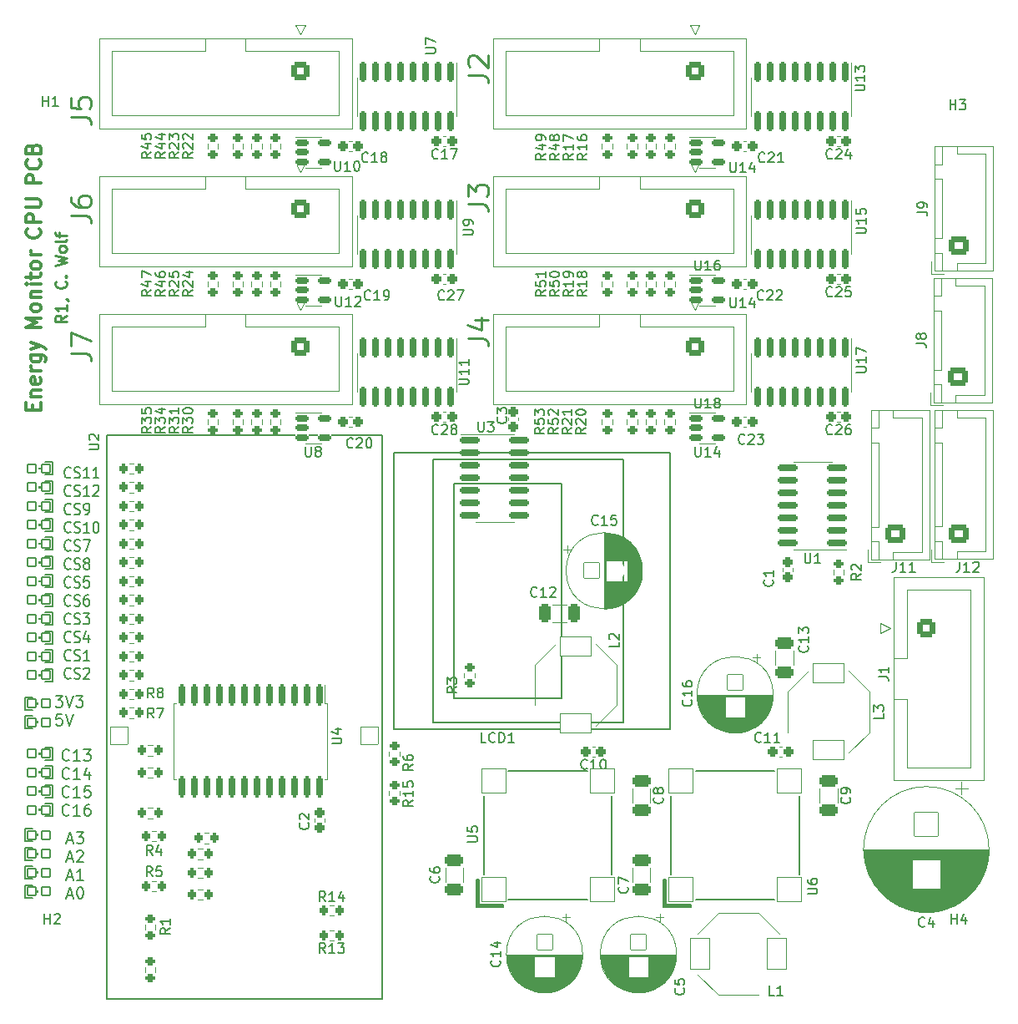
<source format=gbr>
%TF.GenerationSoftware,KiCad,Pcbnew,(7.0.0)*%
%TF.CreationDate,2023-03-12T03:04:05-07:00*%
%TF.ProjectId,EnergyMonitor - ESP PCB,456e6572-6779-44d6-9f6e-69746f72202d,rev?*%
%TF.SameCoordinates,Original*%
%TF.FileFunction,Legend,Top*%
%TF.FilePolarity,Positive*%
%FSLAX46Y46*%
G04 Gerber Fmt 4.6, Leading zero omitted, Abs format (unit mm)*
G04 Created by KiCad (PCBNEW (7.0.0)) date 2023-03-12 03:04:05*
%MOMM*%
%LPD*%
G01*
G04 APERTURE LIST*
G04 Aperture macros list*
%AMRoundRect*
0 Rectangle with rounded corners*
0 $1 Rounding radius*
0 $2 $3 $4 $5 $6 $7 $8 $9 X,Y pos of 4 corners*
0 Add a 4 corners polygon primitive as box body*
4,1,4,$2,$3,$4,$5,$6,$7,$8,$9,$2,$3,0*
0 Add four circle primitives for the rounded corners*
1,1,$1+$1,$2,$3*
1,1,$1+$1,$4,$5*
1,1,$1+$1,$6,$7*
1,1,$1+$1,$8,$9*
0 Add four rect primitives between the rounded corners*
20,1,$1+$1,$2,$3,$4,$5,0*
20,1,$1+$1,$4,$5,$6,$7,0*
20,1,$1+$1,$6,$7,$8,$9,0*
20,1,$1+$1,$8,$9,$2,$3,0*%
G04 Aperture macros list end*
%ADD10C,0.285750*%
%ADD11C,0.150000*%
%ADD12C,0.300000*%
%ADD13C,0.250000*%
%ADD14C,0.120000*%
%ADD15RoundRect,0.275000X-0.250000X0.225000X-0.250000X-0.225000X0.250000X-0.225000X0.250000X0.225000X0*%
%ADD16RoundRect,0.300000X-0.600000X-0.600000X0.600000X-0.600000X0.600000X0.600000X-0.600000X0.600000X0*%
%ADD17C,1.800000*%
%ADD18RoundRect,0.200000X-0.150000X0.875000X-0.150000X-0.875000X0.150000X-0.875000X0.150000X0.875000X0*%
%ADD19C,0.900000*%
%ADD20C,6.500000*%
%ADD21RoundRect,0.250000X0.275000X-0.200000X0.275000X0.200000X-0.275000X0.200000X-0.275000X-0.200000X0*%
%ADD22RoundRect,0.250000X-0.275000X0.200000X-0.275000X-0.200000X0.275000X-0.200000X0.275000X0.200000X0*%
%ADD23RoundRect,0.300000X0.650000X-0.325000X0.650000X0.325000X-0.650000X0.325000X-0.650000X-0.325000X0*%
%ADD24RoundRect,0.300000X-0.650000X0.325000X-0.650000X-0.325000X0.650000X-0.325000X0.650000X0.325000X0*%
%ADD25RoundRect,0.275000X0.225000X0.250000X-0.225000X0.250000X-0.225000X-0.250000X0.225000X-0.250000X0*%
%ADD26RoundRect,0.050000X1.250000X-1.250000X1.250000X1.250000X-1.250000X1.250000X-1.250000X-1.250000X0*%
%ADD27RoundRect,0.300000X-0.600000X0.600000X-0.600000X-0.600000X0.600000X-0.600000X0.600000X0.600000X0*%
%ADD28RoundRect,0.050000X-0.800000X0.800000X-0.800000X-0.800000X0.800000X-0.800000X0.800000X0.800000X0*%
%ADD29C,1.700000*%
%ADD30RoundRect,0.050000X-1.200000X1.200000X-1.200000X-1.200000X1.200000X-1.200000X1.200000X1.200000X0*%
%ADD31C,2.500000*%
%ADD32RoundRect,0.050000X1.000000X1.600000X-1.000000X1.600000X-1.000000X-1.600000X1.000000X-1.600000X0*%
%ADD33RoundRect,0.300000X0.325000X0.650000X-0.325000X0.650000X-0.325000X-0.650000X0.325000X-0.650000X0*%
%ADD34RoundRect,0.050000X1.600000X-1.000000X1.600000X1.000000X-1.600000X1.000000X-1.600000X-1.000000X0*%
%ADD35RoundRect,0.050000X-0.800000X-0.800000X0.800000X-0.800000X0.800000X0.800000X-0.800000X0.800000X0*%
%ADD36RoundRect,0.275000X0.250000X-0.225000X0.250000X0.225000X-0.250000X0.225000X-0.250000X-0.225000X0*%
%ADD37RoundRect,0.250000X0.200000X0.275000X-0.200000X0.275000X-0.200000X-0.275000X0.200000X-0.275000X0*%
%ADD38RoundRect,0.200000X-0.825000X-0.150000X0.825000X-0.150000X0.825000X0.150000X-0.825000X0.150000X0*%
%ADD39C,1.878000*%
%ADD40C,3.600000*%
%ADD41RoundRect,0.050000X0.889000X0.889000X-0.889000X0.889000X-0.889000X-0.889000X0.889000X-0.889000X0*%
%ADD42RoundRect,0.200000X0.825000X0.150000X-0.825000X0.150000X-0.825000X-0.150000X0.825000X-0.150000X0*%
%ADD43RoundRect,0.300000X0.725000X-0.600000X0.725000X0.600000X-0.725000X0.600000X-0.725000X-0.600000X0*%
%ADD44O,2.050000X1.800000*%
%ADD45RoundRect,0.101600X0.400000X-0.400000X0.400000X0.400000X-0.400000X0.400000X-0.400000X-0.400000X0*%
%ADD46RoundRect,0.101600X-0.400000X0.400000X-0.400000X-0.400000X0.400000X-0.400000X0.400000X0.400000X0*%
%ADD47RoundRect,0.200000X-0.150000X0.825000X-0.150000X-0.825000X0.150000X-0.825000X0.150000X0.825000X0*%
%ADD48RoundRect,0.200000X-0.512500X-0.150000X0.512500X-0.150000X0.512500X0.150000X-0.512500X0.150000X0*%
%ADD49RoundRect,0.275000X-0.225000X-0.250000X0.225000X-0.250000X0.225000X0.250000X-0.225000X0.250000X0*%
%ADD50RoundRect,0.250000X-0.200000X-0.275000X0.200000X-0.275000X0.200000X0.275000X-0.200000X0.275000X0*%
G04 APERTURE END LIST*
D10*
X45466261Y-70494714D02*
X44921975Y-70875714D01*
X45466261Y-71147857D02*
X44323261Y-71147857D01*
X44323261Y-71147857D02*
X44323261Y-70712428D01*
X44323261Y-70712428D02*
X44377690Y-70603571D01*
X44377690Y-70603571D02*
X44432118Y-70549142D01*
X44432118Y-70549142D02*
X44540975Y-70494714D01*
X44540975Y-70494714D02*
X44704261Y-70494714D01*
X44704261Y-70494714D02*
X44813118Y-70549142D01*
X44813118Y-70549142D02*
X44867547Y-70603571D01*
X44867547Y-70603571D02*
X44921975Y-70712428D01*
X44921975Y-70712428D02*
X44921975Y-71147857D01*
X45466261Y-69406142D02*
X45466261Y-70059285D01*
X45466261Y-69732714D02*
X44323261Y-69732714D01*
X44323261Y-69732714D02*
X44486547Y-69841571D01*
X44486547Y-69841571D02*
X44595404Y-69950428D01*
X44595404Y-69950428D02*
X44649832Y-70059285D01*
X45411832Y-68861857D02*
X45466261Y-68861857D01*
X45466261Y-68861857D02*
X45575118Y-68916286D01*
X45575118Y-68916286D02*
X45629547Y-68970714D01*
X45357404Y-67033057D02*
X45411832Y-67087485D01*
X45411832Y-67087485D02*
X45466261Y-67250771D01*
X45466261Y-67250771D02*
X45466261Y-67359628D01*
X45466261Y-67359628D02*
X45411832Y-67522914D01*
X45411832Y-67522914D02*
X45302975Y-67631771D01*
X45302975Y-67631771D02*
X45194118Y-67686200D01*
X45194118Y-67686200D02*
X44976404Y-67740628D01*
X44976404Y-67740628D02*
X44813118Y-67740628D01*
X44813118Y-67740628D02*
X44595404Y-67686200D01*
X44595404Y-67686200D02*
X44486547Y-67631771D01*
X44486547Y-67631771D02*
X44377690Y-67522914D01*
X44377690Y-67522914D02*
X44323261Y-67359628D01*
X44323261Y-67359628D02*
X44323261Y-67250771D01*
X44323261Y-67250771D02*
X44377690Y-67087485D01*
X44377690Y-67087485D02*
X44432118Y-67033057D01*
X45357404Y-66543200D02*
X45411832Y-66488771D01*
X45411832Y-66488771D02*
X45466261Y-66543200D01*
X45466261Y-66543200D02*
X45411832Y-66597628D01*
X45411832Y-66597628D02*
X45357404Y-66543200D01*
X45357404Y-66543200D02*
X45466261Y-66543200D01*
X44323261Y-65421971D02*
X45466261Y-65149828D01*
X45466261Y-65149828D02*
X44649832Y-64932114D01*
X44649832Y-64932114D02*
X45466261Y-64714399D01*
X45466261Y-64714399D02*
X44323261Y-64442257D01*
X45466261Y-63843542D02*
X45411832Y-63952399D01*
X45411832Y-63952399D02*
X45357404Y-64006828D01*
X45357404Y-64006828D02*
X45248547Y-64061256D01*
X45248547Y-64061256D02*
X44921975Y-64061256D01*
X44921975Y-64061256D02*
X44813118Y-64006828D01*
X44813118Y-64006828D02*
X44758690Y-63952399D01*
X44758690Y-63952399D02*
X44704261Y-63843542D01*
X44704261Y-63843542D02*
X44704261Y-63680256D01*
X44704261Y-63680256D02*
X44758690Y-63571399D01*
X44758690Y-63571399D02*
X44813118Y-63516971D01*
X44813118Y-63516971D02*
X44921975Y-63462542D01*
X44921975Y-63462542D02*
X45248547Y-63462542D01*
X45248547Y-63462542D02*
X45357404Y-63516971D01*
X45357404Y-63516971D02*
X45411832Y-63571399D01*
X45411832Y-63571399D02*
X45466261Y-63680256D01*
X45466261Y-63680256D02*
X45466261Y-63843542D01*
X45466261Y-62809399D02*
X45411832Y-62918256D01*
X45411832Y-62918256D02*
X45302975Y-62972685D01*
X45302975Y-62972685D02*
X44323261Y-62972685D01*
X44704261Y-62537256D02*
X44704261Y-62101828D01*
X45466261Y-62373971D02*
X44486547Y-62373971D01*
X44486547Y-62373971D02*
X44377690Y-62319542D01*
X44377690Y-62319542D02*
X44323261Y-62210685D01*
X44323261Y-62210685D02*
X44323261Y-62101828D01*
D11*
X112802905Y-68704380D02*
X112802905Y-69513904D01*
X112802905Y-69513904D02*
X112850524Y-69609142D01*
X112850524Y-69609142D02*
X112898143Y-69656761D01*
X112898143Y-69656761D02*
X112993381Y-69704380D01*
X112993381Y-69704380D02*
X113183857Y-69704380D01*
X113183857Y-69704380D02*
X113279095Y-69656761D01*
X113279095Y-69656761D02*
X113326714Y-69609142D01*
X113326714Y-69609142D02*
X113374333Y-69513904D01*
X113374333Y-69513904D02*
X113374333Y-68704380D01*
X114374333Y-69704380D02*
X113802905Y-69704380D01*
X114088619Y-69704380D02*
X114088619Y-68704380D01*
X114088619Y-68704380D02*
X113993381Y-68847238D01*
X113993381Y-68847238D02*
X113898143Y-68942476D01*
X113898143Y-68942476D02*
X113802905Y-68990095D01*
X115231476Y-69037714D02*
X115231476Y-69704380D01*
X114993381Y-68656761D02*
X114755286Y-69371047D01*
X114755286Y-69371047D02*
X115374333Y-69371047D01*
X45889523Y-86889144D02*
X45841904Y-86943572D01*
X45841904Y-86943572D02*
X45699047Y-86998001D01*
X45699047Y-86998001D02*
X45603809Y-86998001D01*
X45603809Y-86998001D02*
X45460952Y-86943572D01*
X45460952Y-86943572D02*
X45365714Y-86834715D01*
X45365714Y-86834715D02*
X45318095Y-86725858D01*
X45318095Y-86725858D02*
X45270476Y-86508144D01*
X45270476Y-86508144D02*
X45270476Y-86344858D01*
X45270476Y-86344858D02*
X45318095Y-86127144D01*
X45318095Y-86127144D02*
X45365714Y-86018287D01*
X45365714Y-86018287D02*
X45460952Y-85909430D01*
X45460952Y-85909430D02*
X45603809Y-85855001D01*
X45603809Y-85855001D02*
X45699047Y-85855001D01*
X45699047Y-85855001D02*
X45841904Y-85909430D01*
X45841904Y-85909430D02*
X45889523Y-85963858D01*
X46270476Y-86943572D02*
X46413333Y-86998001D01*
X46413333Y-86998001D02*
X46651428Y-86998001D01*
X46651428Y-86998001D02*
X46746666Y-86943572D01*
X46746666Y-86943572D02*
X46794285Y-86889144D01*
X46794285Y-86889144D02*
X46841904Y-86780287D01*
X46841904Y-86780287D02*
X46841904Y-86671430D01*
X46841904Y-86671430D02*
X46794285Y-86562572D01*
X46794285Y-86562572D02*
X46746666Y-86508144D01*
X46746666Y-86508144D02*
X46651428Y-86453715D01*
X46651428Y-86453715D02*
X46460952Y-86399287D01*
X46460952Y-86399287D02*
X46365714Y-86344858D01*
X46365714Y-86344858D02*
X46318095Y-86290430D01*
X46318095Y-86290430D02*
X46270476Y-86181572D01*
X46270476Y-86181572D02*
X46270476Y-86072715D01*
X46270476Y-86072715D02*
X46318095Y-85963858D01*
X46318095Y-85963858D02*
X46365714Y-85909430D01*
X46365714Y-85909430D02*
X46460952Y-85855001D01*
X46460952Y-85855001D02*
X46699047Y-85855001D01*
X46699047Y-85855001D02*
X46841904Y-85909430D01*
X47794285Y-86998001D02*
X47222857Y-86998001D01*
X47508571Y-86998001D02*
X47508571Y-85855001D01*
X47508571Y-85855001D02*
X47413333Y-86018287D01*
X47413333Y-86018287D02*
X47318095Y-86127144D01*
X47318095Y-86127144D02*
X47222857Y-86181572D01*
X48746666Y-86998001D02*
X48175238Y-86998001D01*
X48460952Y-86998001D02*
X48460952Y-85855001D01*
X48460952Y-85855001D02*
X48365714Y-86018287D01*
X48365714Y-86018287D02*
X48270476Y-86127144D01*
X48270476Y-86127144D02*
X48175238Y-86181572D01*
X45889523Y-88740804D02*
X45841904Y-88795232D01*
X45841904Y-88795232D02*
X45699047Y-88849661D01*
X45699047Y-88849661D02*
X45603809Y-88849661D01*
X45603809Y-88849661D02*
X45460952Y-88795232D01*
X45460952Y-88795232D02*
X45365714Y-88686375D01*
X45365714Y-88686375D02*
X45318095Y-88577518D01*
X45318095Y-88577518D02*
X45270476Y-88359804D01*
X45270476Y-88359804D02*
X45270476Y-88196518D01*
X45270476Y-88196518D02*
X45318095Y-87978804D01*
X45318095Y-87978804D02*
X45365714Y-87869947D01*
X45365714Y-87869947D02*
X45460952Y-87761090D01*
X45460952Y-87761090D02*
X45603809Y-87706661D01*
X45603809Y-87706661D02*
X45699047Y-87706661D01*
X45699047Y-87706661D02*
X45841904Y-87761090D01*
X45841904Y-87761090D02*
X45889523Y-87815518D01*
X46270476Y-88795232D02*
X46413333Y-88849661D01*
X46413333Y-88849661D02*
X46651428Y-88849661D01*
X46651428Y-88849661D02*
X46746666Y-88795232D01*
X46746666Y-88795232D02*
X46794285Y-88740804D01*
X46794285Y-88740804D02*
X46841904Y-88631947D01*
X46841904Y-88631947D02*
X46841904Y-88523090D01*
X46841904Y-88523090D02*
X46794285Y-88414232D01*
X46794285Y-88414232D02*
X46746666Y-88359804D01*
X46746666Y-88359804D02*
X46651428Y-88305375D01*
X46651428Y-88305375D02*
X46460952Y-88250947D01*
X46460952Y-88250947D02*
X46365714Y-88196518D01*
X46365714Y-88196518D02*
X46318095Y-88142090D01*
X46318095Y-88142090D02*
X46270476Y-88033232D01*
X46270476Y-88033232D02*
X46270476Y-87924375D01*
X46270476Y-87924375D02*
X46318095Y-87815518D01*
X46318095Y-87815518D02*
X46365714Y-87761090D01*
X46365714Y-87761090D02*
X46460952Y-87706661D01*
X46460952Y-87706661D02*
X46699047Y-87706661D01*
X46699047Y-87706661D02*
X46841904Y-87761090D01*
X47794285Y-88849661D02*
X47222857Y-88849661D01*
X47508571Y-88849661D02*
X47508571Y-87706661D01*
X47508571Y-87706661D02*
X47413333Y-87869947D01*
X47413333Y-87869947D02*
X47318095Y-87978804D01*
X47318095Y-87978804D02*
X47222857Y-88033232D01*
X48175238Y-87815518D02*
X48222857Y-87761090D01*
X48222857Y-87761090D02*
X48318095Y-87706661D01*
X48318095Y-87706661D02*
X48556190Y-87706661D01*
X48556190Y-87706661D02*
X48651428Y-87761090D01*
X48651428Y-87761090D02*
X48699047Y-87815518D01*
X48699047Y-87815518D02*
X48746666Y-87924375D01*
X48746666Y-87924375D02*
X48746666Y-88033232D01*
X48746666Y-88033232D02*
X48699047Y-88196518D01*
X48699047Y-88196518D02*
X48127619Y-88849661D01*
X48127619Y-88849661D02*
X48746666Y-88849661D01*
X45889523Y-90592464D02*
X45841904Y-90646892D01*
X45841904Y-90646892D02*
X45699047Y-90701321D01*
X45699047Y-90701321D02*
X45603809Y-90701321D01*
X45603809Y-90701321D02*
X45460952Y-90646892D01*
X45460952Y-90646892D02*
X45365714Y-90538035D01*
X45365714Y-90538035D02*
X45318095Y-90429178D01*
X45318095Y-90429178D02*
X45270476Y-90211464D01*
X45270476Y-90211464D02*
X45270476Y-90048178D01*
X45270476Y-90048178D02*
X45318095Y-89830464D01*
X45318095Y-89830464D02*
X45365714Y-89721607D01*
X45365714Y-89721607D02*
X45460952Y-89612750D01*
X45460952Y-89612750D02*
X45603809Y-89558321D01*
X45603809Y-89558321D02*
X45699047Y-89558321D01*
X45699047Y-89558321D02*
X45841904Y-89612750D01*
X45841904Y-89612750D02*
X45889523Y-89667178D01*
X46270476Y-90646892D02*
X46413333Y-90701321D01*
X46413333Y-90701321D02*
X46651428Y-90701321D01*
X46651428Y-90701321D02*
X46746666Y-90646892D01*
X46746666Y-90646892D02*
X46794285Y-90592464D01*
X46794285Y-90592464D02*
X46841904Y-90483607D01*
X46841904Y-90483607D02*
X46841904Y-90374750D01*
X46841904Y-90374750D02*
X46794285Y-90265892D01*
X46794285Y-90265892D02*
X46746666Y-90211464D01*
X46746666Y-90211464D02*
X46651428Y-90157035D01*
X46651428Y-90157035D02*
X46460952Y-90102607D01*
X46460952Y-90102607D02*
X46365714Y-90048178D01*
X46365714Y-90048178D02*
X46318095Y-89993750D01*
X46318095Y-89993750D02*
X46270476Y-89884892D01*
X46270476Y-89884892D02*
X46270476Y-89776035D01*
X46270476Y-89776035D02*
X46318095Y-89667178D01*
X46318095Y-89667178D02*
X46365714Y-89612750D01*
X46365714Y-89612750D02*
X46460952Y-89558321D01*
X46460952Y-89558321D02*
X46699047Y-89558321D01*
X46699047Y-89558321D02*
X46841904Y-89612750D01*
X47318095Y-90701321D02*
X47508571Y-90701321D01*
X47508571Y-90701321D02*
X47603809Y-90646892D01*
X47603809Y-90646892D02*
X47651428Y-90592464D01*
X47651428Y-90592464D02*
X47746666Y-90429178D01*
X47746666Y-90429178D02*
X47794285Y-90211464D01*
X47794285Y-90211464D02*
X47794285Y-89776035D01*
X47794285Y-89776035D02*
X47746666Y-89667178D01*
X47746666Y-89667178D02*
X47699047Y-89612750D01*
X47699047Y-89612750D02*
X47603809Y-89558321D01*
X47603809Y-89558321D02*
X47413333Y-89558321D01*
X47413333Y-89558321D02*
X47318095Y-89612750D01*
X47318095Y-89612750D02*
X47270476Y-89667178D01*
X47270476Y-89667178D02*
X47222857Y-89776035D01*
X47222857Y-89776035D02*
X47222857Y-90048178D01*
X47222857Y-90048178D02*
X47270476Y-90157035D01*
X47270476Y-90157035D02*
X47318095Y-90211464D01*
X47318095Y-90211464D02*
X47413333Y-90265892D01*
X47413333Y-90265892D02*
X47603809Y-90265892D01*
X47603809Y-90265892D02*
X47699047Y-90211464D01*
X47699047Y-90211464D02*
X47746666Y-90157035D01*
X47746666Y-90157035D02*
X47794285Y-90048178D01*
X45889523Y-92444124D02*
X45841904Y-92498552D01*
X45841904Y-92498552D02*
X45699047Y-92552981D01*
X45699047Y-92552981D02*
X45603809Y-92552981D01*
X45603809Y-92552981D02*
X45460952Y-92498552D01*
X45460952Y-92498552D02*
X45365714Y-92389695D01*
X45365714Y-92389695D02*
X45318095Y-92280838D01*
X45318095Y-92280838D02*
X45270476Y-92063124D01*
X45270476Y-92063124D02*
X45270476Y-91899838D01*
X45270476Y-91899838D02*
X45318095Y-91682124D01*
X45318095Y-91682124D02*
X45365714Y-91573267D01*
X45365714Y-91573267D02*
X45460952Y-91464410D01*
X45460952Y-91464410D02*
X45603809Y-91409981D01*
X45603809Y-91409981D02*
X45699047Y-91409981D01*
X45699047Y-91409981D02*
X45841904Y-91464410D01*
X45841904Y-91464410D02*
X45889523Y-91518838D01*
X46270476Y-92498552D02*
X46413333Y-92552981D01*
X46413333Y-92552981D02*
X46651428Y-92552981D01*
X46651428Y-92552981D02*
X46746666Y-92498552D01*
X46746666Y-92498552D02*
X46794285Y-92444124D01*
X46794285Y-92444124D02*
X46841904Y-92335267D01*
X46841904Y-92335267D02*
X46841904Y-92226410D01*
X46841904Y-92226410D02*
X46794285Y-92117552D01*
X46794285Y-92117552D02*
X46746666Y-92063124D01*
X46746666Y-92063124D02*
X46651428Y-92008695D01*
X46651428Y-92008695D02*
X46460952Y-91954267D01*
X46460952Y-91954267D02*
X46365714Y-91899838D01*
X46365714Y-91899838D02*
X46318095Y-91845410D01*
X46318095Y-91845410D02*
X46270476Y-91736552D01*
X46270476Y-91736552D02*
X46270476Y-91627695D01*
X46270476Y-91627695D02*
X46318095Y-91518838D01*
X46318095Y-91518838D02*
X46365714Y-91464410D01*
X46365714Y-91464410D02*
X46460952Y-91409981D01*
X46460952Y-91409981D02*
X46699047Y-91409981D01*
X46699047Y-91409981D02*
X46841904Y-91464410D01*
X47794285Y-92552981D02*
X47222857Y-92552981D01*
X47508571Y-92552981D02*
X47508571Y-91409981D01*
X47508571Y-91409981D02*
X47413333Y-91573267D01*
X47413333Y-91573267D02*
X47318095Y-91682124D01*
X47318095Y-91682124D02*
X47222857Y-91736552D01*
X48413333Y-91409981D02*
X48508571Y-91409981D01*
X48508571Y-91409981D02*
X48603809Y-91464410D01*
X48603809Y-91464410D02*
X48651428Y-91518838D01*
X48651428Y-91518838D02*
X48699047Y-91627695D01*
X48699047Y-91627695D02*
X48746666Y-91845410D01*
X48746666Y-91845410D02*
X48746666Y-92117552D01*
X48746666Y-92117552D02*
X48699047Y-92335267D01*
X48699047Y-92335267D02*
X48651428Y-92444124D01*
X48651428Y-92444124D02*
X48603809Y-92498552D01*
X48603809Y-92498552D02*
X48508571Y-92552981D01*
X48508571Y-92552981D02*
X48413333Y-92552981D01*
X48413333Y-92552981D02*
X48318095Y-92498552D01*
X48318095Y-92498552D02*
X48270476Y-92444124D01*
X48270476Y-92444124D02*
X48222857Y-92335267D01*
X48222857Y-92335267D02*
X48175238Y-92117552D01*
X48175238Y-92117552D02*
X48175238Y-91845410D01*
X48175238Y-91845410D02*
X48222857Y-91627695D01*
X48222857Y-91627695D02*
X48270476Y-91518838D01*
X48270476Y-91518838D02*
X48318095Y-91464410D01*
X48318095Y-91464410D02*
X48413333Y-91409981D01*
X45889523Y-94295784D02*
X45841904Y-94350212D01*
X45841904Y-94350212D02*
X45699047Y-94404641D01*
X45699047Y-94404641D02*
X45603809Y-94404641D01*
X45603809Y-94404641D02*
X45460952Y-94350212D01*
X45460952Y-94350212D02*
X45365714Y-94241355D01*
X45365714Y-94241355D02*
X45318095Y-94132498D01*
X45318095Y-94132498D02*
X45270476Y-93914784D01*
X45270476Y-93914784D02*
X45270476Y-93751498D01*
X45270476Y-93751498D02*
X45318095Y-93533784D01*
X45318095Y-93533784D02*
X45365714Y-93424927D01*
X45365714Y-93424927D02*
X45460952Y-93316070D01*
X45460952Y-93316070D02*
X45603809Y-93261641D01*
X45603809Y-93261641D02*
X45699047Y-93261641D01*
X45699047Y-93261641D02*
X45841904Y-93316070D01*
X45841904Y-93316070D02*
X45889523Y-93370498D01*
X46270476Y-94350212D02*
X46413333Y-94404641D01*
X46413333Y-94404641D02*
X46651428Y-94404641D01*
X46651428Y-94404641D02*
X46746666Y-94350212D01*
X46746666Y-94350212D02*
X46794285Y-94295784D01*
X46794285Y-94295784D02*
X46841904Y-94186927D01*
X46841904Y-94186927D02*
X46841904Y-94078070D01*
X46841904Y-94078070D02*
X46794285Y-93969212D01*
X46794285Y-93969212D02*
X46746666Y-93914784D01*
X46746666Y-93914784D02*
X46651428Y-93860355D01*
X46651428Y-93860355D02*
X46460952Y-93805927D01*
X46460952Y-93805927D02*
X46365714Y-93751498D01*
X46365714Y-93751498D02*
X46318095Y-93697070D01*
X46318095Y-93697070D02*
X46270476Y-93588212D01*
X46270476Y-93588212D02*
X46270476Y-93479355D01*
X46270476Y-93479355D02*
X46318095Y-93370498D01*
X46318095Y-93370498D02*
X46365714Y-93316070D01*
X46365714Y-93316070D02*
X46460952Y-93261641D01*
X46460952Y-93261641D02*
X46699047Y-93261641D01*
X46699047Y-93261641D02*
X46841904Y-93316070D01*
X47175238Y-93261641D02*
X47841904Y-93261641D01*
X47841904Y-93261641D02*
X47413333Y-94404641D01*
X45889523Y-96147444D02*
X45841904Y-96201872D01*
X45841904Y-96201872D02*
X45699047Y-96256301D01*
X45699047Y-96256301D02*
X45603809Y-96256301D01*
X45603809Y-96256301D02*
X45460952Y-96201872D01*
X45460952Y-96201872D02*
X45365714Y-96093015D01*
X45365714Y-96093015D02*
X45318095Y-95984158D01*
X45318095Y-95984158D02*
X45270476Y-95766444D01*
X45270476Y-95766444D02*
X45270476Y-95603158D01*
X45270476Y-95603158D02*
X45318095Y-95385444D01*
X45318095Y-95385444D02*
X45365714Y-95276587D01*
X45365714Y-95276587D02*
X45460952Y-95167730D01*
X45460952Y-95167730D02*
X45603809Y-95113301D01*
X45603809Y-95113301D02*
X45699047Y-95113301D01*
X45699047Y-95113301D02*
X45841904Y-95167730D01*
X45841904Y-95167730D02*
X45889523Y-95222158D01*
X46270476Y-96201872D02*
X46413333Y-96256301D01*
X46413333Y-96256301D02*
X46651428Y-96256301D01*
X46651428Y-96256301D02*
X46746666Y-96201872D01*
X46746666Y-96201872D02*
X46794285Y-96147444D01*
X46794285Y-96147444D02*
X46841904Y-96038587D01*
X46841904Y-96038587D02*
X46841904Y-95929730D01*
X46841904Y-95929730D02*
X46794285Y-95820872D01*
X46794285Y-95820872D02*
X46746666Y-95766444D01*
X46746666Y-95766444D02*
X46651428Y-95712015D01*
X46651428Y-95712015D02*
X46460952Y-95657587D01*
X46460952Y-95657587D02*
X46365714Y-95603158D01*
X46365714Y-95603158D02*
X46318095Y-95548730D01*
X46318095Y-95548730D02*
X46270476Y-95439872D01*
X46270476Y-95439872D02*
X46270476Y-95331015D01*
X46270476Y-95331015D02*
X46318095Y-95222158D01*
X46318095Y-95222158D02*
X46365714Y-95167730D01*
X46365714Y-95167730D02*
X46460952Y-95113301D01*
X46460952Y-95113301D02*
X46699047Y-95113301D01*
X46699047Y-95113301D02*
X46841904Y-95167730D01*
X47413333Y-95603158D02*
X47318095Y-95548730D01*
X47318095Y-95548730D02*
X47270476Y-95494301D01*
X47270476Y-95494301D02*
X47222857Y-95385444D01*
X47222857Y-95385444D02*
X47222857Y-95331015D01*
X47222857Y-95331015D02*
X47270476Y-95222158D01*
X47270476Y-95222158D02*
X47318095Y-95167730D01*
X47318095Y-95167730D02*
X47413333Y-95113301D01*
X47413333Y-95113301D02*
X47603809Y-95113301D01*
X47603809Y-95113301D02*
X47699047Y-95167730D01*
X47699047Y-95167730D02*
X47746666Y-95222158D01*
X47746666Y-95222158D02*
X47794285Y-95331015D01*
X47794285Y-95331015D02*
X47794285Y-95385444D01*
X47794285Y-95385444D02*
X47746666Y-95494301D01*
X47746666Y-95494301D02*
X47699047Y-95548730D01*
X47699047Y-95548730D02*
X47603809Y-95603158D01*
X47603809Y-95603158D02*
X47413333Y-95603158D01*
X47413333Y-95603158D02*
X47318095Y-95657587D01*
X47318095Y-95657587D02*
X47270476Y-95712015D01*
X47270476Y-95712015D02*
X47222857Y-95820872D01*
X47222857Y-95820872D02*
X47222857Y-96038587D01*
X47222857Y-96038587D02*
X47270476Y-96147444D01*
X47270476Y-96147444D02*
X47318095Y-96201872D01*
X47318095Y-96201872D02*
X47413333Y-96256301D01*
X47413333Y-96256301D02*
X47603809Y-96256301D01*
X47603809Y-96256301D02*
X47699047Y-96201872D01*
X47699047Y-96201872D02*
X47746666Y-96147444D01*
X47746666Y-96147444D02*
X47794285Y-96038587D01*
X47794285Y-96038587D02*
X47794285Y-95820872D01*
X47794285Y-95820872D02*
X47746666Y-95712015D01*
X47746666Y-95712015D02*
X47699047Y-95657587D01*
X47699047Y-95657587D02*
X47603809Y-95603158D01*
X45889523Y-97999104D02*
X45841904Y-98053532D01*
X45841904Y-98053532D02*
X45699047Y-98107961D01*
X45699047Y-98107961D02*
X45603809Y-98107961D01*
X45603809Y-98107961D02*
X45460952Y-98053532D01*
X45460952Y-98053532D02*
X45365714Y-97944675D01*
X45365714Y-97944675D02*
X45318095Y-97835818D01*
X45318095Y-97835818D02*
X45270476Y-97618104D01*
X45270476Y-97618104D02*
X45270476Y-97454818D01*
X45270476Y-97454818D02*
X45318095Y-97237104D01*
X45318095Y-97237104D02*
X45365714Y-97128247D01*
X45365714Y-97128247D02*
X45460952Y-97019390D01*
X45460952Y-97019390D02*
X45603809Y-96964961D01*
X45603809Y-96964961D02*
X45699047Y-96964961D01*
X45699047Y-96964961D02*
X45841904Y-97019390D01*
X45841904Y-97019390D02*
X45889523Y-97073818D01*
X46270476Y-98053532D02*
X46413333Y-98107961D01*
X46413333Y-98107961D02*
X46651428Y-98107961D01*
X46651428Y-98107961D02*
X46746666Y-98053532D01*
X46746666Y-98053532D02*
X46794285Y-97999104D01*
X46794285Y-97999104D02*
X46841904Y-97890247D01*
X46841904Y-97890247D02*
X46841904Y-97781390D01*
X46841904Y-97781390D02*
X46794285Y-97672532D01*
X46794285Y-97672532D02*
X46746666Y-97618104D01*
X46746666Y-97618104D02*
X46651428Y-97563675D01*
X46651428Y-97563675D02*
X46460952Y-97509247D01*
X46460952Y-97509247D02*
X46365714Y-97454818D01*
X46365714Y-97454818D02*
X46318095Y-97400390D01*
X46318095Y-97400390D02*
X46270476Y-97291532D01*
X46270476Y-97291532D02*
X46270476Y-97182675D01*
X46270476Y-97182675D02*
X46318095Y-97073818D01*
X46318095Y-97073818D02*
X46365714Y-97019390D01*
X46365714Y-97019390D02*
X46460952Y-96964961D01*
X46460952Y-96964961D02*
X46699047Y-96964961D01*
X46699047Y-96964961D02*
X46841904Y-97019390D01*
X47746666Y-96964961D02*
X47270476Y-96964961D01*
X47270476Y-96964961D02*
X47222857Y-97509247D01*
X47222857Y-97509247D02*
X47270476Y-97454818D01*
X47270476Y-97454818D02*
X47365714Y-97400390D01*
X47365714Y-97400390D02*
X47603809Y-97400390D01*
X47603809Y-97400390D02*
X47699047Y-97454818D01*
X47699047Y-97454818D02*
X47746666Y-97509247D01*
X47746666Y-97509247D02*
X47794285Y-97618104D01*
X47794285Y-97618104D02*
X47794285Y-97890247D01*
X47794285Y-97890247D02*
X47746666Y-97999104D01*
X47746666Y-97999104D02*
X47699047Y-98053532D01*
X47699047Y-98053532D02*
X47603809Y-98107961D01*
X47603809Y-98107961D02*
X47365714Y-98107961D01*
X47365714Y-98107961D02*
X47270476Y-98053532D01*
X47270476Y-98053532D02*
X47222857Y-97999104D01*
X45889523Y-99850764D02*
X45841904Y-99905192D01*
X45841904Y-99905192D02*
X45699047Y-99959621D01*
X45699047Y-99959621D02*
X45603809Y-99959621D01*
X45603809Y-99959621D02*
X45460952Y-99905192D01*
X45460952Y-99905192D02*
X45365714Y-99796335D01*
X45365714Y-99796335D02*
X45318095Y-99687478D01*
X45318095Y-99687478D02*
X45270476Y-99469764D01*
X45270476Y-99469764D02*
X45270476Y-99306478D01*
X45270476Y-99306478D02*
X45318095Y-99088764D01*
X45318095Y-99088764D02*
X45365714Y-98979907D01*
X45365714Y-98979907D02*
X45460952Y-98871050D01*
X45460952Y-98871050D02*
X45603809Y-98816621D01*
X45603809Y-98816621D02*
X45699047Y-98816621D01*
X45699047Y-98816621D02*
X45841904Y-98871050D01*
X45841904Y-98871050D02*
X45889523Y-98925478D01*
X46270476Y-99905192D02*
X46413333Y-99959621D01*
X46413333Y-99959621D02*
X46651428Y-99959621D01*
X46651428Y-99959621D02*
X46746666Y-99905192D01*
X46746666Y-99905192D02*
X46794285Y-99850764D01*
X46794285Y-99850764D02*
X46841904Y-99741907D01*
X46841904Y-99741907D02*
X46841904Y-99633050D01*
X46841904Y-99633050D02*
X46794285Y-99524192D01*
X46794285Y-99524192D02*
X46746666Y-99469764D01*
X46746666Y-99469764D02*
X46651428Y-99415335D01*
X46651428Y-99415335D02*
X46460952Y-99360907D01*
X46460952Y-99360907D02*
X46365714Y-99306478D01*
X46365714Y-99306478D02*
X46318095Y-99252050D01*
X46318095Y-99252050D02*
X46270476Y-99143192D01*
X46270476Y-99143192D02*
X46270476Y-99034335D01*
X46270476Y-99034335D02*
X46318095Y-98925478D01*
X46318095Y-98925478D02*
X46365714Y-98871050D01*
X46365714Y-98871050D02*
X46460952Y-98816621D01*
X46460952Y-98816621D02*
X46699047Y-98816621D01*
X46699047Y-98816621D02*
X46841904Y-98871050D01*
X47699047Y-98816621D02*
X47508571Y-98816621D01*
X47508571Y-98816621D02*
X47413333Y-98871050D01*
X47413333Y-98871050D02*
X47365714Y-98925478D01*
X47365714Y-98925478D02*
X47270476Y-99088764D01*
X47270476Y-99088764D02*
X47222857Y-99306478D01*
X47222857Y-99306478D02*
X47222857Y-99741907D01*
X47222857Y-99741907D02*
X47270476Y-99850764D01*
X47270476Y-99850764D02*
X47318095Y-99905192D01*
X47318095Y-99905192D02*
X47413333Y-99959621D01*
X47413333Y-99959621D02*
X47603809Y-99959621D01*
X47603809Y-99959621D02*
X47699047Y-99905192D01*
X47699047Y-99905192D02*
X47746666Y-99850764D01*
X47746666Y-99850764D02*
X47794285Y-99741907D01*
X47794285Y-99741907D02*
X47794285Y-99469764D01*
X47794285Y-99469764D02*
X47746666Y-99360907D01*
X47746666Y-99360907D02*
X47699047Y-99306478D01*
X47699047Y-99306478D02*
X47603809Y-99252050D01*
X47603809Y-99252050D02*
X47413333Y-99252050D01*
X47413333Y-99252050D02*
X47318095Y-99306478D01*
X47318095Y-99306478D02*
X47270476Y-99360907D01*
X47270476Y-99360907D02*
X47222857Y-99469764D01*
X45889523Y-101702424D02*
X45841904Y-101756852D01*
X45841904Y-101756852D02*
X45699047Y-101811281D01*
X45699047Y-101811281D02*
X45603809Y-101811281D01*
X45603809Y-101811281D02*
X45460952Y-101756852D01*
X45460952Y-101756852D02*
X45365714Y-101647995D01*
X45365714Y-101647995D02*
X45318095Y-101539138D01*
X45318095Y-101539138D02*
X45270476Y-101321424D01*
X45270476Y-101321424D02*
X45270476Y-101158138D01*
X45270476Y-101158138D02*
X45318095Y-100940424D01*
X45318095Y-100940424D02*
X45365714Y-100831567D01*
X45365714Y-100831567D02*
X45460952Y-100722710D01*
X45460952Y-100722710D02*
X45603809Y-100668281D01*
X45603809Y-100668281D02*
X45699047Y-100668281D01*
X45699047Y-100668281D02*
X45841904Y-100722710D01*
X45841904Y-100722710D02*
X45889523Y-100777138D01*
X46270476Y-101756852D02*
X46413333Y-101811281D01*
X46413333Y-101811281D02*
X46651428Y-101811281D01*
X46651428Y-101811281D02*
X46746666Y-101756852D01*
X46746666Y-101756852D02*
X46794285Y-101702424D01*
X46794285Y-101702424D02*
X46841904Y-101593567D01*
X46841904Y-101593567D02*
X46841904Y-101484710D01*
X46841904Y-101484710D02*
X46794285Y-101375852D01*
X46794285Y-101375852D02*
X46746666Y-101321424D01*
X46746666Y-101321424D02*
X46651428Y-101266995D01*
X46651428Y-101266995D02*
X46460952Y-101212567D01*
X46460952Y-101212567D02*
X46365714Y-101158138D01*
X46365714Y-101158138D02*
X46318095Y-101103710D01*
X46318095Y-101103710D02*
X46270476Y-100994852D01*
X46270476Y-100994852D02*
X46270476Y-100885995D01*
X46270476Y-100885995D02*
X46318095Y-100777138D01*
X46318095Y-100777138D02*
X46365714Y-100722710D01*
X46365714Y-100722710D02*
X46460952Y-100668281D01*
X46460952Y-100668281D02*
X46699047Y-100668281D01*
X46699047Y-100668281D02*
X46841904Y-100722710D01*
X47175238Y-100668281D02*
X47794285Y-100668281D01*
X47794285Y-100668281D02*
X47460952Y-101103710D01*
X47460952Y-101103710D02*
X47603809Y-101103710D01*
X47603809Y-101103710D02*
X47699047Y-101158138D01*
X47699047Y-101158138D02*
X47746666Y-101212567D01*
X47746666Y-101212567D02*
X47794285Y-101321424D01*
X47794285Y-101321424D02*
X47794285Y-101593567D01*
X47794285Y-101593567D02*
X47746666Y-101702424D01*
X47746666Y-101702424D02*
X47699047Y-101756852D01*
X47699047Y-101756852D02*
X47603809Y-101811281D01*
X47603809Y-101811281D02*
X47318095Y-101811281D01*
X47318095Y-101811281D02*
X47222857Y-101756852D01*
X47222857Y-101756852D02*
X47175238Y-101702424D01*
X45889523Y-103554084D02*
X45841904Y-103608512D01*
X45841904Y-103608512D02*
X45699047Y-103662941D01*
X45699047Y-103662941D02*
X45603809Y-103662941D01*
X45603809Y-103662941D02*
X45460952Y-103608512D01*
X45460952Y-103608512D02*
X45365714Y-103499655D01*
X45365714Y-103499655D02*
X45318095Y-103390798D01*
X45318095Y-103390798D02*
X45270476Y-103173084D01*
X45270476Y-103173084D02*
X45270476Y-103009798D01*
X45270476Y-103009798D02*
X45318095Y-102792084D01*
X45318095Y-102792084D02*
X45365714Y-102683227D01*
X45365714Y-102683227D02*
X45460952Y-102574370D01*
X45460952Y-102574370D02*
X45603809Y-102519941D01*
X45603809Y-102519941D02*
X45699047Y-102519941D01*
X45699047Y-102519941D02*
X45841904Y-102574370D01*
X45841904Y-102574370D02*
X45889523Y-102628798D01*
X46270476Y-103608512D02*
X46413333Y-103662941D01*
X46413333Y-103662941D02*
X46651428Y-103662941D01*
X46651428Y-103662941D02*
X46746666Y-103608512D01*
X46746666Y-103608512D02*
X46794285Y-103554084D01*
X46794285Y-103554084D02*
X46841904Y-103445227D01*
X46841904Y-103445227D02*
X46841904Y-103336370D01*
X46841904Y-103336370D02*
X46794285Y-103227512D01*
X46794285Y-103227512D02*
X46746666Y-103173084D01*
X46746666Y-103173084D02*
X46651428Y-103118655D01*
X46651428Y-103118655D02*
X46460952Y-103064227D01*
X46460952Y-103064227D02*
X46365714Y-103009798D01*
X46365714Y-103009798D02*
X46318095Y-102955370D01*
X46318095Y-102955370D02*
X46270476Y-102846512D01*
X46270476Y-102846512D02*
X46270476Y-102737655D01*
X46270476Y-102737655D02*
X46318095Y-102628798D01*
X46318095Y-102628798D02*
X46365714Y-102574370D01*
X46365714Y-102574370D02*
X46460952Y-102519941D01*
X46460952Y-102519941D02*
X46699047Y-102519941D01*
X46699047Y-102519941D02*
X46841904Y-102574370D01*
X47699047Y-102900941D02*
X47699047Y-103662941D01*
X47460952Y-102465512D02*
X47222857Y-103281941D01*
X47222857Y-103281941D02*
X47841904Y-103281941D01*
X45889523Y-105405744D02*
X45841904Y-105460172D01*
X45841904Y-105460172D02*
X45699047Y-105514601D01*
X45699047Y-105514601D02*
X45603809Y-105514601D01*
X45603809Y-105514601D02*
X45460952Y-105460172D01*
X45460952Y-105460172D02*
X45365714Y-105351315D01*
X45365714Y-105351315D02*
X45318095Y-105242458D01*
X45318095Y-105242458D02*
X45270476Y-105024744D01*
X45270476Y-105024744D02*
X45270476Y-104861458D01*
X45270476Y-104861458D02*
X45318095Y-104643744D01*
X45318095Y-104643744D02*
X45365714Y-104534887D01*
X45365714Y-104534887D02*
X45460952Y-104426030D01*
X45460952Y-104426030D02*
X45603809Y-104371601D01*
X45603809Y-104371601D02*
X45699047Y-104371601D01*
X45699047Y-104371601D02*
X45841904Y-104426030D01*
X45841904Y-104426030D02*
X45889523Y-104480458D01*
X46270476Y-105460172D02*
X46413333Y-105514601D01*
X46413333Y-105514601D02*
X46651428Y-105514601D01*
X46651428Y-105514601D02*
X46746666Y-105460172D01*
X46746666Y-105460172D02*
X46794285Y-105405744D01*
X46794285Y-105405744D02*
X46841904Y-105296887D01*
X46841904Y-105296887D02*
X46841904Y-105188030D01*
X46841904Y-105188030D02*
X46794285Y-105079172D01*
X46794285Y-105079172D02*
X46746666Y-105024744D01*
X46746666Y-105024744D02*
X46651428Y-104970315D01*
X46651428Y-104970315D02*
X46460952Y-104915887D01*
X46460952Y-104915887D02*
X46365714Y-104861458D01*
X46365714Y-104861458D02*
X46318095Y-104807030D01*
X46318095Y-104807030D02*
X46270476Y-104698172D01*
X46270476Y-104698172D02*
X46270476Y-104589315D01*
X46270476Y-104589315D02*
X46318095Y-104480458D01*
X46318095Y-104480458D02*
X46365714Y-104426030D01*
X46365714Y-104426030D02*
X46460952Y-104371601D01*
X46460952Y-104371601D02*
X46699047Y-104371601D01*
X46699047Y-104371601D02*
X46841904Y-104426030D01*
X47794285Y-105514601D02*
X47222857Y-105514601D01*
X47508571Y-105514601D02*
X47508571Y-104371601D01*
X47508571Y-104371601D02*
X47413333Y-104534887D01*
X47413333Y-104534887D02*
X47318095Y-104643744D01*
X47318095Y-104643744D02*
X47222857Y-104698172D01*
X45889523Y-107257404D02*
X45841904Y-107311832D01*
X45841904Y-107311832D02*
X45699047Y-107366261D01*
X45699047Y-107366261D02*
X45603809Y-107366261D01*
X45603809Y-107366261D02*
X45460952Y-107311832D01*
X45460952Y-107311832D02*
X45365714Y-107202975D01*
X45365714Y-107202975D02*
X45318095Y-107094118D01*
X45318095Y-107094118D02*
X45270476Y-106876404D01*
X45270476Y-106876404D02*
X45270476Y-106713118D01*
X45270476Y-106713118D02*
X45318095Y-106495404D01*
X45318095Y-106495404D02*
X45365714Y-106386547D01*
X45365714Y-106386547D02*
X45460952Y-106277690D01*
X45460952Y-106277690D02*
X45603809Y-106223261D01*
X45603809Y-106223261D02*
X45699047Y-106223261D01*
X45699047Y-106223261D02*
X45841904Y-106277690D01*
X45841904Y-106277690D02*
X45889523Y-106332118D01*
X46270476Y-107311832D02*
X46413333Y-107366261D01*
X46413333Y-107366261D02*
X46651428Y-107366261D01*
X46651428Y-107366261D02*
X46746666Y-107311832D01*
X46746666Y-107311832D02*
X46794285Y-107257404D01*
X46794285Y-107257404D02*
X46841904Y-107148547D01*
X46841904Y-107148547D02*
X46841904Y-107039690D01*
X46841904Y-107039690D02*
X46794285Y-106930832D01*
X46794285Y-106930832D02*
X46746666Y-106876404D01*
X46746666Y-106876404D02*
X46651428Y-106821975D01*
X46651428Y-106821975D02*
X46460952Y-106767547D01*
X46460952Y-106767547D02*
X46365714Y-106713118D01*
X46365714Y-106713118D02*
X46318095Y-106658690D01*
X46318095Y-106658690D02*
X46270476Y-106549832D01*
X46270476Y-106549832D02*
X46270476Y-106440975D01*
X46270476Y-106440975D02*
X46318095Y-106332118D01*
X46318095Y-106332118D02*
X46365714Y-106277690D01*
X46365714Y-106277690D02*
X46460952Y-106223261D01*
X46460952Y-106223261D02*
X46699047Y-106223261D01*
X46699047Y-106223261D02*
X46841904Y-106277690D01*
X47222857Y-106332118D02*
X47270476Y-106277690D01*
X47270476Y-106277690D02*
X47365714Y-106223261D01*
X47365714Y-106223261D02*
X47603809Y-106223261D01*
X47603809Y-106223261D02*
X47699047Y-106277690D01*
X47699047Y-106277690D02*
X47746666Y-106332118D01*
X47746666Y-106332118D02*
X47794285Y-106440975D01*
X47794285Y-106440975D02*
X47794285Y-106549832D01*
X47794285Y-106549832D02*
X47746666Y-106713118D01*
X47746666Y-106713118D02*
X47175238Y-107366261D01*
X47175238Y-107366261D02*
X47794285Y-107366261D01*
X45551714Y-123709710D02*
X46096000Y-123709710D01*
X45442857Y-124036281D02*
X45823857Y-122893281D01*
X45823857Y-122893281D02*
X46204857Y-124036281D01*
X46476999Y-122893281D02*
X47184571Y-122893281D01*
X47184571Y-122893281D02*
X46803571Y-123328710D01*
X46803571Y-123328710D02*
X46966856Y-123328710D01*
X46966856Y-123328710D02*
X47075714Y-123383138D01*
X47075714Y-123383138D02*
X47130142Y-123437567D01*
X47130142Y-123437567D02*
X47184571Y-123546424D01*
X47184571Y-123546424D02*
X47184571Y-123818567D01*
X47184571Y-123818567D02*
X47130142Y-123927424D01*
X47130142Y-123927424D02*
X47075714Y-123981852D01*
X47075714Y-123981852D02*
X46966856Y-124036281D01*
X46966856Y-124036281D02*
X46640285Y-124036281D01*
X46640285Y-124036281D02*
X46531428Y-123981852D01*
X46531428Y-123981852D02*
X46476999Y-123927424D01*
X45551714Y-125561370D02*
X46096000Y-125561370D01*
X45442857Y-125887941D02*
X45823857Y-124744941D01*
X45823857Y-124744941D02*
X46204857Y-125887941D01*
X46531428Y-124853798D02*
X46585856Y-124799370D01*
X46585856Y-124799370D02*
X46694714Y-124744941D01*
X46694714Y-124744941D02*
X46966856Y-124744941D01*
X46966856Y-124744941D02*
X47075714Y-124799370D01*
X47075714Y-124799370D02*
X47130142Y-124853798D01*
X47130142Y-124853798D02*
X47184571Y-124962655D01*
X47184571Y-124962655D02*
X47184571Y-125071512D01*
X47184571Y-125071512D02*
X47130142Y-125234798D01*
X47130142Y-125234798D02*
X46476999Y-125887941D01*
X46476999Y-125887941D02*
X47184571Y-125887941D01*
X45551714Y-127413030D02*
X46096000Y-127413030D01*
X45442857Y-127739601D02*
X45823857Y-126596601D01*
X45823857Y-126596601D02*
X46204857Y-127739601D01*
X47184571Y-127739601D02*
X46531428Y-127739601D01*
X46857999Y-127739601D02*
X46857999Y-126596601D01*
X46857999Y-126596601D02*
X46749142Y-126759887D01*
X46749142Y-126759887D02*
X46640285Y-126868744D01*
X46640285Y-126868744D02*
X46531428Y-126923172D01*
X45551714Y-129264690D02*
X46096000Y-129264690D01*
X45442857Y-129591261D02*
X45823857Y-128448261D01*
X45823857Y-128448261D02*
X46204857Y-129591261D01*
X46803571Y-128448261D02*
X46912428Y-128448261D01*
X46912428Y-128448261D02*
X47021285Y-128502690D01*
X47021285Y-128502690D02*
X47075714Y-128557118D01*
X47075714Y-128557118D02*
X47130142Y-128665975D01*
X47130142Y-128665975D02*
X47184571Y-128883690D01*
X47184571Y-128883690D02*
X47184571Y-129155832D01*
X47184571Y-129155832D02*
X47130142Y-129373547D01*
X47130142Y-129373547D02*
X47075714Y-129482404D01*
X47075714Y-129482404D02*
X47021285Y-129536832D01*
X47021285Y-129536832D02*
X46912428Y-129591261D01*
X46912428Y-129591261D02*
X46803571Y-129591261D01*
X46803571Y-129591261D02*
X46694714Y-129536832D01*
X46694714Y-129536832D02*
X46640285Y-129482404D01*
X46640285Y-129482404D02*
X46585856Y-129373547D01*
X46585856Y-129373547D02*
X46531428Y-129155832D01*
X46531428Y-129155832D02*
X46531428Y-128883690D01*
X46531428Y-128883690D02*
X46585856Y-128665975D01*
X46585856Y-128665975D02*
X46640285Y-128557118D01*
X46640285Y-128557118D02*
X46694714Y-128502690D01*
X46694714Y-128502690D02*
X46803571Y-128448261D01*
X44354285Y-109070601D02*
X45061857Y-109070601D01*
X45061857Y-109070601D02*
X44680857Y-109506030D01*
X44680857Y-109506030D02*
X44844142Y-109506030D01*
X44844142Y-109506030D02*
X44953000Y-109560458D01*
X44953000Y-109560458D02*
X45007428Y-109614887D01*
X45007428Y-109614887D02*
X45061857Y-109723744D01*
X45061857Y-109723744D02*
X45061857Y-109995887D01*
X45061857Y-109995887D02*
X45007428Y-110104744D01*
X45007428Y-110104744D02*
X44953000Y-110159172D01*
X44953000Y-110159172D02*
X44844142Y-110213601D01*
X44844142Y-110213601D02*
X44517571Y-110213601D01*
X44517571Y-110213601D02*
X44408714Y-110159172D01*
X44408714Y-110159172D02*
X44354285Y-110104744D01*
X45388428Y-109070601D02*
X45769428Y-110213601D01*
X45769428Y-110213601D02*
X46150428Y-109070601D01*
X46422570Y-109070601D02*
X47130142Y-109070601D01*
X47130142Y-109070601D02*
X46749142Y-109506030D01*
X46749142Y-109506030D02*
X46912427Y-109506030D01*
X46912427Y-109506030D02*
X47021285Y-109560458D01*
X47021285Y-109560458D02*
X47075713Y-109614887D01*
X47075713Y-109614887D02*
X47130142Y-109723744D01*
X47130142Y-109723744D02*
X47130142Y-109995887D01*
X47130142Y-109995887D02*
X47075713Y-110104744D01*
X47075713Y-110104744D02*
X47021285Y-110159172D01*
X47021285Y-110159172D02*
X46912427Y-110213601D01*
X46912427Y-110213601D02*
X46585856Y-110213601D01*
X46585856Y-110213601D02*
X46476999Y-110159172D01*
X46476999Y-110159172D02*
X46422570Y-110104744D01*
X45007428Y-110922261D02*
X44463142Y-110922261D01*
X44463142Y-110922261D02*
X44408714Y-111466547D01*
X44408714Y-111466547D02*
X44463142Y-111412118D01*
X44463142Y-111412118D02*
X44572000Y-111357690D01*
X44572000Y-111357690D02*
X44844142Y-111357690D01*
X44844142Y-111357690D02*
X44953000Y-111412118D01*
X44953000Y-111412118D02*
X45007428Y-111466547D01*
X45007428Y-111466547D02*
X45061857Y-111575404D01*
X45061857Y-111575404D02*
X45061857Y-111847547D01*
X45061857Y-111847547D02*
X45007428Y-111956404D01*
X45007428Y-111956404D02*
X44953000Y-112010832D01*
X44953000Y-112010832D02*
X44844142Y-112065261D01*
X44844142Y-112065261D02*
X44572000Y-112065261D01*
X44572000Y-112065261D02*
X44463142Y-112010832D01*
X44463142Y-112010832D02*
X44408714Y-111956404D01*
X45388428Y-110922261D02*
X45769428Y-112065261D01*
X45769428Y-112065261D02*
X46150428Y-110922261D01*
X45751285Y-115545424D02*
X45696857Y-115599852D01*
X45696857Y-115599852D02*
X45533571Y-115654281D01*
X45533571Y-115654281D02*
X45424714Y-115654281D01*
X45424714Y-115654281D02*
X45261428Y-115599852D01*
X45261428Y-115599852D02*
X45152571Y-115490995D01*
X45152571Y-115490995D02*
X45098142Y-115382138D01*
X45098142Y-115382138D02*
X45043714Y-115164424D01*
X45043714Y-115164424D02*
X45043714Y-115001138D01*
X45043714Y-115001138D02*
X45098142Y-114783424D01*
X45098142Y-114783424D02*
X45152571Y-114674567D01*
X45152571Y-114674567D02*
X45261428Y-114565710D01*
X45261428Y-114565710D02*
X45424714Y-114511281D01*
X45424714Y-114511281D02*
X45533571Y-114511281D01*
X45533571Y-114511281D02*
X45696857Y-114565710D01*
X45696857Y-114565710D02*
X45751285Y-114620138D01*
X46839857Y-115654281D02*
X46186714Y-115654281D01*
X46513285Y-115654281D02*
X46513285Y-114511281D01*
X46513285Y-114511281D02*
X46404428Y-114674567D01*
X46404428Y-114674567D02*
X46295571Y-114783424D01*
X46295571Y-114783424D02*
X46186714Y-114837852D01*
X47220856Y-114511281D02*
X47928428Y-114511281D01*
X47928428Y-114511281D02*
X47547428Y-114946710D01*
X47547428Y-114946710D02*
X47710713Y-114946710D01*
X47710713Y-114946710D02*
X47819571Y-115001138D01*
X47819571Y-115001138D02*
X47873999Y-115055567D01*
X47873999Y-115055567D02*
X47928428Y-115164424D01*
X47928428Y-115164424D02*
X47928428Y-115436567D01*
X47928428Y-115436567D02*
X47873999Y-115545424D01*
X47873999Y-115545424D02*
X47819571Y-115599852D01*
X47819571Y-115599852D02*
X47710713Y-115654281D01*
X47710713Y-115654281D02*
X47384142Y-115654281D01*
X47384142Y-115654281D02*
X47275285Y-115599852D01*
X47275285Y-115599852D02*
X47220856Y-115545424D01*
X45751285Y-117397084D02*
X45696857Y-117451512D01*
X45696857Y-117451512D02*
X45533571Y-117505941D01*
X45533571Y-117505941D02*
X45424714Y-117505941D01*
X45424714Y-117505941D02*
X45261428Y-117451512D01*
X45261428Y-117451512D02*
X45152571Y-117342655D01*
X45152571Y-117342655D02*
X45098142Y-117233798D01*
X45098142Y-117233798D02*
X45043714Y-117016084D01*
X45043714Y-117016084D02*
X45043714Y-116852798D01*
X45043714Y-116852798D02*
X45098142Y-116635084D01*
X45098142Y-116635084D02*
X45152571Y-116526227D01*
X45152571Y-116526227D02*
X45261428Y-116417370D01*
X45261428Y-116417370D02*
X45424714Y-116362941D01*
X45424714Y-116362941D02*
X45533571Y-116362941D01*
X45533571Y-116362941D02*
X45696857Y-116417370D01*
X45696857Y-116417370D02*
X45751285Y-116471798D01*
X46839857Y-117505941D02*
X46186714Y-117505941D01*
X46513285Y-117505941D02*
X46513285Y-116362941D01*
X46513285Y-116362941D02*
X46404428Y-116526227D01*
X46404428Y-116526227D02*
X46295571Y-116635084D01*
X46295571Y-116635084D02*
X46186714Y-116689512D01*
X47819571Y-116743941D02*
X47819571Y-117505941D01*
X47547428Y-116308512D02*
X47275285Y-117124941D01*
X47275285Y-117124941D02*
X47982856Y-117124941D01*
X45751285Y-119248744D02*
X45696857Y-119303172D01*
X45696857Y-119303172D02*
X45533571Y-119357601D01*
X45533571Y-119357601D02*
X45424714Y-119357601D01*
X45424714Y-119357601D02*
X45261428Y-119303172D01*
X45261428Y-119303172D02*
X45152571Y-119194315D01*
X45152571Y-119194315D02*
X45098142Y-119085458D01*
X45098142Y-119085458D02*
X45043714Y-118867744D01*
X45043714Y-118867744D02*
X45043714Y-118704458D01*
X45043714Y-118704458D02*
X45098142Y-118486744D01*
X45098142Y-118486744D02*
X45152571Y-118377887D01*
X45152571Y-118377887D02*
X45261428Y-118269030D01*
X45261428Y-118269030D02*
X45424714Y-118214601D01*
X45424714Y-118214601D02*
X45533571Y-118214601D01*
X45533571Y-118214601D02*
X45696857Y-118269030D01*
X45696857Y-118269030D02*
X45751285Y-118323458D01*
X46839857Y-119357601D02*
X46186714Y-119357601D01*
X46513285Y-119357601D02*
X46513285Y-118214601D01*
X46513285Y-118214601D02*
X46404428Y-118377887D01*
X46404428Y-118377887D02*
X46295571Y-118486744D01*
X46295571Y-118486744D02*
X46186714Y-118541172D01*
X47873999Y-118214601D02*
X47329713Y-118214601D01*
X47329713Y-118214601D02*
X47275285Y-118758887D01*
X47275285Y-118758887D02*
X47329713Y-118704458D01*
X47329713Y-118704458D02*
X47438571Y-118650030D01*
X47438571Y-118650030D02*
X47710713Y-118650030D01*
X47710713Y-118650030D02*
X47819571Y-118704458D01*
X47819571Y-118704458D02*
X47873999Y-118758887D01*
X47873999Y-118758887D02*
X47928428Y-118867744D01*
X47928428Y-118867744D02*
X47928428Y-119139887D01*
X47928428Y-119139887D02*
X47873999Y-119248744D01*
X47873999Y-119248744D02*
X47819571Y-119303172D01*
X47819571Y-119303172D02*
X47710713Y-119357601D01*
X47710713Y-119357601D02*
X47438571Y-119357601D01*
X47438571Y-119357601D02*
X47329713Y-119303172D01*
X47329713Y-119303172D02*
X47275285Y-119248744D01*
X45751285Y-121100404D02*
X45696857Y-121154832D01*
X45696857Y-121154832D02*
X45533571Y-121209261D01*
X45533571Y-121209261D02*
X45424714Y-121209261D01*
X45424714Y-121209261D02*
X45261428Y-121154832D01*
X45261428Y-121154832D02*
X45152571Y-121045975D01*
X45152571Y-121045975D02*
X45098142Y-120937118D01*
X45098142Y-120937118D02*
X45043714Y-120719404D01*
X45043714Y-120719404D02*
X45043714Y-120556118D01*
X45043714Y-120556118D02*
X45098142Y-120338404D01*
X45098142Y-120338404D02*
X45152571Y-120229547D01*
X45152571Y-120229547D02*
X45261428Y-120120690D01*
X45261428Y-120120690D02*
X45424714Y-120066261D01*
X45424714Y-120066261D02*
X45533571Y-120066261D01*
X45533571Y-120066261D02*
X45696857Y-120120690D01*
X45696857Y-120120690D02*
X45751285Y-120175118D01*
X46839857Y-121209261D02*
X46186714Y-121209261D01*
X46513285Y-121209261D02*
X46513285Y-120066261D01*
X46513285Y-120066261D02*
X46404428Y-120229547D01*
X46404428Y-120229547D02*
X46295571Y-120338404D01*
X46295571Y-120338404D02*
X46186714Y-120392832D01*
X47819571Y-120066261D02*
X47601856Y-120066261D01*
X47601856Y-120066261D02*
X47492999Y-120120690D01*
X47492999Y-120120690D02*
X47438571Y-120175118D01*
X47438571Y-120175118D02*
X47329713Y-120338404D01*
X47329713Y-120338404D02*
X47275285Y-120556118D01*
X47275285Y-120556118D02*
X47275285Y-120991547D01*
X47275285Y-120991547D02*
X47329713Y-121100404D01*
X47329713Y-121100404D02*
X47384142Y-121154832D01*
X47384142Y-121154832D02*
X47492999Y-121209261D01*
X47492999Y-121209261D02*
X47710713Y-121209261D01*
X47710713Y-121209261D02*
X47819571Y-121154832D01*
X47819571Y-121154832D02*
X47873999Y-121100404D01*
X47873999Y-121100404D02*
X47928428Y-120991547D01*
X47928428Y-120991547D02*
X47928428Y-120719404D01*
X47928428Y-120719404D02*
X47873999Y-120610547D01*
X47873999Y-120610547D02*
X47819571Y-120556118D01*
X47819571Y-120556118D02*
X47710713Y-120501690D01*
X47710713Y-120501690D02*
X47492999Y-120501690D01*
X47492999Y-120501690D02*
X47384142Y-120556118D01*
X47384142Y-120556118D02*
X47329713Y-120610547D01*
X47329713Y-120610547D02*
X47275285Y-120719404D01*
X109246905Y-83817380D02*
X109246905Y-84626904D01*
X109246905Y-84626904D02*
X109294524Y-84722142D01*
X109294524Y-84722142D02*
X109342143Y-84769761D01*
X109342143Y-84769761D02*
X109437381Y-84817380D01*
X109437381Y-84817380D02*
X109627857Y-84817380D01*
X109627857Y-84817380D02*
X109723095Y-84769761D01*
X109723095Y-84769761D02*
X109770714Y-84722142D01*
X109770714Y-84722142D02*
X109818333Y-84626904D01*
X109818333Y-84626904D02*
X109818333Y-83817380D01*
X110818333Y-84817380D02*
X110246905Y-84817380D01*
X110532619Y-84817380D02*
X110532619Y-83817380D01*
X110532619Y-83817380D02*
X110437381Y-83960238D01*
X110437381Y-83960238D02*
X110342143Y-84055476D01*
X110342143Y-84055476D02*
X110246905Y-84103095D01*
X111675476Y-84150714D02*
X111675476Y-84817380D01*
X111437381Y-83769761D02*
X111199286Y-84484047D01*
X111199286Y-84484047D02*
X111818333Y-84484047D01*
D12*
X42062857Y-80079857D02*
X42062857Y-79579857D01*
X42848571Y-79365571D02*
X42848571Y-80079857D01*
X42848571Y-80079857D02*
X41348571Y-80079857D01*
X41348571Y-80079857D02*
X41348571Y-79365571D01*
X41848571Y-78722714D02*
X42848571Y-78722714D01*
X41991428Y-78722714D02*
X41920000Y-78651285D01*
X41920000Y-78651285D02*
X41848571Y-78508428D01*
X41848571Y-78508428D02*
X41848571Y-78294142D01*
X41848571Y-78294142D02*
X41920000Y-78151285D01*
X41920000Y-78151285D02*
X42062857Y-78079857D01*
X42062857Y-78079857D02*
X42848571Y-78079857D01*
X42777142Y-76794142D02*
X42848571Y-76936999D01*
X42848571Y-76936999D02*
X42848571Y-77222714D01*
X42848571Y-77222714D02*
X42777142Y-77365571D01*
X42777142Y-77365571D02*
X42634285Y-77436999D01*
X42634285Y-77436999D02*
X42062857Y-77436999D01*
X42062857Y-77436999D02*
X41920000Y-77365571D01*
X41920000Y-77365571D02*
X41848571Y-77222714D01*
X41848571Y-77222714D02*
X41848571Y-76936999D01*
X41848571Y-76936999D02*
X41920000Y-76794142D01*
X41920000Y-76794142D02*
X42062857Y-76722714D01*
X42062857Y-76722714D02*
X42205714Y-76722714D01*
X42205714Y-76722714D02*
X42348571Y-77436999D01*
X42848571Y-76079857D02*
X41848571Y-76079857D01*
X42134285Y-76079857D02*
X41991428Y-76008428D01*
X41991428Y-76008428D02*
X41920000Y-75937000D01*
X41920000Y-75937000D02*
X41848571Y-75794142D01*
X41848571Y-75794142D02*
X41848571Y-75651285D01*
X41848571Y-74508429D02*
X43062857Y-74508429D01*
X43062857Y-74508429D02*
X43205714Y-74579857D01*
X43205714Y-74579857D02*
X43277142Y-74651286D01*
X43277142Y-74651286D02*
X43348571Y-74794143D01*
X43348571Y-74794143D02*
X43348571Y-75008429D01*
X43348571Y-75008429D02*
X43277142Y-75151286D01*
X42777142Y-74508429D02*
X42848571Y-74651286D01*
X42848571Y-74651286D02*
X42848571Y-74937000D01*
X42848571Y-74937000D02*
X42777142Y-75079857D01*
X42777142Y-75079857D02*
X42705714Y-75151286D01*
X42705714Y-75151286D02*
X42562857Y-75222714D01*
X42562857Y-75222714D02*
X42134285Y-75222714D01*
X42134285Y-75222714D02*
X41991428Y-75151286D01*
X41991428Y-75151286D02*
X41920000Y-75079857D01*
X41920000Y-75079857D02*
X41848571Y-74937000D01*
X41848571Y-74937000D02*
X41848571Y-74651286D01*
X41848571Y-74651286D02*
X41920000Y-74508429D01*
X41848571Y-73937000D02*
X42848571Y-73579857D01*
X41848571Y-73222714D02*
X42848571Y-73579857D01*
X42848571Y-73579857D02*
X43205714Y-73722714D01*
X43205714Y-73722714D02*
X43277142Y-73794143D01*
X43277142Y-73794143D02*
X43348571Y-73937000D01*
X42848571Y-71751286D02*
X41348571Y-71751286D01*
X41348571Y-71751286D02*
X42420000Y-71251286D01*
X42420000Y-71251286D02*
X41348571Y-70751286D01*
X41348571Y-70751286D02*
X42848571Y-70751286D01*
X42848571Y-69822714D02*
X42777142Y-69965571D01*
X42777142Y-69965571D02*
X42705714Y-70037000D01*
X42705714Y-70037000D02*
X42562857Y-70108428D01*
X42562857Y-70108428D02*
X42134285Y-70108428D01*
X42134285Y-70108428D02*
X41991428Y-70037000D01*
X41991428Y-70037000D02*
X41920000Y-69965571D01*
X41920000Y-69965571D02*
X41848571Y-69822714D01*
X41848571Y-69822714D02*
X41848571Y-69608428D01*
X41848571Y-69608428D02*
X41920000Y-69465571D01*
X41920000Y-69465571D02*
X41991428Y-69394143D01*
X41991428Y-69394143D02*
X42134285Y-69322714D01*
X42134285Y-69322714D02*
X42562857Y-69322714D01*
X42562857Y-69322714D02*
X42705714Y-69394143D01*
X42705714Y-69394143D02*
X42777142Y-69465571D01*
X42777142Y-69465571D02*
X42848571Y-69608428D01*
X42848571Y-69608428D02*
X42848571Y-69822714D01*
X41848571Y-68679857D02*
X42848571Y-68679857D01*
X41991428Y-68679857D02*
X41920000Y-68608428D01*
X41920000Y-68608428D02*
X41848571Y-68465571D01*
X41848571Y-68465571D02*
X41848571Y-68251285D01*
X41848571Y-68251285D02*
X41920000Y-68108428D01*
X41920000Y-68108428D02*
X42062857Y-68037000D01*
X42062857Y-68037000D02*
X42848571Y-68037000D01*
X42848571Y-67322714D02*
X41848571Y-67322714D01*
X41348571Y-67322714D02*
X41420000Y-67394142D01*
X41420000Y-67394142D02*
X41491428Y-67322714D01*
X41491428Y-67322714D02*
X41420000Y-67251285D01*
X41420000Y-67251285D02*
X41348571Y-67322714D01*
X41348571Y-67322714D02*
X41491428Y-67322714D01*
X41848571Y-66822713D02*
X41848571Y-66251285D01*
X41348571Y-66608428D02*
X42634285Y-66608428D01*
X42634285Y-66608428D02*
X42777142Y-66536999D01*
X42777142Y-66536999D02*
X42848571Y-66394142D01*
X42848571Y-66394142D02*
X42848571Y-66251285D01*
X42848571Y-65536999D02*
X42777142Y-65679856D01*
X42777142Y-65679856D02*
X42705714Y-65751285D01*
X42705714Y-65751285D02*
X42562857Y-65822713D01*
X42562857Y-65822713D02*
X42134285Y-65822713D01*
X42134285Y-65822713D02*
X41991428Y-65751285D01*
X41991428Y-65751285D02*
X41920000Y-65679856D01*
X41920000Y-65679856D02*
X41848571Y-65536999D01*
X41848571Y-65536999D02*
X41848571Y-65322713D01*
X41848571Y-65322713D02*
X41920000Y-65179856D01*
X41920000Y-65179856D02*
X41991428Y-65108428D01*
X41991428Y-65108428D02*
X42134285Y-65036999D01*
X42134285Y-65036999D02*
X42562857Y-65036999D01*
X42562857Y-65036999D02*
X42705714Y-65108428D01*
X42705714Y-65108428D02*
X42777142Y-65179856D01*
X42777142Y-65179856D02*
X42848571Y-65322713D01*
X42848571Y-65322713D02*
X42848571Y-65536999D01*
X42848571Y-64394142D02*
X41848571Y-64394142D01*
X42134285Y-64394142D02*
X41991428Y-64322713D01*
X41991428Y-64322713D02*
X41920000Y-64251285D01*
X41920000Y-64251285D02*
X41848571Y-64108427D01*
X41848571Y-64108427D02*
X41848571Y-63965570D01*
X42705714Y-61708428D02*
X42777142Y-61779856D01*
X42777142Y-61779856D02*
X42848571Y-61994142D01*
X42848571Y-61994142D02*
X42848571Y-62136999D01*
X42848571Y-62136999D02*
X42777142Y-62351285D01*
X42777142Y-62351285D02*
X42634285Y-62494142D01*
X42634285Y-62494142D02*
X42491428Y-62565571D01*
X42491428Y-62565571D02*
X42205714Y-62636999D01*
X42205714Y-62636999D02*
X41991428Y-62636999D01*
X41991428Y-62636999D02*
X41705714Y-62565571D01*
X41705714Y-62565571D02*
X41562857Y-62494142D01*
X41562857Y-62494142D02*
X41420000Y-62351285D01*
X41420000Y-62351285D02*
X41348571Y-62136999D01*
X41348571Y-62136999D02*
X41348571Y-61994142D01*
X41348571Y-61994142D02*
X41420000Y-61779856D01*
X41420000Y-61779856D02*
X41491428Y-61708428D01*
X42848571Y-61065571D02*
X41348571Y-61065571D01*
X41348571Y-61065571D02*
X41348571Y-60494142D01*
X41348571Y-60494142D02*
X41420000Y-60351285D01*
X41420000Y-60351285D02*
X41491428Y-60279856D01*
X41491428Y-60279856D02*
X41634285Y-60208428D01*
X41634285Y-60208428D02*
X41848571Y-60208428D01*
X41848571Y-60208428D02*
X41991428Y-60279856D01*
X41991428Y-60279856D02*
X42062857Y-60351285D01*
X42062857Y-60351285D02*
X42134285Y-60494142D01*
X42134285Y-60494142D02*
X42134285Y-61065571D01*
X41348571Y-59565571D02*
X42562857Y-59565571D01*
X42562857Y-59565571D02*
X42705714Y-59494142D01*
X42705714Y-59494142D02*
X42777142Y-59422714D01*
X42777142Y-59422714D02*
X42848571Y-59279856D01*
X42848571Y-59279856D02*
X42848571Y-58994142D01*
X42848571Y-58994142D02*
X42777142Y-58851285D01*
X42777142Y-58851285D02*
X42705714Y-58779856D01*
X42705714Y-58779856D02*
X42562857Y-58708428D01*
X42562857Y-58708428D02*
X41348571Y-58708428D01*
X42848571Y-57094142D02*
X41348571Y-57094142D01*
X41348571Y-57094142D02*
X41348571Y-56522713D01*
X41348571Y-56522713D02*
X41420000Y-56379856D01*
X41420000Y-56379856D02*
X41491428Y-56308427D01*
X41491428Y-56308427D02*
X41634285Y-56236999D01*
X41634285Y-56236999D02*
X41848571Y-56236999D01*
X41848571Y-56236999D02*
X41991428Y-56308427D01*
X41991428Y-56308427D02*
X42062857Y-56379856D01*
X42062857Y-56379856D02*
X42134285Y-56522713D01*
X42134285Y-56522713D02*
X42134285Y-57094142D01*
X42705714Y-54736999D02*
X42777142Y-54808427D01*
X42777142Y-54808427D02*
X42848571Y-55022713D01*
X42848571Y-55022713D02*
X42848571Y-55165570D01*
X42848571Y-55165570D02*
X42777142Y-55379856D01*
X42777142Y-55379856D02*
X42634285Y-55522713D01*
X42634285Y-55522713D02*
X42491428Y-55594142D01*
X42491428Y-55594142D02*
X42205714Y-55665570D01*
X42205714Y-55665570D02*
X41991428Y-55665570D01*
X41991428Y-55665570D02*
X41705714Y-55594142D01*
X41705714Y-55594142D02*
X41562857Y-55522713D01*
X41562857Y-55522713D02*
X41420000Y-55379856D01*
X41420000Y-55379856D02*
X41348571Y-55165570D01*
X41348571Y-55165570D02*
X41348571Y-55022713D01*
X41348571Y-55022713D02*
X41420000Y-54808427D01*
X41420000Y-54808427D02*
X41491428Y-54736999D01*
X42062857Y-53594142D02*
X42134285Y-53379856D01*
X42134285Y-53379856D02*
X42205714Y-53308427D01*
X42205714Y-53308427D02*
X42348571Y-53236999D01*
X42348571Y-53236999D02*
X42562857Y-53236999D01*
X42562857Y-53236999D02*
X42705714Y-53308427D01*
X42705714Y-53308427D02*
X42777142Y-53379856D01*
X42777142Y-53379856D02*
X42848571Y-53522713D01*
X42848571Y-53522713D02*
X42848571Y-54094142D01*
X42848571Y-54094142D02*
X41348571Y-54094142D01*
X41348571Y-54094142D02*
X41348571Y-53594142D01*
X41348571Y-53594142D02*
X41420000Y-53451285D01*
X41420000Y-53451285D02*
X41491428Y-53379856D01*
X41491428Y-53379856D02*
X41634285Y-53308427D01*
X41634285Y-53308427D02*
X41777142Y-53308427D01*
X41777142Y-53308427D02*
X41920000Y-53379856D01*
X41920000Y-53379856D02*
X41991428Y-53451285D01*
X41991428Y-53451285D02*
X42062857Y-53594142D01*
X42062857Y-53594142D02*
X42062857Y-54094142D01*
D11*
%TO.C,C1*%
X117107142Y-97316666D02*
X117154761Y-97364285D01*
X117154761Y-97364285D02*
X117202380Y-97507142D01*
X117202380Y-97507142D02*
X117202380Y-97602380D01*
X117202380Y-97602380D02*
X117154761Y-97745237D01*
X117154761Y-97745237D02*
X117059523Y-97840475D01*
X117059523Y-97840475D02*
X116964285Y-97888094D01*
X116964285Y-97888094D02*
X116773809Y-97935713D01*
X116773809Y-97935713D02*
X116630952Y-97935713D01*
X116630952Y-97935713D02*
X116440476Y-97888094D01*
X116440476Y-97888094D02*
X116345238Y-97840475D01*
X116345238Y-97840475D02*
X116250000Y-97745237D01*
X116250000Y-97745237D02*
X116202380Y-97602380D01*
X116202380Y-97602380D02*
X116202380Y-97507142D01*
X116202380Y-97507142D02*
X116250000Y-97364285D01*
X116250000Y-97364285D02*
X116297619Y-97316666D01*
X117202380Y-96364285D02*
X117202380Y-96935713D01*
X117202380Y-96649999D02*
X116202380Y-96649999D01*
X116202380Y-96649999D02*
X116345238Y-96745237D01*
X116345238Y-96745237D02*
X116440476Y-96840475D01*
X116440476Y-96840475D02*
X116488095Y-96935713D01*
%TO.C,J1*%
X127886380Y-107135333D02*
X128600666Y-107135333D01*
X128600666Y-107135333D02*
X128743523Y-107182952D01*
X128743523Y-107182952D02*
X128838761Y-107278190D01*
X128838761Y-107278190D02*
X128886380Y-107421047D01*
X128886380Y-107421047D02*
X128886380Y-107516285D01*
X128886380Y-106135333D02*
X128886380Y-106706761D01*
X128886380Y-106421047D02*
X127886380Y-106421047D01*
X127886380Y-106421047D02*
X128029238Y-106516285D01*
X128029238Y-106516285D02*
X128124476Y-106611523D01*
X128124476Y-106611523D02*
X128172095Y-106706761D01*
%TO.C,U4*%
X72387380Y-113913904D02*
X73196904Y-113913904D01*
X73196904Y-113913904D02*
X73292142Y-113866285D01*
X73292142Y-113866285D02*
X73339761Y-113818666D01*
X73339761Y-113818666D02*
X73387380Y-113723428D01*
X73387380Y-113723428D02*
X73387380Y-113532952D01*
X73387380Y-113532952D02*
X73339761Y-113437714D01*
X73339761Y-113437714D02*
X73292142Y-113390095D01*
X73292142Y-113390095D02*
X73196904Y-113342476D01*
X73196904Y-113342476D02*
X72387380Y-113342476D01*
X72720714Y-112437714D02*
X73387380Y-112437714D01*
X72339761Y-112675809D02*
X73054047Y-112913904D01*
X73054047Y-112913904D02*
X73054047Y-112294857D01*
%TO.C,H1*%
X43048095Y-49257380D02*
X43048095Y-48257380D01*
X43048095Y-48733571D02*
X43619523Y-48733571D01*
X43619523Y-49257380D02*
X43619523Y-48257380D01*
X44619523Y-49257380D02*
X44048095Y-49257380D01*
X44333809Y-49257380D02*
X44333809Y-48257380D01*
X44333809Y-48257380D02*
X44238571Y-48400238D01*
X44238571Y-48400238D02*
X44143333Y-48495476D01*
X44143333Y-48495476D02*
X44048095Y-48543095D01*
%TO.C,H2*%
X43238095Y-132167380D02*
X43238095Y-131167380D01*
X43238095Y-131643571D02*
X43809523Y-131643571D01*
X43809523Y-132167380D02*
X43809523Y-131167380D01*
X44238095Y-131262619D02*
X44285714Y-131215000D01*
X44285714Y-131215000D02*
X44380952Y-131167380D01*
X44380952Y-131167380D02*
X44619047Y-131167380D01*
X44619047Y-131167380D02*
X44714285Y-131215000D01*
X44714285Y-131215000D02*
X44761904Y-131262619D01*
X44761904Y-131262619D02*
X44809523Y-131357857D01*
X44809523Y-131357857D02*
X44809523Y-131453095D01*
X44809523Y-131453095D02*
X44761904Y-131595952D01*
X44761904Y-131595952D02*
X44190476Y-132167380D01*
X44190476Y-132167380D02*
X44809523Y-132167380D01*
%TO.C,H3*%
X135123095Y-49638380D02*
X135123095Y-48638380D01*
X135123095Y-49114571D02*
X135694523Y-49114571D01*
X135694523Y-49638380D02*
X135694523Y-48638380D01*
X136075476Y-48638380D02*
X136694523Y-48638380D01*
X136694523Y-48638380D02*
X136361190Y-49019333D01*
X136361190Y-49019333D02*
X136504047Y-49019333D01*
X136504047Y-49019333D02*
X136599285Y-49066952D01*
X136599285Y-49066952D02*
X136646904Y-49114571D01*
X136646904Y-49114571D02*
X136694523Y-49209809D01*
X136694523Y-49209809D02*
X136694523Y-49447904D01*
X136694523Y-49447904D02*
X136646904Y-49543142D01*
X136646904Y-49543142D02*
X136599285Y-49590761D01*
X136599285Y-49590761D02*
X136504047Y-49638380D01*
X136504047Y-49638380D02*
X136218333Y-49638380D01*
X136218333Y-49638380D02*
X136123095Y-49590761D01*
X136123095Y-49590761D02*
X136075476Y-49543142D01*
%TO.C,H4*%
X135238095Y-132167380D02*
X135238095Y-131167380D01*
X135238095Y-131643571D02*
X135809523Y-131643571D01*
X135809523Y-132167380D02*
X135809523Y-131167380D01*
X136714285Y-131500714D02*
X136714285Y-132167380D01*
X136476190Y-131119761D02*
X136238095Y-131834047D01*
X136238095Y-131834047D02*
X136857142Y-131834047D01*
%TO.C,R3*%
X85071380Y-108162666D02*
X84595190Y-108495999D01*
X85071380Y-108734094D02*
X84071380Y-108734094D01*
X84071380Y-108734094D02*
X84071380Y-108353142D01*
X84071380Y-108353142D02*
X84119000Y-108257904D01*
X84119000Y-108257904D02*
X84166619Y-108210285D01*
X84166619Y-108210285D02*
X84261857Y-108162666D01*
X84261857Y-108162666D02*
X84404714Y-108162666D01*
X84404714Y-108162666D02*
X84499952Y-108210285D01*
X84499952Y-108210285D02*
X84547571Y-108257904D01*
X84547571Y-108257904D02*
X84595190Y-108353142D01*
X84595190Y-108353142D02*
X84595190Y-108734094D01*
X84071380Y-107829332D02*
X84071380Y-107210285D01*
X84071380Y-107210285D02*
X84452333Y-107543618D01*
X84452333Y-107543618D02*
X84452333Y-107400761D01*
X84452333Y-107400761D02*
X84499952Y-107305523D01*
X84499952Y-107305523D02*
X84547571Y-107257904D01*
X84547571Y-107257904D02*
X84642809Y-107210285D01*
X84642809Y-107210285D02*
X84880904Y-107210285D01*
X84880904Y-107210285D02*
X84976142Y-107257904D01*
X84976142Y-107257904D02*
X85023761Y-107305523D01*
X85023761Y-107305523D02*
X85071380Y-107400761D01*
X85071380Y-107400761D02*
X85071380Y-107686475D01*
X85071380Y-107686475D02*
X85023761Y-107781713D01*
X85023761Y-107781713D02*
X84976142Y-107829332D01*
%TO.C,R1*%
X55988380Y-132622666D02*
X55512190Y-132955999D01*
X55988380Y-133194094D02*
X54988380Y-133194094D01*
X54988380Y-133194094D02*
X54988380Y-132813142D01*
X54988380Y-132813142D02*
X55036000Y-132717904D01*
X55036000Y-132717904D02*
X55083619Y-132670285D01*
X55083619Y-132670285D02*
X55178857Y-132622666D01*
X55178857Y-132622666D02*
X55321714Y-132622666D01*
X55321714Y-132622666D02*
X55416952Y-132670285D01*
X55416952Y-132670285D02*
X55464571Y-132717904D01*
X55464571Y-132717904D02*
X55512190Y-132813142D01*
X55512190Y-132813142D02*
X55512190Y-133194094D01*
X55988380Y-131670285D02*
X55988380Y-132241713D01*
X55988380Y-131955999D02*
X54988380Y-131955999D01*
X54988380Y-131955999D02*
X55131238Y-132051237D01*
X55131238Y-132051237D02*
X55226476Y-132146475D01*
X55226476Y-132146475D02*
X55274095Y-132241713D01*
%TO.C,C6*%
X83232142Y-127379166D02*
X83279761Y-127426785D01*
X83279761Y-127426785D02*
X83327380Y-127569642D01*
X83327380Y-127569642D02*
X83327380Y-127664880D01*
X83327380Y-127664880D02*
X83279761Y-127807737D01*
X83279761Y-127807737D02*
X83184523Y-127902975D01*
X83184523Y-127902975D02*
X83089285Y-127950594D01*
X83089285Y-127950594D02*
X82898809Y-127998213D01*
X82898809Y-127998213D02*
X82755952Y-127998213D01*
X82755952Y-127998213D02*
X82565476Y-127950594D01*
X82565476Y-127950594D02*
X82470238Y-127902975D01*
X82470238Y-127902975D02*
X82375000Y-127807737D01*
X82375000Y-127807737D02*
X82327380Y-127664880D01*
X82327380Y-127664880D02*
X82327380Y-127569642D01*
X82327380Y-127569642D02*
X82375000Y-127426785D01*
X82375000Y-127426785D02*
X82422619Y-127379166D01*
X82327380Y-126522023D02*
X82327380Y-126712499D01*
X82327380Y-126712499D02*
X82375000Y-126807737D01*
X82375000Y-126807737D02*
X82422619Y-126855356D01*
X82422619Y-126855356D02*
X82565476Y-126950594D01*
X82565476Y-126950594D02*
X82755952Y-126998213D01*
X82755952Y-126998213D02*
X83136904Y-126998213D01*
X83136904Y-126998213D02*
X83232142Y-126950594D01*
X83232142Y-126950594D02*
X83279761Y-126902975D01*
X83279761Y-126902975D02*
X83327380Y-126807737D01*
X83327380Y-126807737D02*
X83327380Y-126617261D01*
X83327380Y-126617261D02*
X83279761Y-126522023D01*
X83279761Y-126522023D02*
X83232142Y-126474404D01*
X83232142Y-126474404D02*
X83136904Y-126426785D01*
X83136904Y-126426785D02*
X82898809Y-126426785D01*
X82898809Y-126426785D02*
X82803571Y-126474404D01*
X82803571Y-126474404D02*
X82755952Y-126522023D01*
X82755952Y-126522023D02*
X82708333Y-126617261D01*
X82708333Y-126617261D02*
X82708333Y-126807737D01*
X82708333Y-126807737D02*
X82755952Y-126902975D01*
X82755952Y-126902975D02*
X82803571Y-126950594D01*
X82803571Y-126950594D02*
X82898809Y-126998213D01*
%TO.C,C7*%
X102375142Y-128431666D02*
X102422761Y-128479285D01*
X102422761Y-128479285D02*
X102470380Y-128622142D01*
X102470380Y-128622142D02*
X102470380Y-128717380D01*
X102470380Y-128717380D02*
X102422761Y-128860237D01*
X102422761Y-128860237D02*
X102327523Y-128955475D01*
X102327523Y-128955475D02*
X102232285Y-129003094D01*
X102232285Y-129003094D02*
X102041809Y-129050713D01*
X102041809Y-129050713D02*
X101898952Y-129050713D01*
X101898952Y-129050713D02*
X101708476Y-129003094D01*
X101708476Y-129003094D02*
X101613238Y-128955475D01*
X101613238Y-128955475D02*
X101518000Y-128860237D01*
X101518000Y-128860237D02*
X101470380Y-128717380D01*
X101470380Y-128717380D02*
X101470380Y-128622142D01*
X101470380Y-128622142D02*
X101518000Y-128479285D01*
X101518000Y-128479285D02*
X101565619Y-128431666D01*
X101470380Y-128098332D02*
X101470380Y-127431666D01*
X101470380Y-127431666D02*
X102470380Y-127860237D01*
%TO.C,C8*%
X105932142Y-119354166D02*
X105979761Y-119401785D01*
X105979761Y-119401785D02*
X106027380Y-119544642D01*
X106027380Y-119544642D02*
X106027380Y-119639880D01*
X106027380Y-119639880D02*
X105979761Y-119782737D01*
X105979761Y-119782737D02*
X105884523Y-119877975D01*
X105884523Y-119877975D02*
X105789285Y-119925594D01*
X105789285Y-119925594D02*
X105598809Y-119973213D01*
X105598809Y-119973213D02*
X105455952Y-119973213D01*
X105455952Y-119973213D02*
X105265476Y-119925594D01*
X105265476Y-119925594D02*
X105170238Y-119877975D01*
X105170238Y-119877975D02*
X105075000Y-119782737D01*
X105075000Y-119782737D02*
X105027380Y-119639880D01*
X105027380Y-119639880D02*
X105027380Y-119544642D01*
X105027380Y-119544642D02*
X105075000Y-119401785D01*
X105075000Y-119401785D02*
X105122619Y-119354166D01*
X105455952Y-118782737D02*
X105408333Y-118877975D01*
X105408333Y-118877975D02*
X105360714Y-118925594D01*
X105360714Y-118925594D02*
X105265476Y-118973213D01*
X105265476Y-118973213D02*
X105217857Y-118973213D01*
X105217857Y-118973213D02*
X105122619Y-118925594D01*
X105122619Y-118925594D02*
X105075000Y-118877975D01*
X105075000Y-118877975D02*
X105027380Y-118782737D01*
X105027380Y-118782737D02*
X105027380Y-118592261D01*
X105027380Y-118592261D02*
X105075000Y-118497023D01*
X105075000Y-118497023D02*
X105122619Y-118449404D01*
X105122619Y-118449404D02*
X105217857Y-118401785D01*
X105217857Y-118401785D02*
X105265476Y-118401785D01*
X105265476Y-118401785D02*
X105360714Y-118449404D01*
X105360714Y-118449404D02*
X105408333Y-118497023D01*
X105408333Y-118497023D02*
X105455952Y-118592261D01*
X105455952Y-118592261D02*
X105455952Y-118782737D01*
X105455952Y-118782737D02*
X105503571Y-118877975D01*
X105503571Y-118877975D02*
X105551190Y-118925594D01*
X105551190Y-118925594D02*
X105646428Y-118973213D01*
X105646428Y-118973213D02*
X105836904Y-118973213D01*
X105836904Y-118973213D02*
X105932142Y-118925594D01*
X105932142Y-118925594D02*
X105979761Y-118877975D01*
X105979761Y-118877975D02*
X106027380Y-118782737D01*
X106027380Y-118782737D02*
X106027380Y-118592261D01*
X106027380Y-118592261D02*
X105979761Y-118497023D01*
X105979761Y-118497023D02*
X105932142Y-118449404D01*
X105932142Y-118449404D02*
X105836904Y-118401785D01*
X105836904Y-118401785D02*
X105646428Y-118401785D01*
X105646428Y-118401785D02*
X105551190Y-118449404D01*
X105551190Y-118449404D02*
X105503571Y-118497023D01*
X105503571Y-118497023D02*
X105455952Y-118592261D01*
%TO.C,C9*%
X124932142Y-119354166D02*
X124979761Y-119401785D01*
X124979761Y-119401785D02*
X125027380Y-119544642D01*
X125027380Y-119544642D02*
X125027380Y-119639880D01*
X125027380Y-119639880D02*
X124979761Y-119782737D01*
X124979761Y-119782737D02*
X124884523Y-119877975D01*
X124884523Y-119877975D02*
X124789285Y-119925594D01*
X124789285Y-119925594D02*
X124598809Y-119973213D01*
X124598809Y-119973213D02*
X124455952Y-119973213D01*
X124455952Y-119973213D02*
X124265476Y-119925594D01*
X124265476Y-119925594D02*
X124170238Y-119877975D01*
X124170238Y-119877975D02*
X124075000Y-119782737D01*
X124075000Y-119782737D02*
X124027380Y-119639880D01*
X124027380Y-119639880D02*
X124027380Y-119544642D01*
X124027380Y-119544642D02*
X124075000Y-119401785D01*
X124075000Y-119401785D02*
X124122619Y-119354166D01*
X125027380Y-118877975D02*
X125027380Y-118687499D01*
X125027380Y-118687499D02*
X124979761Y-118592261D01*
X124979761Y-118592261D02*
X124932142Y-118544642D01*
X124932142Y-118544642D02*
X124789285Y-118449404D01*
X124789285Y-118449404D02*
X124598809Y-118401785D01*
X124598809Y-118401785D02*
X124217857Y-118401785D01*
X124217857Y-118401785D02*
X124122619Y-118449404D01*
X124122619Y-118449404D02*
X124075000Y-118497023D01*
X124075000Y-118497023D02*
X124027380Y-118592261D01*
X124027380Y-118592261D02*
X124027380Y-118782737D01*
X124027380Y-118782737D02*
X124075000Y-118877975D01*
X124075000Y-118877975D02*
X124122619Y-118925594D01*
X124122619Y-118925594D02*
X124217857Y-118973213D01*
X124217857Y-118973213D02*
X124455952Y-118973213D01*
X124455952Y-118973213D02*
X124551190Y-118925594D01*
X124551190Y-118925594D02*
X124598809Y-118877975D01*
X124598809Y-118877975D02*
X124646428Y-118782737D01*
X124646428Y-118782737D02*
X124646428Y-118592261D01*
X124646428Y-118592261D02*
X124598809Y-118497023D01*
X124598809Y-118497023D02*
X124551190Y-118449404D01*
X124551190Y-118449404D02*
X124455952Y-118401785D01*
%TO.C,C10*%
X98292142Y-116402142D02*
X98244523Y-116449761D01*
X98244523Y-116449761D02*
X98101666Y-116497380D01*
X98101666Y-116497380D02*
X98006428Y-116497380D01*
X98006428Y-116497380D02*
X97863571Y-116449761D01*
X97863571Y-116449761D02*
X97768333Y-116354523D01*
X97768333Y-116354523D02*
X97720714Y-116259285D01*
X97720714Y-116259285D02*
X97673095Y-116068809D01*
X97673095Y-116068809D02*
X97673095Y-115925952D01*
X97673095Y-115925952D02*
X97720714Y-115735476D01*
X97720714Y-115735476D02*
X97768333Y-115640238D01*
X97768333Y-115640238D02*
X97863571Y-115545000D01*
X97863571Y-115545000D02*
X98006428Y-115497380D01*
X98006428Y-115497380D02*
X98101666Y-115497380D01*
X98101666Y-115497380D02*
X98244523Y-115545000D01*
X98244523Y-115545000D02*
X98292142Y-115592619D01*
X99244523Y-116497380D02*
X98673095Y-116497380D01*
X98958809Y-116497380D02*
X98958809Y-115497380D01*
X98958809Y-115497380D02*
X98863571Y-115640238D01*
X98863571Y-115640238D02*
X98768333Y-115735476D01*
X98768333Y-115735476D02*
X98673095Y-115783095D01*
X99863571Y-115497380D02*
X99958809Y-115497380D01*
X99958809Y-115497380D02*
X100054047Y-115545000D01*
X100054047Y-115545000D02*
X100101666Y-115592619D01*
X100101666Y-115592619D02*
X100149285Y-115687857D01*
X100149285Y-115687857D02*
X100196904Y-115878333D01*
X100196904Y-115878333D02*
X100196904Y-116116428D01*
X100196904Y-116116428D02*
X100149285Y-116306904D01*
X100149285Y-116306904D02*
X100101666Y-116402142D01*
X100101666Y-116402142D02*
X100054047Y-116449761D01*
X100054047Y-116449761D02*
X99958809Y-116497380D01*
X99958809Y-116497380D02*
X99863571Y-116497380D01*
X99863571Y-116497380D02*
X99768333Y-116449761D01*
X99768333Y-116449761D02*
X99720714Y-116402142D01*
X99720714Y-116402142D02*
X99673095Y-116306904D01*
X99673095Y-116306904D02*
X99625476Y-116116428D01*
X99625476Y-116116428D02*
X99625476Y-115878333D01*
X99625476Y-115878333D02*
X99673095Y-115687857D01*
X99673095Y-115687857D02*
X99720714Y-115592619D01*
X99720714Y-115592619D02*
X99768333Y-115545000D01*
X99768333Y-115545000D02*
X99863571Y-115497380D01*
%TO.C,C11*%
X115938142Y-113678142D02*
X115890523Y-113725761D01*
X115890523Y-113725761D02*
X115747666Y-113773380D01*
X115747666Y-113773380D02*
X115652428Y-113773380D01*
X115652428Y-113773380D02*
X115509571Y-113725761D01*
X115509571Y-113725761D02*
X115414333Y-113630523D01*
X115414333Y-113630523D02*
X115366714Y-113535285D01*
X115366714Y-113535285D02*
X115319095Y-113344809D01*
X115319095Y-113344809D02*
X115319095Y-113201952D01*
X115319095Y-113201952D02*
X115366714Y-113011476D01*
X115366714Y-113011476D02*
X115414333Y-112916238D01*
X115414333Y-112916238D02*
X115509571Y-112821000D01*
X115509571Y-112821000D02*
X115652428Y-112773380D01*
X115652428Y-112773380D02*
X115747666Y-112773380D01*
X115747666Y-112773380D02*
X115890523Y-112821000D01*
X115890523Y-112821000D02*
X115938142Y-112868619D01*
X116890523Y-113773380D02*
X116319095Y-113773380D01*
X116604809Y-113773380D02*
X116604809Y-112773380D01*
X116604809Y-112773380D02*
X116509571Y-112916238D01*
X116509571Y-112916238D02*
X116414333Y-113011476D01*
X116414333Y-113011476D02*
X116319095Y-113059095D01*
X117842904Y-113773380D02*
X117271476Y-113773380D01*
X117557190Y-113773380D02*
X117557190Y-112773380D01*
X117557190Y-112773380D02*
X117461952Y-112916238D01*
X117461952Y-112916238D02*
X117366714Y-113011476D01*
X117366714Y-113011476D02*
X117271476Y-113059095D01*
%TO.C,U6*%
X120647380Y-129153904D02*
X121456904Y-129153904D01*
X121456904Y-129153904D02*
X121552142Y-129106285D01*
X121552142Y-129106285D02*
X121599761Y-129058666D01*
X121599761Y-129058666D02*
X121647380Y-128963428D01*
X121647380Y-128963428D02*
X121647380Y-128772952D01*
X121647380Y-128772952D02*
X121599761Y-128677714D01*
X121599761Y-128677714D02*
X121552142Y-128630095D01*
X121552142Y-128630095D02*
X121456904Y-128582476D01*
X121456904Y-128582476D02*
X120647380Y-128582476D01*
X120647380Y-127677714D02*
X120647380Y-127868190D01*
X120647380Y-127868190D02*
X120695000Y-127963428D01*
X120695000Y-127963428D02*
X120742619Y-128011047D01*
X120742619Y-128011047D02*
X120885476Y-128106285D01*
X120885476Y-128106285D02*
X121075952Y-128153904D01*
X121075952Y-128153904D02*
X121456904Y-128153904D01*
X121456904Y-128153904D02*
X121552142Y-128106285D01*
X121552142Y-128106285D02*
X121599761Y-128058666D01*
X121599761Y-128058666D02*
X121647380Y-127963428D01*
X121647380Y-127963428D02*
X121647380Y-127772952D01*
X121647380Y-127772952D02*
X121599761Y-127677714D01*
X121599761Y-127677714D02*
X121552142Y-127630095D01*
X121552142Y-127630095D02*
X121456904Y-127582476D01*
X121456904Y-127582476D02*
X121218809Y-127582476D01*
X121218809Y-127582476D02*
X121123571Y-127630095D01*
X121123571Y-127630095D02*
X121075952Y-127677714D01*
X121075952Y-127677714D02*
X121028333Y-127772952D01*
X121028333Y-127772952D02*
X121028333Y-127963428D01*
X121028333Y-127963428D02*
X121075952Y-128058666D01*
X121075952Y-128058666D02*
X121123571Y-128106285D01*
X121123571Y-128106285D02*
X121218809Y-128153904D01*
D13*
%TO.C,J3*%
X86232761Y-59208666D02*
X87661333Y-59208666D01*
X87661333Y-59208666D02*
X87947047Y-59303905D01*
X87947047Y-59303905D02*
X88137523Y-59494381D01*
X88137523Y-59494381D02*
X88232761Y-59780095D01*
X88232761Y-59780095D02*
X88232761Y-59970571D01*
X86232761Y-58446761D02*
X86232761Y-57208666D01*
X86232761Y-57208666D02*
X86994666Y-57875333D01*
X86994666Y-57875333D02*
X86994666Y-57589618D01*
X86994666Y-57589618D02*
X87089904Y-57399142D01*
X87089904Y-57399142D02*
X87185142Y-57303904D01*
X87185142Y-57303904D02*
X87375619Y-57208666D01*
X87375619Y-57208666D02*
X87851809Y-57208666D01*
X87851809Y-57208666D02*
X88042285Y-57303904D01*
X88042285Y-57303904D02*
X88137523Y-57399142D01*
X88137523Y-57399142D02*
X88232761Y-57589618D01*
X88232761Y-57589618D02*
X88232761Y-58161047D01*
X88232761Y-58161047D02*
X88137523Y-58351523D01*
X88137523Y-58351523D02*
X88042285Y-58446761D01*
%TO.C,J4*%
X86232761Y-72797666D02*
X87661333Y-72797666D01*
X87661333Y-72797666D02*
X87947047Y-72892905D01*
X87947047Y-72892905D02*
X88137523Y-73083381D01*
X88137523Y-73083381D02*
X88232761Y-73369095D01*
X88232761Y-73369095D02*
X88232761Y-73559571D01*
X86899428Y-70988142D02*
X88232761Y-70988142D01*
X86137523Y-71464333D02*
X87566095Y-71940523D01*
X87566095Y-71940523D02*
X87566095Y-70702428D01*
%TO.C,J7*%
X45944761Y-74321666D02*
X47373333Y-74321666D01*
X47373333Y-74321666D02*
X47659047Y-74416905D01*
X47659047Y-74416905D02*
X47849523Y-74607381D01*
X47849523Y-74607381D02*
X47944761Y-74893095D01*
X47944761Y-74893095D02*
X47944761Y-75083571D01*
X45944761Y-73559761D02*
X45944761Y-72226428D01*
X45944761Y-72226428D02*
X47944761Y-73083571D01*
%TO.C,J6*%
X45944761Y-60351666D02*
X47373333Y-60351666D01*
X47373333Y-60351666D02*
X47659047Y-60446905D01*
X47659047Y-60446905D02*
X47849523Y-60637381D01*
X47849523Y-60637381D02*
X47944761Y-60923095D01*
X47944761Y-60923095D02*
X47944761Y-61113571D01*
X45944761Y-58542142D02*
X45944761Y-58923095D01*
X45944761Y-58923095D02*
X46040000Y-59113571D01*
X46040000Y-59113571D02*
X46135238Y-59208809D01*
X46135238Y-59208809D02*
X46420952Y-59399285D01*
X46420952Y-59399285D02*
X46801904Y-59494523D01*
X46801904Y-59494523D02*
X47563809Y-59494523D01*
X47563809Y-59494523D02*
X47754285Y-59399285D01*
X47754285Y-59399285D02*
X47849523Y-59304047D01*
X47849523Y-59304047D02*
X47944761Y-59113571D01*
X47944761Y-59113571D02*
X47944761Y-58732618D01*
X47944761Y-58732618D02*
X47849523Y-58542142D01*
X47849523Y-58542142D02*
X47754285Y-58446904D01*
X47754285Y-58446904D02*
X47563809Y-58351666D01*
X47563809Y-58351666D02*
X47087619Y-58351666D01*
X47087619Y-58351666D02*
X46897142Y-58446904D01*
X46897142Y-58446904D02*
X46801904Y-58542142D01*
X46801904Y-58542142D02*
X46706666Y-58732618D01*
X46706666Y-58732618D02*
X46706666Y-59113571D01*
X46706666Y-59113571D02*
X46801904Y-59304047D01*
X46801904Y-59304047D02*
X46897142Y-59399285D01*
X46897142Y-59399285D02*
X47087619Y-59494523D01*
%TO.C,J5*%
X45944761Y-50381666D02*
X47373333Y-50381666D01*
X47373333Y-50381666D02*
X47659047Y-50476905D01*
X47659047Y-50476905D02*
X47849523Y-50667381D01*
X47849523Y-50667381D02*
X47944761Y-50953095D01*
X47944761Y-50953095D02*
X47944761Y-51143571D01*
X45944761Y-48476904D02*
X45944761Y-49429285D01*
X45944761Y-49429285D02*
X46897142Y-49524523D01*
X46897142Y-49524523D02*
X46801904Y-49429285D01*
X46801904Y-49429285D02*
X46706666Y-49238809D01*
X46706666Y-49238809D02*
X46706666Y-48762618D01*
X46706666Y-48762618D02*
X46801904Y-48572142D01*
X46801904Y-48572142D02*
X46897142Y-48476904D01*
X46897142Y-48476904D02*
X47087619Y-48381666D01*
X47087619Y-48381666D02*
X47563809Y-48381666D01*
X47563809Y-48381666D02*
X47754285Y-48476904D01*
X47754285Y-48476904D02*
X47849523Y-48572142D01*
X47849523Y-48572142D02*
X47944761Y-48762618D01*
X47944761Y-48762618D02*
X47944761Y-49238809D01*
X47944761Y-49238809D02*
X47849523Y-49429285D01*
X47849523Y-49429285D02*
X47754285Y-49524523D01*
D11*
%TO.C,C14*%
X89421142Y-135892857D02*
X89468761Y-135940476D01*
X89468761Y-135940476D02*
X89516380Y-136083333D01*
X89516380Y-136083333D02*
X89516380Y-136178571D01*
X89516380Y-136178571D02*
X89468761Y-136321428D01*
X89468761Y-136321428D02*
X89373523Y-136416666D01*
X89373523Y-136416666D02*
X89278285Y-136464285D01*
X89278285Y-136464285D02*
X89087809Y-136511904D01*
X89087809Y-136511904D02*
X88944952Y-136511904D01*
X88944952Y-136511904D02*
X88754476Y-136464285D01*
X88754476Y-136464285D02*
X88659238Y-136416666D01*
X88659238Y-136416666D02*
X88564000Y-136321428D01*
X88564000Y-136321428D02*
X88516380Y-136178571D01*
X88516380Y-136178571D02*
X88516380Y-136083333D01*
X88516380Y-136083333D02*
X88564000Y-135940476D01*
X88564000Y-135940476D02*
X88611619Y-135892857D01*
X89516380Y-134940476D02*
X89516380Y-135511904D01*
X89516380Y-135226190D02*
X88516380Y-135226190D01*
X88516380Y-135226190D02*
X88659238Y-135321428D01*
X88659238Y-135321428D02*
X88754476Y-135416666D01*
X88754476Y-135416666D02*
X88802095Y-135511904D01*
X88849714Y-134083333D02*
X89516380Y-134083333D01*
X88468761Y-134321428D02*
X89183047Y-134559523D01*
X89183047Y-134559523D02*
X89183047Y-133940476D01*
%TO.C,C4*%
X132543333Y-132403183D02*
X132495714Y-132450802D01*
X132495714Y-132450802D02*
X132352857Y-132498421D01*
X132352857Y-132498421D02*
X132257619Y-132498421D01*
X132257619Y-132498421D02*
X132114762Y-132450802D01*
X132114762Y-132450802D02*
X132019524Y-132355564D01*
X132019524Y-132355564D02*
X131971905Y-132260326D01*
X131971905Y-132260326D02*
X131924286Y-132069850D01*
X131924286Y-132069850D02*
X131924286Y-131926993D01*
X131924286Y-131926993D02*
X131971905Y-131736517D01*
X131971905Y-131736517D02*
X132019524Y-131641279D01*
X132019524Y-131641279D02*
X132114762Y-131546041D01*
X132114762Y-131546041D02*
X132257619Y-131498421D01*
X132257619Y-131498421D02*
X132352857Y-131498421D01*
X132352857Y-131498421D02*
X132495714Y-131546041D01*
X132495714Y-131546041D02*
X132543333Y-131593660D01*
X133400476Y-131831755D02*
X133400476Y-132498421D01*
X133162381Y-131450802D02*
X132924286Y-132165088D01*
X132924286Y-132165088D02*
X133543333Y-132165088D01*
%TO.C,C5*%
X108090142Y-138718666D02*
X108137761Y-138766285D01*
X108137761Y-138766285D02*
X108185380Y-138909142D01*
X108185380Y-138909142D02*
X108185380Y-139004380D01*
X108185380Y-139004380D02*
X108137761Y-139147237D01*
X108137761Y-139147237D02*
X108042523Y-139242475D01*
X108042523Y-139242475D02*
X107947285Y-139290094D01*
X107947285Y-139290094D02*
X107756809Y-139337713D01*
X107756809Y-139337713D02*
X107613952Y-139337713D01*
X107613952Y-139337713D02*
X107423476Y-139290094D01*
X107423476Y-139290094D02*
X107328238Y-139242475D01*
X107328238Y-139242475D02*
X107233000Y-139147237D01*
X107233000Y-139147237D02*
X107185380Y-139004380D01*
X107185380Y-139004380D02*
X107185380Y-138909142D01*
X107185380Y-138909142D02*
X107233000Y-138766285D01*
X107233000Y-138766285D02*
X107280619Y-138718666D01*
X107185380Y-137813904D02*
X107185380Y-138290094D01*
X107185380Y-138290094D02*
X107661571Y-138337713D01*
X107661571Y-138337713D02*
X107613952Y-138290094D01*
X107613952Y-138290094D02*
X107566333Y-138194856D01*
X107566333Y-138194856D02*
X107566333Y-137956761D01*
X107566333Y-137956761D02*
X107613952Y-137861523D01*
X107613952Y-137861523D02*
X107661571Y-137813904D01*
X107661571Y-137813904D02*
X107756809Y-137766285D01*
X107756809Y-137766285D02*
X107994904Y-137766285D01*
X107994904Y-137766285D02*
X108090142Y-137813904D01*
X108090142Y-137813904D02*
X108137761Y-137861523D01*
X108137761Y-137861523D02*
X108185380Y-137956761D01*
X108185380Y-137956761D02*
X108185380Y-138194856D01*
X108185380Y-138194856D02*
X108137761Y-138290094D01*
X108137761Y-138290094D02*
X108090142Y-138337713D01*
%TO.C,L1*%
X117303333Y-139427380D02*
X116827143Y-139427380D01*
X116827143Y-139427380D02*
X116827143Y-138427380D01*
X118160476Y-139427380D02*
X117589048Y-139427380D01*
X117874762Y-139427380D02*
X117874762Y-138427380D01*
X117874762Y-138427380D02*
X117779524Y-138570238D01*
X117779524Y-138570238D02*
X117684286Y-138665476D01*
X117684286Y-138665476D02*
X117589048Y-138713095D01*
%TO.C,U5*%
X86177380Y-123861904D02*
X86986904Y-123861904D01*
X86986904Y-123861904D02*
X87082142Y-123814285D01*
X87082142Y-123814285D02*
X87129761Y-123766666D01*
X87129761Y-123766666D02*
X87177380Y-123671428D01*
X87177380Y-123671428D02*
X87177380Y-123480952D01*
X87177380Y-123480952D02*
X87129761Y-123385714D01*
X87129761Y-123385714D02*
X87082142Y-123338095D01*
X87082142Y-123338095D02*
X86986904Y-123290476D01*
X86986904Y-123290476D02*
X86177380Y-123290476D01*
X86177380Y-122338095D02*
X86177380Y-122814285D01*
X86177380Y-122814285D02*
X86653571Y-122861904D01*
X86653571Y-122861904D02*
X86605952Y-122814285D01*
X86605952Y-122814285D02*
X86558333Y-122719047D01*
X86558333Y-122719047D02*
X86558333Y-122480952D01*
X86558333Y-122480952D02*
X86605952Y-122385714D01*
X86605952Y-122385714D02*
X86653571Y-122338095D01*
X86653571Y-122338095D02*
X86748809Y-122290476D01*
X86748809Y-122290476D02*
X86986904Y-122290476D01*
X86986904Y-122290476D02*
X87082142Y-122338095D01*
X87082142Y-122338095D02*
X87129761Y-122385714D01*
X87129761Y-122385714D02*
X87177380Y-122480952D01*
X87177380Y-122480952D02*
X87177380Y-122719047D01*
X87177380Y-122719047D02*
X87129761Y-122814285D01*
X87129761Y-122814285D02*
X87082142Y-122861904D01*
%TO.C,C12*%
X93205142Y-98946142D02*
X93157523Y-98993761D01*
X93157523Y-98993761D02*
X93014666Y-99041380D01*
X93014666Y-99041380D02*
X92919428Y-99041380D01*
X92919428Y-99041380D02*
X92776571Y-98993761D01*
X92776571Y-98993761D02*
X92681333Y-98898523D01*
X92681333Y-98898523D02*
X92633714Y-98803285D01*
X92633714Y-98803285D02*
X92586095Y-98612809D01*
X92586095Y-98612809D02*
X92586095Y-98469952D01*
X92586095Y-98469952D02*
X92633714Y-98279476D01*
X92633714Y-98279476D02*
X92681333Y-98184238D01*
X92681333Y-98184238D02*
X92776571Y-98089000D01*
X92776571Y-98089000D02*
X92919428Y-98041380D01*
X92919428Y-98041380D02*
X93014666Y-98041380D01*
X93014666Y-98041380D02*
X93157523Y-98089000D01*
X93157523Y-98089000D02*
X93205142Y-98136619D01*
X94157523Y-99041380D02*
X93586095Y-99041380D01*
X93871809Y-99041380D02*
X93871809Y-98041380D01*
X93871809Y-98041380D02*
X93776571Y-98184238D01*
X93776571Y-98184238D02*
X93681333Y-98279476D01*
X93681333Y-98279476D02*
X93586095Y-98327095D01*
X94538476Y-98136619D02*
X94586095Y-98089000D01*
X94586095Y-98089000D02*
X94681333Y-98041380D01*
X94681333Y-98041380D02*
X94919428Y-98041380D01*
X94919428Y-98041380D02*
X95014666Y-98089000D01*
X95014666Y-98089000D02*
X95062285Y-98136619D01*
X95062285Y-98136619D02*
X95109904Y-98231857D01*
X95109904Y-98231857D02*
X95109904Y-98327095D01*
X95109904Y-98327095D02*
X95062285Y-98469952D01*
X95062285Y-98469952D02*
X94490857Y-99041380D01*
X94490857Y-99041380D02*
X95109904Y-99041380D01*
%TO.C,L2*%
X101517380Y-103611666D02*
X101517380Y-104087856D01*
X101517380Y-104087856D02*
X100517380Y-104087856D01*
X100612619Y-103325951D02*
X100565000Y-103278332D01*
X100565000Y-103278332D02*
X100517380Y-103183094D01*
X100517380Y-103183094D02*
X100517380Y-102944999D01*
X100517380Y-102944999D02*
X100565000Y-102849761D01*
X100565000Y-102849761D02*
X100612619Y-102802142D01*
X100612619Y-102802142D02*
X100707857Y-102754523D01*
X100707857Y-102754523D02*
X100803095Y-102754523D01*
X100803095Y-102754523D02*
X100945952Y-102802142D01*
X100945952Y-102802142D02*
X101517380Y-103373570D01*
X101517380Y-103373570D02*
X101517380Y-102754523D01*
%TO.C,C15*%
X99389748Y-91660142D02*
X99342129Y-91707761D01*
X99342129Y-91707761D02*
X99199272Y-91755380D01*
X99199272Y-91755380D02*
X99104034Y-91755380D01*
X99104034Y-91755380D02*
X98961177Y-91707761D01*
X98961177Y-91707761D02*
X98865939Y-91612523D01*
X98865939Y-91612523D02*
X98818320Y-91517285D01*
X98818320Y-91517285D02*
X98770701Y-91326809D01*
X98770701Y-91326809D02*
X98770701Y-91183952D01*
X98770701Y-91183952D02*
X98818320Y-90993476D01*
X98818320Y-90993476D02*
X98865939Y-90898238D01*
X98865939Y-90898238D02*
X98961177Y-90803000D01*
X98961177Y-90803000D02*
X99104034Y-90755380D01*
X99104034Y-90755380D02*
X99199272Y-90755380D01*
X99199272Y-90755380D02*
X99342129Y-90803000D01*
X99342129Y-90803000D02*
X99389748Y-90850619D01*
X100342129Y-91755380D02*
X99770701Y-91755380D01*
X100056415Y-91755380D02*
X100056415Y-90755380D01*
X100056415Y-90755380D02*
X99961177Y-90898238D01*
X99961177Y-90898238D02*
X99865939Y-90993476D01*
X99865939Y-90993476D02*
X99770701Y-91041095D01*
X101246891Y-90755380D02*
X100770701Y-90755380D01*
X100770701Y-90755380D02*
X100723082Y-91231571D01*
X100723082Y-91231571D02*
X100770701Y-91183952D01*
X100770701Y-91183952D02*
X100865939Y-91136333D01*
X100865939Y-91136333D02*
X101104034Y-91136333D01*
X101104034Y-91136333D02*
X101199272Y-91183952D01*
X101199272Y-91183952D02*
X101246891Y-91231571D01*
X101246891Y-91231571D02*
X101294510Y-91326809D01*
X101294510Y-91326809D02*
X101294510Y-91564904D01*
X101294510Y-91564904D02*
X101246891Y-91660142D01*
X101246891Y-91660142D02*
X101199272Y-91707761D01*
X101199272Y-91707761D02*
X101104034Y-91755380D01*
X101104034Y-91755380D02*
X100865939Y-91755380D01*
X100865939Y-91755380D02*
X100770701Y-91707761D01*
X100770701Y-91707761D02*
X100723082Y-91660142D01*
%TO.C,C16*%
X108852142Y-109476857D02*
X108899761Y-109524476D01*
X108899761Y-109524476D02*
X108947380Y-109667333D01*
X108947380Y-109667333D02*
X108947380Y-109762571D01*
X108947380Y-109762571D02*
X108899761Y-109905428D01*
X108899761Y-109905428D02*
X108804523Y-110000666D01*
X108804523Y-110000666D02*
X108709285Y-110048285D01*
X108709285Y-110048285D02*
X108518809Y-110095904D01*
X108518809Y-110095904D02*
X108375952Y-110095904D01*
X108375952Y-110095904D02*
X108185476Y-110048285D01*
X108185476Y-110048285D02*
X108090238Y-110000666D01*
X108090238Y-110000666D02*
X107995000Y-109905428D01*
X107995000Y-109905428D02*
X107947380Y-109762571D01*
X107947380Y-109762571D02*
X107947380Y-109667333D01*
X107947380Y-109667333D02*
X107995000Y-109524476D01*
X107995000Y-109524476D02*
X108042619Y-109476857D01*
X108947380Y-108524476D02*
X108947380Y-109095904D01*
X108947380Y-108810190D02*
X107947380Y-108810190D01*
X107947380Y-108810190D02*
X108090238Y-108905428D01*
X108090238Y-108905428D02*
X108185476Y-109000666D01*
X108185476Y-109000666D02*
X108233095Y-109095904D01*
X107947380Y-107667333D02*
X107947380Y-107857809D01*
X107947380Y-107857809D02*
X107995000Y-107953047D01*
X107995000Y-107953047D02*
X108042619Y-108000666D01*
X108042619Y-108000666D02*
X108185476Y-108095904D01*
X108185476Y-108095904D02*
X108375952Y-108143523D01*
X108375952Y-108143523D02*
X108756904Y-108143523D01*
X108756904Y-108143523D02*
X108852142Y-108095904D01*
X108852142Y-108095904D02*
X108899761Y-108048285D01*
X108899761Y-108048285D02*
X108947380Y-107953047D01*
X108947380Y-107953047D02*
X108947380Y-107762571D01*
X108947380Y-107762571D02*
X108899761Y-107667333D01*
X108899761Y-107667333D02*
X108852142Y-107619714D01*
X108852142Y-107619714D02*
X108756904Y-107572095D01*
X108756904Y-107572095D02*
X108518809Y-107572095D01*
X108518809Y-107572095D02*
X108423571Y-107619714D01*
X108423571Y-107619714D02*
X108375952Y-107667333D01*
X108375952Y-107667333D02*
X108328333Y-107762571D01*
X108328333Y-107762571D02*
X108328333Y-107953047D01*
X108328333Y-107953047D02*
X108375952Y-108048285D01*
X108375952Y-108048285D02*
X108423571Y-108095904D01*
X108423571Y-108095904D02*
X108518809Y-108143523D01*
%TO.C,L3*%
X128377380Y-110866666D02*
X128377380Y-111342856D01*
X128377380Y-111342856D02*
X127377380Y-111342856D01*
X127377380Y-110628570D02*
X127377380Y-110009523D01*
X127377380Y-110009523D02*
X127758333Y-110342856D01*
X127758333Y-110342856D02*
X127758333Y-110199999D01*
X127758333Y-110199999D02*
X127805952Y-110104761D01*
X127805952Y-110104761D02*
X127853571Y-110057142D01*
X127853571Y-110057142D02*
X127948809Y-110009523D01*
X127948809Y-110009523D02*
X128186904Y-110009523D01*
X128186904Y-110009523D02*
X128282142Y-110057142D01*
X128282142Y-110057142D02*
X128329761Y-110104761D01*
X128329761Y-110104761D02*
X128377380Y-110199999D01*
X128377380Y-110199999D02*
X128377380Y-110485713D01*
X128377380Y-110485713D02*
X128329761Y-110580951D01*
X128329761Y-110580951D02*
X128282142Y-110628570D01*
%TO.C,C13*%
X120663142Y-104015857D02*
X120710761Y-104063476D01*
X120710761Y-104063476D02*
X120758380Y-104206333D01*
X120758380Y-104206333D02*
X120758380Y-104301571D01*
X120758380Y-104301571D02*
X120710761Y-104444428D01*
X120710761Y-104444428D02*
X120615523Y-104539666D01*
X120615523Y-104539666D02*
X120520285Y-104587285D01*
X120520285Y-104587285D02*
X120329809Y-104634904D01*
X120329809Y-104634904D02*
X120186952Y-104634904D01*
X120186952Y-104634904D02*
X119996476Y-104587285D01*
X119996476Y-104587285D02*
X119901238Y-104539666D01*
X119901238Y-104539666D02*
X119806000Y-104444428D01*
X119806000Y-104444428D02*
X119758380Y-104301571D01*
X119758380Y-104301571D02*
X119758380Y-104206333D01*
X119758380Y-104206333D02*
X119806000Y-104063476D01*
X119806000Y-104063476D02*
X119853619Y-104015857D01*
X120758380Y-103063476D02*
X120758380Y-103634904D01*
X120758380Y-103349190D02*
X119758380Y-103349190D01*
X119758380Y-103349190D02*
X119901238Y-103444428D01*
X119901238Y-103444428D02*
X119996476Y-103539666D01*
X119996476Y-103539666D02*
X120044095Y-103634904D01*
X119758380Y-102730142D02*
X119758380Y-102111095D01*
X119758380Y-102111095D02*
X120139333Y-102444428D01*
X120139333Y-102444428D02*
X120139333Y-102301571D01*
X120139333Y-102301571D02*
X120186952Y-102206333D01*
X120186952Y-102206333D02*
X120234571Y-102158714D01*
X120234571Y-102158714D02*
X120329809Y-102111095D01*
X120329809Y-102111095D02*
X120567904Y-102111095D01*
X120567904Y-102111095D02*
X120663142Y-102158714D01*
X120663142Y-102158714D02*
X120710761Y-102206333D01*
X120710761Y-102206333D02*
X120758380Y-102301571D01*
X120758380Y-102301571D02*
X120758380Y-102587285D01*
X120758380Y-102587285D02*
X120710761Y-102682523D01*
X120710761Y-102682523D02*
X120663142Y-102730142D01*
D13*
%TO.C,J2*%
X86232761Y-46127666D02*
X87661333Y-46127666D01*
X87661333Y-46127666D02*
X87947047Y-46222905D01*
X87947047Y-46222905D02*
X88137523Y-46413381D01*
X88137523Y-46413381D02*
X88232761Y-46699095D01*
X88232761Y-46699095D02*
X88232761Y-46889571D01*
X86423238Y-45270523D02*
X86328000Y-45175285D01*
X86328000Y-45175285D02*
X86232761Y-44984809D01*
X86232761Y-44984809D02*
X86232761Y-44508618D01*
X86232761Y-44508618D02*
X86328000Y-44318142D01*
X86328000Y-44318142D02*
X86423238Y-44222904D01*
X86423238Y-44222904D02*
X86613714Y-44127666D01*
X86613714Y-44127666D02*
X86804190Y-44127666D01*
X86804190Y-44127666D02*
X87089904Y-44222904D01*
X87089904Y-44222904D02*
X88232761Y-45365761D01*
X88232761Y-45365761D02*
X88232761Y-44127666D01*
D11*
%TO.C,C3*%
X90056142Y-80806666D02*
X90103761Y-80854285D01*
X90103761Y-80854285D02*
X90151380Y-80997142D01*
X90151380Y-80997142D02*
X90151380Y-81092380D01*
X90151380Y-81092380D02*
X90103761Y-81235237D01*
X90103761Y-81235237D02*
X90008523Y-81330475D01*
X90008523Y-81330475D02*
X89913285Y-81378094D01*
X89913285Y-81378094D02*
X89722809Y-81425713D01*
X89722809Y-81425713D02*
X89579952Y-81425713D01*
X89579952Y-81425713D02*
X89389476Y-81378094D01*
X89389476Y-81378094D02*
X89294238Y-81330475D01*
X89294238Y-81330475D02*
X89199000Y-81235237D01*
X89199000Y-81235237D02*
X89151380Y-81092380D01*
X89151380Y-81092380D02*
X89151380Y-80997142D01*
X89151380Y-80997142D02*
X89199000Y-80854285D01*
X89199000Y-80854285D02*
X89246619Y-80806666D01*
X89151380Y-80473332D02*
X89151380Y-79854285D01*
X89151380Y-79854285D02*
X89532333Y-80187618D01*
X89532333Y-80187618D02*
X89532333Y-80044761D01*
X89532333Y-80044761D02*
X89579952Y-79949523D01*
X89579952Y-79949523D02*
X89627571Y-79901904D01*
X89627571Y-79901904D02*
X89722809Y-79854285D01*
X89722809Y-79854285D02*
X89960904Y-79854285D01*
X89960904Y-79854285D02*
X90056142Y-79901904D01*
X90056142Y-79901904D02*
X90103761Y-79949523D01*
X90103761Y-79949523D02*
X90151380Y-80044761D01*
X90151380Y-80044761D02*
X90151380Y-80330475D01*
X90151380Y-80330475D02*
X90103761Y-80425713D01*
X90103761Y-80425713D02*
X90056142Y-80473332D01*
%TO.C,C2*%
X69990142Y-121954666D02*
X70037761Y-122002285D01*
X70037761Y-122002285D02*
X70085380Y-122145142D01*
X70085380Y-122145142D02*
X70085380Y-122240380D01*
X70085380Y-122240380D02*
X70037761Y-122383237D01*
X70037761Y-122383237D02*
X69942523Y-122478475D01*
X69942523Y-122478475D02*
X69847285Y-122526094D01*
X69847285Y-122526094D02*
X69656809Y-122573713D01*
X69656809Y-122573713D02*
X69513952Y-122573713D01*
X69513952Y-122573713D02*
X69323476Y-122526094D01*
X69323476Y-122526094D02*
X69228238Y-122478475D01*
X69228238Y-122478475D02*
X69133000Y-122383237D01*
X69133000Y-122383237D02*
X69085380Y-122240380D01*
X69085380Y-122240380D02*
X69085380Y-122145142D01*
X69085380Y-122145142D02*
X69133000Y-122002285D01*
X69133000Y-122002285D02*
X69180619Y-121954666D01*
X69180619Y-121573713D02*
X69133000Y-121526094D01*
X69133000Y-121526094D02*
X69085380Y-121430856D01*
X69085380Y-121430856D02*
X69085380Y-121192761D01*
X69085380Y-121192761D02*
X69133000Y-121097523D01*
X69133000Y-121097523D02*
X69180619Y-121049904D01*
X69180619Y-121049904D02*
X69275857Y-121002285D01*
X69275857Y-121002285D02*
X69371095Y-121002285D01*
X69371095Y-121002285D02*
X69513952Y-121049904D01*
X69513952Y-121049904D02*
X70085380Y-121621332D01*
X70085380Y-121621332D02*
X70085380Y-121002285D01*
%TO.C,R4*%
X54184333Y-125203380D02*
X53851000Y-124727190D01*
X53612905Y-125203380D02*
X53612905Y-124203380D01*
X53612905Y-124203380D02*
X53993857Y-124203380D01*
X53993857Y-124203380D02*
X54089095Y-124251000D01*
X54089095Y-124251000D02*
X54136714Y-124298619D01*
X54136714Y-124298619D02*
X54184333Y-124393857D01*
X54184333Y-124393857D02*
X54184333Y-124536714D01*
X54184333Y-124536714D02*
X54136714Y-124631952D01*
X54136714Y-124631952D02*
X54089095Y-124679571D01*
X54089095Y-124679571D02*
X53993857Y-124727190D01*
X53993857Y-124727190D02*
X53612905Y-124727190D01*
X55041476Y-124536714D02*
X55041476Y-125203380D01*
X54803381Y-124155761D02*
X54565286Y-124870047D01*
X54565286Y-124870047D02*
X55184333Y-124870047D01*
%TO.C,R5*%
X54184333Y-127362380D02*
X53851000Y-126886190D01*
X53612905Y-127362380D02*
X53612905Y-126362380D01*
X53612905Y-126362380D02*
X53993857Y-126362380D01*
X53993857Y-126362380D02*
X54089095Y-126410000D01*
X54089095Y-126410000D02*
X54136714Y-126457619D01*
X54136714Y-126457619D02*
X54184333Y-126552857D01*
X54184333Y-126552857D02*
X54184333Y-126695714D01*
X54184333Y-126695714D02*
X54136714Y-126790952D01*
X54136714Y-126790952D02*
X54089095Y-126838571D01*
X54089095Y-126838571D02*
X53993857Y-126886190D01*
X53993857Y-126886190D02*
X53612905Y-126886190D01*
X55089095Y-126362380D02*
X54612905Y-126362380D01*
X54612905Y-126362380D02*
X54565286Y-126838571D01*
X54565286Y-126838571D02*
X54612905Y-126790952D01*
X54612905Y-126790952D02*
X54708143Y-126743333D01*
X54708143Y-126743333D02*
X54946238Y-126743333D01*
X54946238Y-126743333D02*
X55041476Y-126790952D01*
X55041476Y-126790952D02*
X55089095Y-126838571D01*
X55089095Y-126838571D02*
X55136714Y-126933809D01*
X55136714Y-126933809D02*
X55136714Y-127171904D01*
X55136714Y-127171904D02*
X55089095Y-127267142D01*
X55089095Y-127267142D02*
X55041476Y-127314761D01*
X55041476Y-127314761D02*
X54946238Y-127362380D01*
X54946238Y-127362380D02*
X54708143Y-127362380D01*
X54708143Y-127362380D02*
X54612905Y-127314761D01*
X54612905Y-127314761D02*
X54565286Y-127267142D01*
%TO.C,U3*%
X87244095Y-81277380D02*
X87244095Y-82086904D01*
X87244095Y-82086904D02*
X87291714Y-82182142D01*
X87291714Y-82182142D02*
X87339333Y-82229761D01*
X87339333Y-82229761D02*
X87434571Y-82277380D01*
X87434571Y-82277380D02*
X87625047Y-82277380D01*
X87625047Y-82277380D02*
X87720285Y-82229761D01*
X87720285Y-82229761D02*
X87767904Y-82182142D01*
X87767904Y-82182142D02*
X87815523Y-82086904D01*
X87815523Y-82086904D02*
X87815523Y-81277380D01*
X88196476Y-81277380D02*
X88815523Y-81277380D01*
X88815523Y-81277380D02*
X88482190Y-81658333D01*
X88482190Y-81658333D02*
X88625047Y-81658333D01*
X88625047Y-81658333D02*
X88720285Y-81705952D01*
X88720285Y-81705952D02*
X88767904Y-81753571D01*
X88767904Y-81753571D02*
X88815523Y-81848809D01*
X88815523Y-81848809D02*
X88815523Y-82086904D01*
X88815523Y-82086904D02*
X88767904Y-82182142D01*
X88767904Y-82182142D02*
X88720285Y-82229761D01*
X88720285Y-82229761D02*
X88625047Y-82277380D01*
X88625047Y-82277380D02*
X88339333Y-82277380D01*
X88339333Y-82277380D02*
X88244095Y-82229761D01*
X88244095Y-82229761D02*
X88196476Y-82182142D01*
%TO.C,LCD1*%
X88038333Y-113787380D02*
X87562143Y-113787380D01*
X87562143Y-113787380D02*
X87562143Y-112787380D01*
X88943095Y-113692142D02*
X88895476Y-113739761D01*
X88895476Y-113739761D02*
X88752619Y-113787380D01*
X88752619Y-113787380D02*
X88657381Y-113787380D01*
X88657381Y-113787380D02*
X88514524Y-113739761D01*
X88514524Y-113739761D02*
X88419286Y-113644523D01*
X88419286Y-113644523D02*
X88371667Y-113549285D01*
X88371667Y-113549285D02*
X88324048Y-113358809D01*
X88324048Y-113358809D02*
X88324048Y-113215952D01*
X88324048Y-113215952D02*
X88371667Y-113025476D01*
X88371667Y-113025476D02*
X88419286Y-112930238D01*
X88419286Y-112930238D02*
X88514524Y-112835000D01*
X88514524Y-112835000D02*
X88657381Y-112787380D01*
X88657381Y-112787380D02*
X88752619Y-112787380D01*
X88752619Y-112787380D02*
X88895476Y-112835000D01*
X88895476Y-112835000D02*
X88943095Y-112882619D01*
X89371667Y-113787380D02*
X89371667Y-112787380D01*
X89371667Y-112787380D02*
X89609762Y-112787380D01*
X89609762Y-112787380D02*
X89752619Y-112835000D01*
X89752619Y-112835000D02*
X89847857Y-112930238D01*
X89847857Y-112930238D02*
X89895476Y-113025476D01*
X89895476Y-113025476D02*
X89943095Y-113215952D01*
X89943095Y-113215952D02*
X89943095Y-113358809D01*
X89943095Y-113358809D02*
X89895476Y-113549285D01*
X89895476Y-113549285D02*
X89847857Y-113644523D01*
X89847857Y-113644523D02*
X89752619Y-113739761D01*
X89752619Y-113739761D02*
X89609762Y-113787380D01*
X89609762Y-113787380D02*
X89371667Y-113787380D01*
X90895476Y-113787380D02*
X90324048Y-113787380D01*
X90609762Y-113787380D02*
X90609762Y-112787380D01*
X90609762Y-112787380D02*
X90514524Y-112930238D01*
X90514524Y-112930238D02*
X90419286Y-113025476D01*
X90419286Y-113025476D02*
X90324048Y-113073095D01*
%TO.C,U2*%
X47749380Y-84119904D02*
X48558904Y-84119904D01*
X48558904Y-84119904D02*
X48654142Y-84072285D01*
X48654142Y-84072285D02*
X48701761Y-84024666D01*
X48701761Y-84024666D02*
X48749380Y-83929428D01*
X48749380Y-83929428D02*
X48749380Y-83738952D01*
X48749380Y-83738952D02*
X48701761Y-83643714D01*
X48701761Y-83643714D02*
X48654142Y-83596095D01*
X48654142Y-83596095D02*
X48558904Y-83548476D01*
X48558904Y-83548476D02*
X47749380Y-83548476D01*
X47844619Y-83119904D02*
X47797000Y-83072285D01*
X47797000Y-83072285D02*
X47749380Y-82977047D01*
X47749380Y-82977047D02*
X47749380Y-82738952D01*
X47749380Y-82738952D02*
X47797000Y-82643714D01*
X47797000Y-82643714D02*
X47844619Y-82596095D01*
X47844619Y-82596095D02*
X47939857Y-82548476D01*
X47939857Y-82548476D02*
X48035095Y-82548476D01*
X48035095Y-82548476D02*
X48177952Y-82596095D01*
X48177952Y-82596095D02*
X48749380Y-83167523D01*
X48749380Y-83167523D02*
X48749380Y-82548476D01*
%TO.C,U1*%
X120391095Y-94612380D02*
X120391095Y-95421904D01*
X120391095Y-95421904D02*
X120438714Y-95517142D01*
X120438714Y-95517142D02*
X120486333Y-95564761D01*
X120486333Y-95564761D02*
X120581571Y-95612380D01*
X120581571Y-95612380D02*
X120772047Y-95612380D01*
X120772047Y-95612380D02*
X120867285Y-95564761D01*
X120867285Y-95564761D02*
X120914904Y-95517142D01*
X120914904Y-95517142D02*
X120962523Y-95421904D01*
X120962523Y-95421904D02*
X120962523Y-94612380D01*
X121962523Y-95612380D02*
X121391095Y-95612380D01*
X121676809Y-95612380D02*
X121676809Y-94612380D01*
X121676809Y-94612380D02*
X121581571Y-94755238D01*
X121581571Y-94755238D02*
X121486333Y-94850476D01*
X121486333Y-94850476D02*
X121391095Y-94898095D01*
%TO.C,R2*%
X126092380Y-96681666D02*
X125616190Y-97014999D01*
X126092380Y-97253094D02*
X125092380Y-97253094D01*
X125092380Y-97253094D02*
X125092380Y-96872142D01*
X125092380Y-96872142D02*
X125140000Y-96776904D01*
X125140000Y-96776904D02*
X125187619Y-96729285D01*
X125187619Y-96729285D02*
X125282857Y-96681666D01*
X125282857Y-96681666D02*
X125425714Y-96681666D01*
X125425714Y-96681666D02*
X125520952Y-96729285D01*
X125520952Y-96729285D02*
X125568571Y-96776904D01*
X125568571Y-96776904D02*
X125616190Y-96872142D01*
X125616190Y-96872142D02*
X125616190Y-97253094D01*
X125187619Y-96300713D02*
X125140000Y-96253094D01*
X125140000Y-96253094D02*
X125092380Y-96157856D01*
X125092380Y-96157856D02*
X125092380Y-95919761D01*
X125092380Y-95919761D02*
X125140000Y-95824523D01*
X125140000Y-95824523D02*
X125187619Y-95776904D01*
X125187619Y-95776904D02*
X125282857Y-95729285D01*
X125282857Y-95729285D02*
X125378095Y-95729285D01*
X125378095Y-95729285D02*
X125520952Y-95776904D01*
X125520952Y-95776904D02*
X126092380Y-96348332D01*
X126092380Y-96348332D02*
X126092380Y-95729285D01*
%TO.C,J8*%
X131702380Y-73333333D02*
X132416666Y-73333333D01*
X132416666Y-73333333D02*
X132559523Y-73380952D01*
X132559523Y-73380952D02*
X132654761Y-73476190D01*
X132654761Y-73476190D02*
X132702380Y-73619047D01*
X132702380Y-73619047D02*
X132702380Y-73714285D01*
X132130952Y-72714285D02*
X132083333Y-72809523D01*
X132083333Y-72809523D02*
X132035714Y-72857142D01*
X132035714Y-72857142D02*
X131940476Y-72904761D01*
X131940476Y-72904761D02*
X131892857Y-72904761D01*
X131892857Y-72904761D02*
X131797619Y-72857142D01*
X131797619Y-72857142D02*
X131750000Y-72809523D01*
X131750000Y-72809523D02*
X131702380Y-72714285D01*
X131702380Y-72714285D02*
X131702380Y-72523809D01*
X131702380Y-72523809D02*
X131750000Y-72428571D01*
X131750000Y-72428571D02*
X131797619Y-72380952D01*
X131797619Y-72380952D02*
X131892857Y-72333333D01*
X131892857Y-72333333D02*
X131940476Y-72333333D01*
X131940476Y-72333333D02*
X132035714Y-72380952D01*
X132035714Y-72380952D02*
X132083333Y-72428571D01*
X132083333Y-72428571D02*
X132130952Y-72523809D01*
X132130952Y-72523809D02*
X132130952Y-72714285D01*
X132130952Y-72714285D02*
X132178571Y-72809523D01*
X132178571Y-72809523D02*
X132226190Y-72857142D01*
X132226190Y-72857142D02*
X132321428Y-72904761D01*
X132321428Y-72904761D02*
X132511904Y-72904761D01*
X132511904Y-72904761D02*
X132607142Y-72857142D01*
X132607142Y-72857142D02*
X132654761Y-72809523D01*
X132654761Y-72809523D02*
X132702380Y-72714285D01*
X132702380Y-72714285D02*
X132702380Y-72523809D01*
X132702380Y-72523809D02*
X132654761Y-72428571D01*
X132654761Y-72428571D02*
X132607142Y-72380952D01*
X132607142Y-72380952D02*
X132511904Y-72333333D01*
X132511904Y-72333333D02*
X132321428Y-72333333D01*
X132321428Y-72333333D02*
X132226190Y-72380952D01*
X132226190Y-72380952D02*
X132178571Y-72428571D01*
X132178571Y-72428571D02*
X132130952Y-72523809D01*
%TO.C,J9*%
X131812380Y-60018333D02*
X132526666Y-60018333D01*
X132526666Y-60018333D02*
X132669523Y-60065952D01*
X132669523Y-60065952D02*
X132764761Y-60161190D01*
X132764761Y-60161190D02*
X132812380Y-60304047D01*
X132812380Y-60304047D02*
X132812380Y-60399285D01*
X132812380Y-59494523D02*
X132812380Y-59304047D01*
X132812380Y-59304047D02*
X132764761Y-59208809D01*
X132764761Y-59208809D02*
X132717142Y-59161190D01*
X132717142Y-59161190D02*
X132574285Y-59065952D01*
X132574285Y-59065952D02*
X132383809Y-59018333D01*
X132383809Y-59018333D02*
X132002857Y-59018333D01*
X132002857Y-59018333D02*
X131907619Y-59065952D01*
X131907619Y-59065952D02*
X131860000Y-59113571D01*
X131860000Y-59113571D02*
X131812380Y-59208809D01*
X131812380Y-59208809D02*
X131812380Y-59399285D01*
X131812380Y-59399285D02*
X131860000Y-59494523D01*
X131860000Y-59494523D02*
X131907619Y-59542142D01*
X131907619Y-59542142D02*
X132002857Y-59589761D01*
X132002857Y-59589761D02*
X132240952Y-59589761D01*
X132240952Y-59589761D02*
X132336190Y-59542142D01*
X132336190Y-59542142D02*
X132383809Y-59494523D01*
X132383809Y-59494523D02*
X132431428Y-59399285D01*
X132431428Y-59399285D02*
X132431428Y-59208809D01*
X132431428Y-59208809D02*
X132383809Y-59113571D01*
X132383809Y-59113571D02*
X132336190Y-59065952D01*
X132336190Y-59065952D02*
X132240952Y-59018333D01*
%TO.C,R6*%
X80626380Y-115985666D02*
X80150190Y-116318999D01*
X80626380Y-116557094D02*
X79626380Y-116557094D01*
X79626380Y-116557094D02*
X79626380Y-116176142D01*
X79626380Y-116176142D02*
X79674000Y-116080904D01*
X79674000Y-116080904D02*
X79721619Y-116033285D01*
X79721619Y-116033285D02*
X79816857Y-115985666D01*
X79816857Y-115985666D02*
X79959714Y-115985666D01*
X79959714Y-115985666D02*
X80054952Y-116033285D01*
X80054952Y-116033285D02*
X80102571Y-116080904D01*
X80102571Y-116080904D02*
X80150190Y-116176142D01*
X80150190Y-116176142D02*
X80150190Y-116557094D01*
X79626380Y-115128523D02*
X79626380Y-115318999D01*
X79626380Y-115318999D02*
X79674000Y-115414237D01*
X79674000Y-115414237D02*
X79721619Y-115461856D01*
X79721619Y-115461856D02*
X79864476Y-115557094D01*
X79864476Y-115557094D02*
X80054952Y-115604713D01*
X80054952Y-115604713D02*
X80435904Y-115604713D01*
X80435904Y-115604713D02*
X80531142Y-115557094D01*
X80531142Y-115557094D02*
X80578761Y-115509475D01*
X80578761Y-115509475D02*
X80626380Y-115414237D01*
X80626380Y-115414237D02*
X80626380Y-115223761D01*
X80626380Y-115223761D02*
X80578761Y-115128523D01*
X80578761Y-115128523D02*
X80531142Y-115080904D01*
X80531142Y-115080904D02*
X80435904Y-115033285D01*
X80435904Y-115033285D02*
X80197809Y-115033285D01*
X80197809Y-115033285D02*
X80102571Y-115080904D01*
X80102571Y-115080904D02*
X80054952Y-115128523D01*
X80054952Y-115128523D02*
X80007333Y-115223761D01*
X80007333Y-115223761D02*
X80007333Y-115414237D01*
X80007333Y-115414237D02*
X80054952Y-115509475D01*
X80054952Y-115509475D02*
X80102571Y-115557094D01*
X80102571Y-115557094D02*
X80197809Y-115604713D01*
%TO.C,J11*%
X129614476Y-95501380D02*
X129614476Y-96215666D01*
X129614476Y-96215666D02*
X129566857Y-96358523D01*
X129566857Y-96358523D02*
X129471619Y-96453761D01*
X129471619Y-96453761D02*
X129328762Y-96501380D01*
X129328762Y-96501380D02*
X129233524Y-96501380D01*
X130614476Y-96501380D02*
X130043048Y-96501380D01*
X130328762Y-96501380D02*
X130328762Y-95501380D01*
X130328762Y-95501380D02*
X130233524Y-95644238D01*
X130233524Y-95644238D02*
X130138286Y-95739476D01*
X130138286Y-95739476D02*
X130043048Y-95787095D01*
X131566857Y-96501380D02*
X130995429Y-96501380D01*
X131281143Y-96501380D02*
X131281143Y-95501380D01*
X131281143Y-95501380D02*
X131185905Y-95644238D01*
X131185905Y-95644238D02*
X131090667Y-95739476D01*
X131090667Y-95739476D02*
X130995429Y-95787095D01*
%TO.C,J12*%
X136091476Y-95501380D02*
X136091476Y-96215666D01*
X136091476Y-96215666D02*
X136043857Y-96358523D01*
X136043857Y-96358523D02*
X135948619Y-96453761D01*
X135948619Y-96453761D02*
X135805762Y-96501380D01*
X135805762Y-96501380D02*
X135710524Y-96501380D01*
X137091476Y-96501380D02*
X136520048Y-96501380D01*
X136805762Y-96501380D02*
X136805762Y-95501380D01*
X136805762Y-95501380D02*
X136710524Y-95644238D01*
X136710524Y-95644238D02*
X136615286Y-95739476D01*
X136615286Y-95739476D02*
X136520048Y-95787095D01*
X137472429Y-95596619D02*
X137520048Y-95549000D01*
X137520048Y-95549000D02*
X137615286Y-95501380D01*
X137615286Y-95501380D02*
X137853381Y-95501380D01*
X137853381Y-95501380D02*
X137948619Y-95549000D01*
X137948619Y-95549000D02*
X137996238Y-95596619D01*
X137996238Y-95596619D02*
X138043857Y-95691857D01*
X138043857Y-95691857D02*
X138043857Y-95787095D01*
X138043857Y-95787095D02*
X137996238Y-95929952D01*
X137996238Y-95929952D02*
X137424810Y-96501380D01*
X137424810Y-96501380D02*
X138043857Y-96501380D01*
%TO.C,U15*%
X125600380Y-62193094D02*
X126409904Y-62193094D01*
X126409904Y-62193094D02*
X126505142Y-62145475D01*
X126505142Y-62145475D02*
X126552761Y-62097856D01*
X126552761Y-62097856D02*
X126600380Y-62002618D01*
X126600380Y-62002618D02*
X126600380Y-61812142D01*
X126600380Y-61812142D02*
X126552761Y-61716904D01*
X126552761Y-61716904D02*
X126505142Y-61669285D01*
X126505142Y-61669285D02*
X126409904Y-61621666D01*
X126409904Y-61621666D02*
X125600380Y-61621666D01*
X126600380Y-60621666D02*
X126600380Y-61193094D01*
X126600380Y-60907380D02*
X125600380Y-60907380D01*
X125600380Y-60907380D02*
X125743238Y-61002618D01*
X125743238Y-61002618D02*
X125838476Y-61097856D01*
X125838476Y-61097856D02*
X125886095Y-61193094D01*
X125600380Y-59716904D02*
X125600380Y-60193094D01*
X125600380Y-60193094D02*
X126076571Y-60240713D01*
X126076571Y-60240713D02*
X126028952Y-60193094D01*
X126028952Y-60193094D02*
X125981333Y-60097856D01*
X125981333Y-60097856D02*
X125981333Y-59859761D01*
X125981333Y-59859761D02*
X126028952Y-59764523D01*
X126028952Y-59764523D02*
X126076571Y-59716904D01*
X126076571Y-59716904D02*
X126171809Y-59669285D01*
X126171809Y-59669285D02*
X126409904Y-59669285D01*
X126409904Y-59669285D02*
X126505142Y-59716904D01*
X126505142Y-59716904D02*
X126552761Y-59764523D01*
X126552761Y-59764523D02*
X126600380Y-59859761D01*
X126600380Y-59859761D02*
X126600380Y-60097856D01*
X126600380Y-60097856D02*
X126552761Y-60193094D01*
X126552761Y-60193094D02*
X126505142Y-60240713D01*
%TO.C,U7*%
X81912380Y-43936904D02*
X82721904Y-43936904D01*
X82721904Y-43936904D02*
X82817142Y-43889285D01*
X82817142Y-43889285D02*
X82864761Y-43841666D01*
X82864761Y-43841666D02*
X82912380Y-43746428D01*
X82912380Y-43746428D02*
X82912380Y-43555952D01*
X82912380Y-43555952D02*
X82864761Y-43460714D01*
X82864761Y-43460714D02*
X82817142Y-43413095D01*
X82817142Y-43413095D02*
X82721904Y-43365476D01*
X82721904Y-43365476D02*
X81912380Y-43365476D01*
X81912380Y-42984523D02*
X81912380Y-42317857D01*
X81912380Y-42317857D02*
X82912380Y-42746428D01*
%TO.C,U14*%
X112802905Y-54988380D02*
X112802905Y-55797904D01*
X112802905Y-55797904D02*
X112850524Y-55893142D01*
X112850524Y-55893142D02*
X112898143Y-55940761D01*
X112898143Y-55940761D02*
X112993381Y-55988380D01*
X112993381Y-55988380D02*
X113183857Y-55988380D01*
X113183857Y-55988380D02*
X113279095Y-55940761D01*
X113279095Y-55940761D02*
X113326714Y-55893142D01*
X113326714Y-55893142D02*
X113374333Y-55797904D01*
X113374333Y-55797904D02*
X113374333Y-54988380D01*
X114374333Y-55988380D02*
X113802905Y-55988380D01*
X114088619Y-55988380D02*
X114088619Y-54988380D01*
X114088619Y-54988380D02*
X113993381Y-55131238D01*
X113993381Y-55131238D02*
X113898143Y-55226476D01*
X113898143Y-55226476D02*
X113802905Y-55274095D01*
X115231476Y-55321714D02*
X115231476Y-55988380D01*
X114993381Y-54940761D02*
X114755286Y-55655047D01*
X114755286Y-55655047D02*
X115374333Y-55655047D01*
%TO.C,R17*%
X96882380Y-54104857D02*
X96406190Y-54438190D01*
X96882380Y-54676285D02*
X95882380Y-54676285D01*
X95882380Y-54676285D02*
X95882380Y-54295333D01*
X95882380Y-54295333D02*
X95930000Y-54200095D01*
X95930000Y-54200095D02*
X95977619Y-54152476D01*
X95977619Y-54152476D02*
X96072857Y-54104857D01*
X96072857Y-54104857D02*
X96215714Y-54104857D01*
X96215714Y-54104857D02*
X96310952Y-54152476D01*
X96310952Y-54152476D02*
X96358571Y-54200095D01*
X96358571Y-54200095D02*
X96406190Y-54295333D01*
X96406190Y-54295333D02*
X96406190Y-54676285D01*
X96882380Y-53152476D02*
X96882380Y-53723904D01*
X96882380Y-53438190D02*
X95882380Y-53438190D01*
X95882380Y-53438190D02*
X96025238Y-53533428D01*
X96025238Y-53533428D02*
X96120476Y-53628666D01*
X96120476Y-53628666D02*
X96168095Y-53723904D01*
X95882380Y-52819142D02*
X95882380Y-52152476D01*
X95882380Y-52152476D02*
X96882380Y-52581047D01*
%TO.C,C19*%
X76314142Y-68847142D02*
X76266523Y-68894761D01*
X76266523Y-68894761D02*
X76123666Y-68942380D01*
X76123666Y-68942380D02*
X76028428Y-68942380D01*
X76028428Y-68942380D02*
X75885571Y-68894761D01*
X75885571Y-68894761D02*
X75790333Y-68799523D01*
X75790333Y-68799523D02*
X75742714Y-68704285D01*
X75742714Y-68704285D02*
X75695095Y-68513809D01*
X75695095Y-68513809D02*
X75695095Y-68370952D01*
X75695095Y-68370952D02*
X75742714Y-68180476D01*
X75742714Y-68180476D02*
X75790333Y-68085238D01*
X75790333Y-68085238D02*
X75885571Y-67990000D01*
X75885571Y-67990000D02*
X76028428Y-67942380D01*
X76028428Y-67942380D02*
X76123666Y-67942380D01*
X76123666Y-67942380D02*
X76266523Y-67990000D01*
X76266523Y-67990000D02*
X76314142Y-68037619D01*
X77266523Y-68942380D02*
X76695095Y-68942380D01*
X76980809Y-68942380D02*
X76980809Y-67942380D01*
X76980809Y-67942380D02*
X76885571Y-68085238D01*
X76885571Y-68085238D02*
X76790333Y-68180476D01*
X76790333Y-68180476D02*
X76695095Y-68228095D01*
X77742714Y-68942380D02*
X77933190Y-68942380D01*
X77933190Y-68942380D02*
X78028428Y-68894761D01*
X78028428Y-68894761D02*
X78076047Y-68847142D01*
X78076047Y-68847142D02*
X78171285Y-68704285D01*
X78171285Y-68704285D02*
X78218904Y-68513809D01*
X78218904Y-68513809D02*
X78218904Y-68132857D01*
X78218904Y-68132857D02*
X78171285Y-68037619D01*
X78171285Y-68037619D02*
X78123666Y-67990000D01*
X78123666Y-67990000D02*
X78028428Y-67942380D01*
X78028428Y-67942380D02*
X77837952Y-67942380D01*
X77837952Y-67942380D02*
X77742714Y-67990000D01*
X77742714Y-67990000D02*
X77695095Y-68037619D01*
X77695095Y-68037619D02*
X77647476Y-68132857D01*
X77647476Y-68132857D02*
X77647476Y-68370952D01*
X77647476Y-68370952D02*
X77695095Y-68466190D01*
X77695095Y-68466190D02*
X77742714Y-68513809D01*
X77742714Y-68513809D02*
X77837952Y-68561428D01*
X77837952Y-68561428D02*
X78028428Y-68561428D01*
X78028428Y-68561428D02*
X78123666Y-68513809D01*
X78123666Y-68513809D02*
X78171285Y-68466190D01*
X78171285Y-68466190D02*
X78218904Y-68370952D01*
%TO.C,U17*%
X125600380Y-76290094D02*
X126409904Y-76290094D01*
X126409904Y-76290094D02*
X126505142Y-76242475D01*
X126505142Y-76242475D02*
X126552761Y-76194856D01*
X126552761Y-76194856D02*
X126600380Y-76099618D01*
X126600380Y-76099618D02*
X126600380Y-75909142D01*
X126600380Y-75909142D02*
X126552761Y-75813904D01*
X126552761Y-75813904D02*
X126505142Y-75766285D01*
X126505142Y-75766285D02*
X126409904Y-75718666D01*
X126409904Y-75718666D02*
X125600380Y-75718666D01*
X126600380Y-74718666D02*
X126600380Y-75290094D01*
X126600380Y-75004380D02*
X125600380Y-75004380D01*
X125600380Y-75004380D02*
X125743238Y-75099618D01*
X125743238Y-75099618D02*
X125838476Y-75194856D01*
X125838476Y-75194856D02*
X125886095Y-75290094D01*
X125600380Y-74385332D02*
X125600380Y-73718666D01*
X125600380Y-73718666D02*
X126600380Y-74147237D01*
%TO.C,R31*%
X56877380Y-81790857D02*
X56401190Y-82124190D01*
X56877380Y-82362285D02*
X55877380Y-82362285D01*
X55877380Y-82362285D02*
X55877380Y-81981333D01*
X55877380Y-81981333D02*
X55925000Y-81886095D01*
X55925000Y-81886095D02*
X55972619Y-81838476D01*
X55972619Y-81838476D02*
X56067857Y-81790857D01*
X56067857Y-81790857D02*
X56210714Y-81790857D01*
X56210714Y-81790857D02*
X56305952Y-81838476D01*
X56305952Y-81838476D02*
X56353571Y-81886095D01*
X56353571Y-81886095D02*
X56401190Y-81981333D01*
X56401190Y-81981333D02*
X56401190Y-82362285D01*
X55877380Y-81457523D02*
X55877380Y-80838476D01*
X55877380Y-80838476D02*
X56258333Y-81171809D01*
X56258333Y-81171809D02*
X56258333Y-81028952D01*
X56258333Y-81028952D02*
X56305952Y-80933714D01*
X56305952Y-80933714D02*
X56353571Y-80886095D01*
X56353571Y-80886095D02*
X56448809Y-80838476D01*
X56448809Y-80838476D02*
X56686904Y-80838476D01*
X56686904Y-80838476D02*
X56782142Y-80886095D01*
X56782142Y-80886095D02*
X56829761Y-80933714D01*
X56829761Y-80933714D02*
X56877380Y-81028952D01*
X56877380Y-81028952D02*
X56877380Y-81314666D01*
X56877380Y-81314666D02*
X56829761Y-81409904D01*
X56829761Y-81409904D02*
X56782142Y-81457523D01*
X56877380Y-79886095D02*
X56877380Y-80457523D01*
X56877380Y-80171809D02*
X55877380Y-80171809D01*
X55877380Y-80171809D02*
X56020238Y-80267047D01*
X56020238Y-80267047D02*
X56115476Y-80362285D01*
X56115476Y-80362285D02*
X56163095Y-80457523D01*
%TO.C,R53*%
X93961380Y-81917857D02*
X93485190Y-82251190D01*
X93961380Y-82489285D02*
X92961380Y-82489285D01*
X92961380Y-82489285D02*
X92961380Y-82108333D01*
X92961380Y-82108333D02*
X93009000Y-82013095D01*
X93009000Y-82013095D02*
X93056619Y-81965476D01*
X93056619Y-81965476D02*
X93151857Y-81917857D01*
X93151857Y-81917857D02*
X93294714Y-81917857D01*
X93294714Y-81917857D02*
X93389952Y-81965476D01*
X93389952Y-81965476D02*
X93437571Y-82013095D01*
X93437571Y-82013095D02*
X93485190Y-82108333D01*
X93485190Y-82108333D02*
X93485190Y-82489285D01*
X92961380Y-81013095D02*
X92961380Y-81489285D01*
X92961380Y-81489285D02*
X93437571Y-81536904D01*
X93437571Y-81536904D02*
X93389952Y-81489285D01*
X93389952Y-81489285D02*
X93342333Y-81394047D01*
X93342333Y-81394047D02*
X93342333Y-81155952D01*
X93342333Y-81155952D02*
X93389952Y-81060714D01*
X93389952Y-81060714D02*
X93437571Y-81013095D01*
X93437571Y-81013095D02*
X93532809Y-80965476D01*
X93532809Y-80965476D02*
X93770904Y-80965476D01*
X93770904Y-80965476D02*
X93866142Y-81013095D01*
X93866142Y-81013095D02*
X93913761Y-81060714D01*
X93913761Y-81060714D02*
X93961380Y-81155952D01*
X93961380Y-81155952D02*
X93961380Y-81394047D01*
X93961380Y-81394047D02*
X93913761Y-81489285D01*
X93913761Y-81489285D02*
X93866142Y-81536904D01*
X92961380Y-80632142D02*
X92961380Y-80013095D01*
X92961380Y-80013095D02*
X93342333Y-80346428D01*
X93342333Y-80346428D02*
X93342333Y-80203571D01*
X93342333Y-80203571D02*
X93389952Y-80108333D01*
X93389952Y-80108333D02*
X93437571Y-80060714D01*
X93437571Y-80060714D02*
X93532809Y-80013095D01*
X93532809Y-80013095D02*
X93770904Y-80013095D01*
X93770904Y-80013095D02*
X93866142Y-80060714D01*
X93866142Y-80060714D02*
X93913761Y-80108333D01*
X93913761Y-80108333D02*
X93961380Y-80203571D01*
X93961380Y-80203571D02*
X93961380Y-80489285D01*
X93961380Y-80489285D02*
X93913761Y-80584523D01*
X93913761Y-80584523D02*
X93866142Y-80632142D01*
%TO.C,R34*%
X55480380Y-81790857D02*
X55004190Y-82124190D01*
X55480380Y-82362285D02*
X54480380Y-82362285D01*
X54480380Y-82362285D02*
X54480380Y-81981333D01*
X54480380Y-81981333D02*
X54528000Y-81886095D01*
X54528000Y-81886095D02*
X54575619Y-81838476D01*
X54575619Y-81838476D02*
X54670857Y-81790857D01*
X54670857Y-81790857D02*
X54813714Y-81790857D01*
X54813714Y-81790857D02*
X54908952Y-81838476D01*
X54908952Y-81838476D02*
X54956571Y-81886095D01*
X54956571Y-81886095D02*
X55004190Y-81981333D01*
X55004190Y-81981333D02*
X55004190Y-82362285D01*
X54480380Y-81457523D02*
X54480380Y-80838476D01*
X54480380Y-80838476D02*
X54861333Y-81171809D01*
X54861333Y-81171809D02*
X54861333Y-81028952D01*
X54861333Y-81028952D02*
X54908952Y-80933714D01*
X54908952Y-80933714D02*
X54956571Y-80886095D01*
X54956571Y-80886095D02*
X55051809Y-80838476D01*
X55051809Y-80838476D02*
X55289904Y-80838476D01*
X55289904Y-80838476D02*
X55385142Y-80886095D01*
X55385142Y-80886095D02*
X55432761Y-80933714D01*
X55432761Y-80933714D02*
X55480380Y-81028952D01*
X55480380Y-81028952D02*
X55480380Y-81314666D01*
X55480380Y-81314666D02*
X55432761Y-81409904D01*
X55432761Y-81409904D02*
X55385142Y-81457523D01*
X54813714Y-79981333D02*
X55480380Y-79981333D01*
X54432761Y-80219428D02*
X55147047Y-80457523D01*
X55147047Y-80457523D02*
X55147047Y-79838476D01*
%TO.C,R50*%
X95485380Y-67947857D02*
X95009190Y-68281190D01*
X95485380Y-68519285D02*
X94485380Y-68519285D01*
X94485380Y-68519285D02*
X94485380Y-68138333D01*
X94485380Y-68138333D02*
X94533000Y-68043095D01*
X94533000Y-68043095D02*
X94580619Y-67995476D01*
X94580619Y-67995476D02*
X94675857Y-67947857D01*
X94675857Y-67947857D02*
X94818714Y-67947857D01*
X94818714Y-67947857D02*
X94913952Y-67995476D01*
X94913952Y-67995476D02*
X94961571Y-68043095D01*
X94961571Y-68043095D02*
X95009190Y-68138333D01*
X95009190Y-68138333D02*
X95009190Y-68519285D01*
X94485380Y-67043095D02*
X94485380Y-67519285D01*
X94485380Y-67519285D02*
X94961571Y-67566904D01*
X94961571Y-67566904D02*
X94913952Y-67519285D01*
X94913952Y-67519285D02*
X94866333Y-67424047D01*
X94866333Y-67424047D02*
X94866333Y-67185952D01*
X94866333Y-67185952D02*
X94913952Y-67090714D01*
X94913952Y-67090714D02*
X94961571Y-67043095D01*
X94961571Y-67043095D02*
X95056809Y-66995476D01*
X95056809Y-66995476D02*
X95294904Y-66995476D01*
X95294904Y-66995476D02*
X95390142Y-67043095D01*
X95390142Y-67043095D02*
X95437761Y-67090714D01*
X95437761Y-67090714D02*
X95485380Y-67185952D01*
X95485380Y-67185952D02*
X95485380Y-67424047D01*
X95485380Y-67424047D02*
X95437761Y-67519285D01*
X95437761Y-67519285D02*
X95390142Y-67566904D01*
X94485380Y-66376428D02*
X94485380Y-66281190D01*
X94485380Y-66281190D02*
X94533000Y-66185952D01*
X94533000Y-66185952D02*
X94580619Y-66138333D01*
X94580619Y-66138333D02*
X94675857Y-66090714D01*
X94675857Y-66090714D02*
X94866333Y-66043095D01*
X94866333Y-66043095D02*
X95104428Y-66043095D01*
X95104428Y-66043095D02*
X95294904Y-66090714D01*
X95294904Y-66090714D02*
X95390142Y-66138333D01*
X95390142Y-66138333D02*
X95437761Y-66185952D01*
X95437761Y-66185952D02*
X95485380Y-66281190D01*
X95485380Y-66281190D02*
X95485380Y-66376428D01*
X95485380Y-66376428D02*
X95437761Y-66471666D01*
X95437761Y-66471666D02*
X95390142Y-66519285D01*
X95390142Y-66519285D02*
X95294904Y-66566904D01*
X95294904Y-66566904D02*
X95104428Y-66614523D01*
X95104428Y-66614523D02*
X94866333Y-66614523D01*
X94866333Y-66614523D02*
X94675857Y-66566904D01*
X94675857Y-66566904D02*
X94580619Y-66519285D01*
X94580619Y-66519285D02*
X94533000Y-66471666D01*
X94533000Y-66471666D02*
X94485380Y-66376428D01*
%TO.C,C26*%
X123177142Y-82469142D02*
X123129523Y-82516761D01*
X123129523Y-82516761D02*
X122986666Y-82564380D01*
X122986666Y-82564380D02*
X122891428Y-82564380D01*
X122891428Y-82564380D02*
X122748571Y-82516761D01*
X122748571Y-82516761D02*
X122653333Y-82421523D01*
X122653333Y-82421523D02*
X122605714Y-82326285D01*
X122605714Y-82326285D02*
X122558095Y-82135809D01*
X122558095Y-82135809D02*
X122558095Y-81992952D01*
X122558095Y-81992952D02*
X122605714Y-81802476D01*
X122605714Y-81802476D02*
X122653333Y-81707238D01*
X122653333Y-81707238D02*
X122748571Y-81612000D01*
X122748571Y-81612000D02*
X122891428Y-81564380D01*
X122891428Y-81564380D02*
X122986666Y-81564380D01*
X122986666Y-81564380D02*
X123129523Y-81612000D01*
X123129523Y-81612000D02*
X123177142Y-81659619D01*
X123558095Y-81659619D02*
X123605714Y-81612000D01*
X123605714Y-81612000D02*
X123700952Y-81564380D01*
X123700952Y-81564380D02*
X123939047Y-81564380D01*
X123939047Y-81564380D02*
X124034285Y-81612000D01*
X124034285Y-81612000D02*
X124081904Y-81659619D01*
X124081904Y-81659619D02*
X124129523Y-81754857D01*
X124129523Y-81754857D02*
X124129523Y-81850095D01*
X124129523Y-81850095D02*
X124081904Y-81992952D01*
X124081904Y-81992952D02*
X123510476Y-82564380D01*
X123510476Y-82564380D02*
X124129523Y-82564380D01*
X124986666Y-81564380D02*
X124796190Y-81564380D01*
X124796190Y-81564380D02*
X124700952Y-81612000D01*
X124700952Y-81612000D02*
X124653333Y-81659619D01*
X124653333Y-81659619D02*
X124558095Y-81802476D01*
X124558095Y-81802476D02*
X124510476Y-81992952D01*
X124510476Y-81992952D02*
X124510476Y-82373904D01*
X124510476Y-82373904D02*
X124558095Y-82469142D01*
X124558095Y-82469142D02*
X124605714Y-82516761D01*
X124605714Y-82516761D02*
X124700952Y-82564380D01*
X124700952Y-82564380D02*
X124891428Y-82564380D01*
X124891428Y-82564380D02*
X124986666Y-82516761D01*
X124986666Y-82516761D02*
X125034285Y-82469142D01*
X125034285Y-82469142D02*
X125081904Y-82373904D01*
X125081904Y-82373904D02*
X125081904Y-82135809D01*
X125081904Y-82135809D02*
X125034285Y-82040571D01*
X125034285Y-82040571D02*
X124986666Y-81992952D01*
X124986666Y-81992952D02*
X124891428Y-81945333D01*
X124891428Y-81945333D02*
X124700952Y-81945333D01*
X124700952Y-81945333D02*
X124605714Y-81992952D01*
X124605714Y-81992952D02*
X124558095Y-82040571D01*
X124558095Y-82040571D02*
X124510476Y-82135809D01*
%TO.C,U10*%
X72670905Y-54861380D02*
X72670905Y-55670904D01*
X72670905Y-55670904D02*
X72718524Y-55766142D01*
X72718524Y-55766142D02*
X72766143Y-55813761D01*
X72766143Y-55813761D02*
X72861381Y-55861380D01*
X72861381Y-55861380D02*
X73051857Y-55861380D01*
X73051857Y-55861380D02*
X73147095Y-55813761D01*
X73147095Y-55813761D02*
X73194714Y-55766142D01*
X73194714Y-55766142D02*
X73242333Y-55670904D01*
X73242333Y-55670904D02*
X73242333Y-54861380D01*
X74242333Y-55861380D02*
X73670905Y-55861380D01*
X73956619Y-55861380D02*
X73956619Y-54861380D01*
X73956619Y-54861380D02*
X73861381Y-55004238D01*
X73861381Y-55004238D02*
X73766143Y-55099476D01*
X73766143Y-55099476D02*
X73670905Y-55147095D01*
X74861381Y-54861380D02*
X74956619Y-54861380D01*
X74956619Y-54861380D02*
X75051857Y-54909000D01*
X75051857Y-54909000D02*
X75099476Y-54956619D01*
X75099476Y-54956619D02*
X75147095Y-55051857D01*
X75147095Y-55051857D02*
X75194714Y-55242333D01*
X75194714Y-55242333D02*
X75194714Y-55480428D01*
X75194714Y-55480428D02*
X75147095Y-55670904D01*
X75147095Y-55670904D02*
X75099476Y-55766142D01*
X75099476Y-55766142D02*
X75051857Y-55813761D01*
X75051857Y-55813761D02*
X74956619Y-55861380D01*
X74956619Y-55861380D02*
X74861381Y-55861380D01*
X74861381Y-55861380D02*
X74766143Y-55813761D01*
X74766143Y-55813761D02*
X74718524Y-55766142D01*
X74718524Y-55766142D02*
X74670905Y-55670904D01*
X74670905Y-55670904D02*
X74623286Y-55480428D01*
X74623286Y-55480428D02*
X74623286Y-55242333D01*
X74623286Y-55242333D02*
X74670905Y-55051857D01*
X74670905Y-55051857D02*
X74718524Y-54956619D01*
X74718524Y-54956619D02*
X74766143Y-54909000D01*
X74766143Y-54909000D02*
X74861381Y-54861380D01*
%TO.C,U11*%
X85272380Y-77498094D02*
X86081904Y-77498094D01*
X86081904Y-77498094D02*
X86177142Y-77450475D01*
X86177142Y-77450475D02*
X86224761Y-77402856D01*
X86224761Y-77402856D02*
X86272380Y-77307618D01*
X86272380Y-77307618D02*
X86272380Y-77117142D01*
X86272380Y-77117142D02*
X86224761Y-77021904D01*
X86224761Y-77021904D02*
X86177142Y-76974285D01*
X86177142Y-76974285D02*
X86081904Y-76926666D01*
X86081904Y-76926666D02*
X85272380Y-76926666D01*
X86272380Y-75926666D02*
X86272380Y-76498094D01*
X86272380Y-76212380D02*
X85272380Y-76212380D01*
X85272380Y-76212380D02*
X85415238Y-76307618D01*
X85415238Y-76307618D02*
X85510476Y-76402856D01*
X85510476Y-76402856D02*
X85558095Y-76498094D01*
X86272380Y-74974285D02*
X86272380Y-75545713D01*
X86272380Y-75259999D02*
X85272380Y-75259999D01*
X85272380Y-75259999D02*
X85415238Y-75355237D01*
X85415238Y-75355237D02*
X85510476Y-75450475D01*
X85510476Y-75450475D02*
X85558095Y-75545713D01*
%TO.C,R44*%
X55480380Y-53977857D02*
X55004190Y-54311190D01*
X55480380Y-54549285D02*
X54480380Y-54549285D01*
X54480380Y-54549285D02*
X54480380Y-54168333D01*
X54480380Y-54168333D02*
X54528000Y-54073095D01*
X54528000Y-54073095D02*
X54575619Y-54025476D01*
X54575619Y-54025476D02*
X54670857Y-53977857D01*
X54670857Y-53977857D02*
X54813714Y-53977857D01*
X54813714Y-53977857D02*
X54908952Y-54025476D01*
X54908952Y-54025476D02*
X54956571Y-54073095D01*
X54956571Y-54073095D02*
X55004190Y-54168333D01*
X55004190Y-54168333D02*
X55004190Y-54549285D01*
X54813714Y-53120714D02*
X55480380Y-53120714D01*
X54432761Y-53358809D02*
X55147047Y-53596904D01*
X55147047Y-53596904D02*
X55147047Y-52977857D01*
X54813714Y-52168333D02*
X55480380Y-52168333D01*
X54432761Y-52406428D02*
X55147047Y-52644523D01*
X55147047Y-52644523D02*
X55147047Y-52025476D01*
%TO.C,R48*%
X95485380Y-54104857D02*
X95009190Y-54438190D01*
X95485380Y-54676285D02*
X94485380Y-54676285D01*
X94485380Y-54676285D02*
X94485380Y-54295333D01*
X94485380Y-54295333D02*
X94533000Y-54200095D01*
X94533000Y-54200095D02*
X94580619Y-54152476D01*
X94580619Y-54152476D02*
X94675857Y-54104857D01*
X94675857Y-54104857D02*
X94818714Y-54104857D01*
X94818714Y-54104857D02*
X94913952Y-54152476D01*
X94913952Y-54152476D02*
X94961571Y-54200095D01*
X94961571Y-54200095D02*
X95009190Y-54295333D01*
X95009190Y-54295333D02*
X95009190Y-54676285D01*
X94818714Y-53247714D02*
X95485380Y-53247714D01*
X94437761Y-53485809D02*
X95152047Y-53723904D01*
X95152047Y-53723904D02*
X95152047Y-53104857D01*
X94913952Y-52581047D02*
X94866333Y-52676285D01*
X94866333Y-52676285D02*
X94818714Y-52723904D01*
X94818714Y-52723904D02*
X94723476Y-52771523D01*
X94723476Y-52771523D02*
X94675857Y-52771523D01*
X94675857Y-52771523D02*
X94580619Y-52723904D01*
X94580619Y-52723904D02*
X94533000Y-52676285D01*
X94533000Y-52676285D02*
X94485380Y-52581047D01*
X94485380Y-52581047D02*
X94485380Y-52390571D01*
X94485380Y-52390571D02*
X94533000Y-52295333D01*
X94533000Y-52295333D02*
X94580619Y-52247714D01*
X94580619Y-52247714D02*
X94675857Y-52200095D01*
X94675857Y-52200095D02*
X94723476Y-52200095D01*
X94723476Y-52200095D02*
X94818714Y-52247714D01*
X94818714Y-52247714D02*
X94866333Y-52295333D01*
X94866333Y-52295333D02*
X94913952Y-52390571D01*
X94913952Y-52390571D02*
X94913952Y-52581047D01*
X94913952Y-52581047D02*
X94961571Y-52676285D01*
X94961571Y-52676285D02*
X95009190Y-52723904D01*
X95009190Y-52723904D02*
X95104428Y-52771523D01*
X95104428Y-52771523D02*
X95294904Y-52771523D01*
X95294904Y-52771523D02*
X95390142Y-52723904D01*
X95390142Y-52723904D02*
X95437761Y-52676285D01*
X95437761Y-52676285D02*
X95485380Y-52581047D01*
X95485380Y-52581047D02*
X95485380Y-52390571D01*
X95485380Y-52390571D02*
X95437761Y-52295333D01*
X95437761Y-52295333D02*
X95390142Y-52247714D01*
X95390142Y-52247714D02*
X95294904Y-52200095D01*
X95294904Y-52200095D02*
X95104428Y-52200095D01*
X95104428Y-52200095D02*
X95009190Y-52247714D01*
X95009190Y-52247714D02*
X94961571Y-52295333D01*
X94961571Y-52295333D02*
X94913952Y-52390571D01*
%TO.C,R15*%
X80626380Y-119636857D02*
X80150190Y-119970190D01*
X80626380Y-120208285D02*
X79626380Y-120208285D01*
X79626380Y-120208285D02*
X79626380Y-119827333D01*
X79626380Y-119827333D02*
X79674000Y-119732095D01*
X79674000Y-119732095D02*
X79721619Y-119684476D01*
X79721619Y-119684476D02*
X79816857Y-119636857D01*
X79816857Y-119636857D02*
X79959714Y-119636857D01*
X79959714Y-119636857D02*
X80054952Y-119684476D01*
X80054952Y-119684476D02*
X80102571Y-119732095D01*
X80102571Y-119732095D02*
X80150190Y-119827333D01*
X80150190Y-119827333D02*
X80150190Y-120208285D01*
X80626380Y-118684476D02*
X80626380Y-119255904D01*
X80626380Y-118970190D02*
X79626380Y-118970190D01*
X79626380Y-118970190D02*
X79769238Y-119065428D01*
X79769238Y-119065428D02*
X79864476Y-119160666D01*
X79864476Y-119160666D02*
X79912095Y-119255904D01*
X79626380Y-117779714D02*
X79626380Y-118255904D01*
X79626380Y-118255904D02*
X80102571Y-118303523D01*
X80102571Y-118303523D02*
X80054952Y-118255904D01*
X80054952Y-118255904D02*
X80007333Y-118160666D01*
X80007333Y-118160666D02*
X80007333Y-117922571D01*
X80007333Y-117922571D02*
X80054952Y-117827333D01*
X80054952Y-117827333D02*
X80102571Y-117779714D01*
X80102571Y-117779714D02*
X80197809Y-117732095D01*
X80197809Y-117732095D02*
X80435904Y-117732095D01*
X80435904Y-117732095D02*
X80531142Y-117779714D01*
X80531142Y-117779714D02*
X80578761Y-117827333D01*
X80578761Y-117827333D02*
X80626380Y-117922571D01*
X80626380Y-117922571D02*
X80626380Y-118160666D01*
X80626380Y-118160666D02*
X80578761Y-118255904D01*
X80578761Y-118255904D02*
X80531142Y-118303523D01*
%TO.C,R8*%
X54311333Y-109252380D02*
X53978000Y-108776190D01*
X53739905Y-109252380D02*
X53739905Y-108252380D01*
X53739905Y-108252380D02*
X54120857Y-108252380D01*
X54120857Y-108252380D02*
X54216095Y-108300000D01*
X54216095Y-108300000D02*
X54263714Y-108347619D01*
X54263714Y-108347619D02*
X54311333Y-108442857D01*
X54311333Y-108442857D02*
X54311333Y-108585714D01*
X54311333Y-108585714D02*
X54263714Y-108680952D01*
X54263714Y-108680952D02*
X54216095Y-108728571D01*
X54216095Y-108728571D02*
X54120857Y-108776190D01*
X54120857Y-108776190D02*
X53739905Y-108776190D01*
X54882762Y-108680952D02*
X54787524Y-108633333D01*
X54787524Y-108633333D02*
X54739905Y-108585714D01*
X54739905Y-108585714D02*
X54692286Y-108490476D01*
X54692286Y-108490476D02*
X54692286Y-108442857D01*
X54692286Y-108442857D02*
X54739905Y-108347619D01*
X54739905Y-108347619D02*
X54787524Y-108300000D01*
X54787524Y-108300000D02*
X54882762Y-108252380D01*
X54882762Y-108252380D02*
X55073238Y-108252380D01*
X55073238Y-108252380D02*
X55168476Y-108300000D01*
X55168476Y-108300000D02*
X55216095Y-108347619D01*
X55216095Y-108347619D02*
X55263714Y-108442857D01*
X55263714Y-108442857D02*
X55263714Y-108490476D01*
X55263714Y-108490476D02*
X55216095Y-108585714D01*
X55216095Y-108585714D02*
X55168476Y-108633333D01*
X55168476Y-108633333D02*
X55073238Y-108680952D01*
X55073238Y-108680952D02*
X54882762Y-108680952D01*
X54882762Y-108680952D02*
X54787524Y-108728571D01*
X54787524Y-108728571D02*
X54739905Y-108776190D01*
X54739905Y-108776190D02*
X54692286Y-108871428D01*
X54692286Y-108871428D02*
X54692286Y-109061904D01*
X54692286Y-109061904D02*
X54739905Y-109157142D01*
X54739905Y-109157142D02*
X54787524Y-109204761D01*
X54787524Y-109204761D02*
X54882762Y-109252380D01*
X54882762Y-109252380D02*
X55073238Y-109252380D01*
X55073238Y-109252380D02*
X55168476Y-109204761D01*
X55168476Y-109204761D02*
X55216095Y-109157142D01*
X55216095Y-109157142D02*
X55263714Y-109061904D01*
X55263714Y-109061904D02*
X55263714Y-108871428D01*
X55263714Y-108871428D02*
X55216095Y-108776190D01*
X55216095Y-108776190D02*
X55168476Y-108728571D01*
X55168476Y-108728571D02*
X55073238Y-108680952D01*
%TO.C,R35*%
X54083380Y-81790857D02*
X53607190Y-82124190D01*
X54083380Y-82362285D02*
X53083380Y-82362285D01*
X53083380Y-82362285D02*
X53083380Y-81981333D01*
X53083380Y-81981333D02*
X53131000Y-81886095D01*
X53131000Y-81886095D02*
X53178619Y-81838476D01*
X53178619Y-81838476D02*
X53273857Y-81790857D01*
X53273857Y-81790857D02*
X53416714Y-81790857D01*
X53416714Y-81790857D02*
X53511952Y-81838476D01*
X53511952Y-81838476D02*
X53559571Y-81886095D01*
X53559571Y-81886095D02*
X53607190Y-81981333D01*
X53607190Y-81981333D02*
X53607190Y-82362285D01*
X53083380Y-81457523D02*
X53083380Y-80838476D01*
X53083380Y-80838476D02*
X53464333Y-81171809D01*
X53464333Y-81171809D02*
X53464333Y-81028952D01*
X53464333Y-81028952D02*
X53511952Y-80933714D01*
X53511952Y-80933714D02*
X53559571Y-80886095D01*
X53559571Y-80886095D02*
X53654809Y-80838476D01*
X53654809Y-80838476D02*
X53892904Y-80838476D01*
X53892904Y-80838476D02*
X53988142Y-80886095D01*
X53988142Y-80886095D02*
X54035761Y-80933714D01*
X54035761Y-80933714D02*
X54083380Y-81028952D01*
X54083380Y-81028952D02*
X54083380Y-81314666D01*
X54083380Y-81314666D02*
X54035761Y-81409904D01*
X54035761Y-81409904D02*
X53988142Y-81457523D01*
X53083380Y-79933714D02*
X53083380Y-80409904D01*
X53083380Y-80409904D02*
X53559571Y-80457523D01*
X53559571Y-80457523D02*
X53511952Y-80409904D01*
X53511952Y-80409904D02*
X53464333Y-80314666D01*
X53464333Y-80314666D02*
X53464333Y-80076571D01*
X53464333Y-80076571D02*
X53511952Y-79981333D01*
X53511952Y-79981333D02*
X53559571Y-79933714D01*
X53559571Y-79933714D02*
X53654809Y-79886095D01*
X53654809Y-79886095D02*
X53892904Y-79886095D01*
X53892904Y-79886095D02*
X53988142Y-79933714D01*
X53988142Y-79933714D02*
X54035761Y-79981333D01*
X54035761Y-79981333D02*
X54083380Y-80076571D01*
X54083380Y-80076571D02*
X54083380Y-80314666D01*
X54083380Y-80314666D02*
X54035761Y-80409904D01*
X54035761Y-80409904D02*
X53988142Y-80457523D01*
%TO.C,R51*%
X94088380Y-67947857D02*
X93612190Y-68281190D01*
X94088380Y-68519285D02*
X93088380Y-68519285D01*
X93088380Y-68519285D02*
X93088380Y-68138333D01*
X93088380Y-68138333D02*
X93136000Y-68043095D01*
X93136000Y-68043095D02*
X93183619Y-67995476D01*
X93183619Y-67995476D02*
X93278857Y-67947857D01*
X93278857Y-67947857D02*
X93421714Y-67947857D01*
X93421714Y-67947857D02*
X93516952Y-67995476D01*
X93516952Y-67995476D02*
X93564571Y-68043095D01*
X93564571Y-68043095D02*
X93612190Y-68138333D01*
X93612190Y-68138333D02*
X93612190Y-68519285D01*
X93088380Y-67043095D02*
X93088380Y-67519285D01*
X93088380Y-67519285D02*
X93564571Y-67566904D01*
X93564571Y-67566904D02*
X93516952Y-67519285D01*
X93516952Y-67519285D02*
X93469333Y-67424047D01*
X93469333Y-67424047D02*
X93469333Y-67185952D01*
X93469333Y-67185952D02*
X93516952Y-67090714D01*
X93516952Y-67090714D02*
X93564571Y-67043095D01*
X93564571Y-67043095D02*
X93659809Y-66995476D01*
X93659809Y-66995476D02*
X93897904Y-66995476D01*
X93897904Y-66995476D02*
X93993142Y-67043095D01*
X93993142Y-67043095D02*
X94040761Y-67090714D01*
X94040761Y-67090714D02*
X94088380Y-67185952D01*
X94088380Y-67185952D02*
X94088380Y-67424047D01*
X94088380Y-67424047D02*
X94040761Y-67519285D01*
X94040761Y-67519285D02*
X93993142Y-67566904D01*
X94088380Y-66043095D02*
X94088380Y-66614523D01*
X94088380Y-66328809D02*
X93088380Y-66328809D01*
X93088380Y-66328809D02*
X93231238Y-66424047D01*
X93231238Y-66424047D02*
X93326476Y-66519285D01*
X93326476Y-66519285D02*
X93374095Y-66614523D01*
%TO.C,C27*%
X83807142Y-68847142D02*
X83759523Y-68894761D01*
X83759523Y-68894761D02*
X83616666Y-68942380D01*
X83616666Y-68942380D02*
X83521428Y-68942380D01*
X83521428Y-68942380D02*
X83378571Y-68894761D01*
X83378571Y-68894761D02*
X83283333Y-68799523D01*
X83283333Y-68799523D02*
X83235714Y-68704285D01*
X83235714Y-68704285D02*
X83188095Y-68513809D01*
X83188095Y-68513809D02*
X83188095Y-68370952D01*
X83188095Y-68370952D02*
X83235714Y-68180476D01*
X83235714Y-68180476D02*
X83283333Y-68085238D01*
X83283333Y-68085238D02*
X83378571Y-67990000D01*
X83378571Y-67990000D02*
X83521428Y-67942380D01*
X83521428Y-67942380D02*
X83616666Y-67942380D01*
X83616666Y-67942380D02*
X83759523Y-67990000D01*
X83759523Y-67990000D02*
X83807142Y-68037619D01*
X84188095Y-68037619D02*
X84235714Y-67990000D01*
X84235714Y-67990000D02*
X84330952Y-67942380D01*
X84330952Y-67942380D02*
X84569047Y-67942380D01*
X84569047Y-67942380D02*
X84664285Y-67990000D01*
X84664285Y-67990000D02*
X84711904Y-68037619D01*
X84711904Y-68037619D02*
X84759523Y-68132857D01*
X84759523Y-68132857D02*
X84759523Y-68228095D01*
X84759523Y-68228095D02*
X84711904Y-68370952D01*
X84711904Y-68370952D02*
X84140476Y-68942380D01*
X84140476Y-68942380D02*
X84759523Y-68942380D01*
X85092857Y-67942380D02*
X85759523Y-67942380D01*
X85759523Y-67942380D02*
X85330952Y-68942380D01*
%TO.C,R7*%
X54311333Y-111284380D02*
X53978000Y-110808190D01*
X53739905Y-111284380D02*
X53739905Y-110284380D01*
X53739905Y-110284380D02*
X54120857Y-110284380D01*
X54120857Y-110284380D02*
X54216095Y-110332000D01*
X54216095Y-110332000D02*
X54263714Y-110379619D01*
X54263714Y-110379619D02*
X54311333Y-110474857D01*
X54311333Y-110474857D02*
X54311333Y-110617714D01*
X54311333Y-110617714D02*
X54263714Y-110712952D01*
X54263714Y-110712952D02*
X54216095Y-110760571D01*
X54216095Y-110760571D02*
X54120857Y-110808190D01*
X54120857Y-110808190D02*
X53739905Y-110808190D01*
X54644667Y-110284380D02*
X55311333Y-110284380D01*
X55311333Y-110284380D02*
X54882762Y-111284380D01*
%TO.C,R21*%
X96755380Y-81917857D02*
X96279190Y-82251190D01*
X96755380Y-82489285D02*
X95755380Y-82489285D01*
X95755380Y-82489285D02*
X95755380Y-82108333D01*
X95755380Y-82108333D02*
X95803000Y-82013095D01*
X95803000Y-82013095D02*
X95850619Y-81965476D01*
X95850619Y-81965476D02*
X95945857Y-81917857D01*
X95945857Y-81917857D02*
X96088714Y-81917857D01*
X96088714Y-81917857D02*
X96183952Y-81965476D01*
X96183952Y-81965476D02*
X96231571Y-82013095D01*
X96231571Y-82013095D02*
X96279190Y-82108333D01*
X96279190Y-82108333D02*
X96279190Y-82489285D01*
X95850619Y-81536904D02*
X95803000Y-81489285D01*
X95803000Y-81489285D02*
X95755380Y-81394047D01*
X95755380Y-81394047D02*
X95755380Y-81155952D01*
X95755380Y-81155952D02*
X95803000Y-81060714D01*
X95803000Y-81060714D02*
X95850619Y-81013095D01*
X95850619Y-81013095D02*
X95945857Y-80965476D01*
X95945857Y-80965476D02*
X96041095Y-80965476D01*
X96041095Y-80965476D02*
X96183952Y-81013095D01*
X96183952Y-81013095D02*
X96755380Y-81584523D01*
X96755380Y-81584523D02*
X96755380Y-80965476D01*
X96755380Y-80013095D02*
X96755380Y-80584523D01*
X96755380Y-80298809D02*
X95755380Y-80298809D01*
X95755380Y-80298809D02*
X95898238Y-80394047D01*
X95898238Y-80394047D02*
X95993476Y-80489285D01*
X95993476Y-80489285D02*
X96041095Y-80584523D01*
%TO.C,C23*%
X114287142Y-83452142D02*
X114239523Y-83499761D01*
X114239523Y-83499761D02*
X114096666Y-83547380D01*
X114096666Y-83547380D02*
X114001428Y-83547380D01*
X114001428Y-83547380D02*
X113858571Y-83499761D01*
X113858571Y-83499761D02*
X113763333Y-83404523D01*
X113763333Y-83404523D02*
X113715714Y-83309285D01*
X113715714Y-83309285D02*
X113668095Y-83118809D01*
X113668095Y-83118809D02*
X113668095Y-82975952D01*
X113668095Y-82975952D02*
X113715714Y-82785476D01*
X113715714Y-82785476D02*
X113763333Y-82690238D01*
X113763333Y-82690238D02*
X113858571Y-82595000D01*
X113858571Y-82595000D02*
X114001428Y-82547380D01*
X114001428Y-82547380D02*
X114096666Y-82547380D01*
X114096666Y-82547380D02*
X114239523Y-82595000D01*
X114239523Y-82595000D02*
X114287142Y-82642619D01*
X114668095Y-82642619D02*
X114715714Y-82595000D01*
X114715714Y-82595000D02*
X114810952Y-82547380D01*
X114810952Y-82547380D02*
X115049047Y-82547380D01*
X115049047Y-82547380D02*
X115144285Y-82595000D01*
X115144285Y-82595000D02*
X115191904Y-82642619D01*
X115191904Y-82642619D02*
X115239523Y-82737857D01*
X115239523Y-82737857D02*
X115239523Y-82833095D01*
X115239523Y-82833095D02*
X115191904Y-82975952D01*
X115191904Y-82975952D02*
X114620476Y-83547380D01*
X114620476Y-83547380D02*
X115239523Y-83547380D01*
X115572857Y-82547380D02*
X116191904Y-82547380D01*
X116191904Y-82547380D02*
X115858571Y-82928333D01*
X115858571Y-82928333D02*
X116001428Y-82928333D01*
X116001428Y-82928333D02*
X116096666Y-82975952D01*
X116096666Y-82975952D02*
X116144285Y-83023571D01*
X116144285Y-83023571D02*
X116191904Y-83118809D01*
X116191904Y-83118809D02*
X116191904Y-83356904D01*
X116191904Y-83356904D02*
X116144285Y-83452142D01*
X116144285Y-83452142D02*
X116096666Y-83499761D01*
X116096666Y-83499761D02*
X116001428Y-83547380D01*
X116001428Y-83547380D02*
X115715714Y-83547380D01*
X115715714Y-83547380D02*
X115620476Y-83499761D01*
X115620476Y-83499761D02*
X115572857Y-83452142D01*
%TO.C,R47*%
X54083380Y-67947857D02*
X53607190Y-68281190D01*
X54083380Y-68519285D02*
X53083380Y-68519285D01*
X53083380Y-68519285D02*
X53083380Y-68138333D01*
X53083380Y-68138333D02*
X53131000Y-68043095D01*
X53131000Y-68043095D02*
X53178619Y-67995476D01*
X53178619Y-67995476D02*
X53273857Y-67947857D01*
X53273857Y-67947857D02*
X53416714Y-67947857D01*
X53416714Y-67947857D02*
X53511952Y-67995476D01*
X53511952Y-67995476D02*
X53559571Y-68043095D01*
X53559571Y-68043095D02*
X53607190Y-68138333D01*
X53607190Y-68138333D02*
X53607190Y-68519285D01*
X53416714Y-67090714D02*
X54083380Y-67090714D01*
X53035761Y-67328809D02*
X53750047Y-67566904D01*
X53750047Y-67566904D02*
X53750047Y-66947857D01*
X53083380Y-66662142D02*
X53083380Y-65995476D01*
X53083380Y-65995476D02*
X54083380Y-66424047D01*
%TO.C,U9*%
X85722380Y-62351904D02*
X86531904Y-62351904D01*
X86531904Y-62351904D02*
X86627142Y-62304285D01*
X86627142Y-62304285D02*
X86674761Y-62256666D01*
X86674761Y-62256666D02*
X86722380Y-62161428D01*
X86722380Y-62161428D02*
X86722380Y-61970952D01*
X86722380Y-61970952D02*
X86674761Y-61875714D01*
X86674761Y-61875714D02*
X86627142Y-61828095D01*
X86627142Y-61828095D02*
X86531904Y-61780476D01*
X86531904Y-61780476D02*
X85722380Y-61780476D01*
X86722380Y-61256666D02*
X86722380Y-61066190D01*
X86722380Y-61066190D02*
X86674761Y-60970952D01*
X86674761Y-60970952D02*
X86627142Y-60923333D01*
X86627142Y-60923333D02*
X86484285Y-60828095D01*
X86484285Y-60828095D02*
X86293809Y-60780476D01*
X86293809Y-60780476D02*
X85912857Y-60780476D01*
X85912857Y-60780476D02*
X85817619Y-60828095D01*
X85817619Y-60828095D02*
X85770000Y-60875714D01*
X85770000Y-60875714D02*
X85722380Y-60970952D01*
X85722380Y-60970952D02*
X85722380Y-61161428D01*
X85722380Y-61161428D02*
X85770000Y-61256666D01*
X85770000Y-61256666D02*
X85817619Y-61304285D01*
X85817619Y-61304285D02*
X85912857Y-61351904D01*
X85912857Y-61351904D02*
X86150952Y-61351904D01*
X86150952Y-61351904D02*
X86246190Y-61304285D01*
X86246190Y-61304285D02*
X86293809Y-61256666D01*
X86293809Y-61256666D02*
X86341428Y-61161428D01*
X86341428Y-61161428D02*
X86341428Y-60970952D01*
X86341428Y-60970952D02*
X86293809Y-60875714D01*
X86293809Y-60875714D02*
X86246190Y-60828095D01*
X86246190Y-60828095D02*
X86150952Y-60780476D01*
%TO.C,C20*%
X74536142Y-83833142D02*
X74488523Y-83880761D01*
X74488523Y-83880761D02*
X74345666Y-83928380D01*
X74345666Y-83928380D02*
X74250428Y-83928380D01*
X74250428Y-83928380D02*
X74107571Y-83880761D01*
X74107571Y-83880761D02*
X74012333Y-83785523D01*
X74012333Y-83785523D02*
X73964714Y-83690285D01*
X73964714Y-83690285D02*
X73917095Y-83499809D01*
X73917095Y-83499809D02*
X73917095Y-83356952D01*
X73917095Y-83356952D02*
X73964714Y-83166476D01*
X73964714Y-83166476D02*
X74012333Y-83071238D01*
X74012333Y-83071238D02*
X74107571Y-82976000D01*
X74107571Y-82976000D02*
X74250428Y-82928380D01*
X74250428Y-82928380D02*
X74345666Y-82928380D01*
X74345666Y-82928380D02*
X74488523Y-82976000D01*
X74488523Y-82976000D02*
X74536142Y-83023619D01*
X74917095Y-83023619D02*
X74964714Y-82976000D01*
X74964714Y-82976000D02*
X75059952Y-82928380D01*
X75059952Y-82928380D02*
X75298047Y-82928380D01*
X75298047Y-82928380D02*
X75393285Y-82976000D01*
X75393285Y-82976000D02*
X75440904Y-83023619D01*
X75440904Y-83023619D02*
X75488523Y-83118857D01*
X75488523Y-83118857D02*
X75488523Y-83214095D01*
X75488523Y-83214095D02*
X75440904Y-83356952D01*
X75440904Y-83356952D02*
X74869476Y-83928380D01*
X74869476Y-83928380D02*
X75488523Y-83928380D01*
X76107571Y-82928380D02*
X76202809Y-82928380D01*
X76202809Y-82928380D02*
X76298047Y-82976000D01*
X76298047Y-82976000D02*
X76345666Y-83023619D01*
X76345666Y-83023619D02*
X76393285Y-83118857D01*
X76393285Y-83118857D02*
X76440904Y-83309333D01*
X76440904Y-83309333D02*
X76440904Y-83547428D01*
X76440904Y-83547428D02*
X76393285Y-83737904D01*
X76393285Y-83737904D02*
X76345666Y-83833142D01*
X76345666Y-83833142D02*
X76298047Y-83880761D01*
X76298047Y-83880761D02*
X76202809Y-83928380D01*
X76202809Y-83928380D02*
X76107571Y-83928380D01*
X76107571Y-83928380D02*
X76012333Y-83880761D01*
X76012333Y-83880761D02*
X75964714Y-83833142D01*
X75964714Y-83833142D02*
X75917095Y-83737904D01*
X75917095Y-83737904D02*
X75869476Y-83547428D01*
X75869476Y-83547428D02*
X75869476Y-83309333D01*
X75869476Y-83309333D02*
X75917095Y-83118857D01*
X75917095Y-83118857D02*
X75964714Y-83023619D01*
X75964714Y-83023619D02*
X76012333Y-82976000D01*
X76012333Y-82976000D02*
X76107571Y-82928380D01*
%TO.C,R49*%
X94088380Y-54104857D02*
X93612190Y-54438190D01*
X94088380Y-54676285D02*
X93088380Y-54676285D01*
X93088380Y-54676285D02*
X93088380Y-54295333D01*
X93088380Y-54295333D02*
X93136000Y-54200095D01*
X93136000Y-54200095D02*
X93183619Y-54152476D01*
X93183619Y-54152476D02*
X93278857Y-54104857D01*
X93278857Y-54104857D02*
X93421714Y-54104857D01*
X93421714Y-54104857D02*
X93516952Y-54152476D01*
X93516952Y-54152476D02*
X93564571Y-54200095D01*
X93564571Y-54200095D02*
X93612190Y-54295333D01*
X93612190Y-54295333D02*
X93612190Y-54676285D01*
X93421714Y-53247714D02*
X94088380Y-53247714D01*
X93040761Y-53485809D02*
X93755047Y-53723904D01*
X93755047Y-53723904D02*
X93755047Y-53104857D01*
X94088380Y-52676285D02*
X94088380Y-52485809D01*
X94088380Y-52485809D02*
X94040761Y-52390571D01*
X94040761Y-52390571D02*
X93993142Y-52342952D01*
X93993142Y-52342952D02*
X93850285Y-52247714D01*
X93850285Y-52247714D02*
X93659809Y-52200095D01*
X93659809Y-52200095D02*
X93278857Y-52200095D01*
X93278857Y-52200095D02*
X93183619Y-52247714D01*
X93183619Y-52247714D02*
X93136000Y-52295333D01*
X93136000Y-52295333D02*
X93088380Y-52390571D01*
X93088380Y-52390571D02*
X93088380Y-52581047D01*
X93088380Y-52581047D02*
X93136000Y-52676285D01*
X93136000Y-52676285D02*
X93183619Y-52723904D01*
X93183619Y-52723904D02*
X93278857Y-52771523D01*
X93278857Y-52771523D02*
X93516952Y-52771523D01*
X93516952Y-52771523D02*
X93612190Y-52723904D01*
X93612190Y-52723904D02*
X93659809Y-52676285D01*
X93659809Y-52676285D02*
X93707428Y-52581047D01*
X93707428Y-52581047D02*
X93707428Y-52390571D01*
X93707428Y-52390571D02*
X93659809Y-52295333D01*
X93659809Y-52295333D02*
X93612190Y-52247714D01*
X93612190Y-52247714D02*
X93516952Y-52200095D01*
%TO.C,R16*%
X98279380Y-54104857D02*
X97803190Y-54438190D01*
X98279380Y-54676285D02*
X97279380Y-54676285D01*
X97279380Y-54676285D02*
X97279380Y-54295333D01*
X97279380Y-54295333D02*
X97327000Y-54200095D01*
X97327000Y-54200095D02*
X97374619Y-54152476D01*
X97374619Y-54152476D02*
X97469857Y-54104857D01*
X97469857Y-54104857D02*
X97612714Y-54104857D01*
X97612714Y-54104857D02*
X97707952Y-54152476D01*
X97707952Y-54152476D02*
X97755571Y-54200095D01*
X97755571Y-54200095D02*
X97803190Y-54295333D01*
X97803190Y-54295333D02*
X97803190Y-54676285D01*
X98279380Y-53152476D02*
X98279380Y-53723904D01*
X98279380Y-53438190D02*
X97279380Y-53438190D01*
X97279380Y-53438190D02*
X97422238Y-53533428D01*
X97422238Y-53533428D02*
X97517476Y-53628666D01*
X97517476Y-53628666D02*
X97565095Y-53723904D01*
X97279380Y-52295333D02*
X97279380Y-52485809D01*
X97279380Y-52485809D02*
X97327000Y-52581047D01*
X97327000Y-52581047D02*
X97374619Y-52628666D01*
X97374619Y-52628666D02*
X97517476Y-52723904D01*
X97517476Y-52723904D02*
X97707952Y-52771523D01*
X97707952Y-52771523D02*
X98088904Y-52771523D01*
X98088904Y-52771523D02*
X98184142Y-52723904D01*
X98184142Y-52723904D02*
X98231761Y-52676285D01*
X98231761Y-52676285D02*
X98279380Y-52581047D01*
X98279380Y-52581047D02*
X98279380Y-52390571D01*
X98279380Y-52390571D02*
X98231761Y-52295333D01*
X98231761Y-52295333D02*
X98184142Y-52247714D01*
X98184142Y-52247714D02*
X98088904Y-52200095D01*
X98088904Y-52200095D02*
X97850809Y-52200095D01*
X97850809Y-52200095D02*
X97755571Y-52247714D01*
X97755571Y-52247714D02*
X97707952Y-52295333D01*
X97707952Y-52295333D02*
X97660333Y-52390571D01*
X97660333Y-52390571D02*
X97660333Y-52581047D01*
X97660333Y-52581047D02*
X97707952Y-52676285D01*
X97707952Y-52676285D02*
X97755571Y-52723904D01*
X97755571Y-52723904D02*
X97850809Y-52771523D01*
%TO.C,C18*%
X76060142Y-54877142D02*
X76012523Y-54924761D01*
X76012523Y-54924761D02*
X75869666Y-54972380D01*
X75869666Y-54972380D02*
X75774428Y-54972380D01*
X75774428Y-54972380D02*
X75631571Y-54924761D01*
X75631571Y-54924761D02*
X75536333Y-54829523D01*
X75536333Y-54829523D02*
X75488714Y-54734285D01*
X75488714Y-54734285D02*
X75441095Y-54543809D01*
X75441095Y-54543809D02*
X75441095Y-54400952D01*
X75441095Y-54400952D02*
X75488714Y-54210476D01*
X75488714Y-54210476D02*
X75536333Y-54115238D01*
X75536333Y-54115238D02*
X75631571Y-54020000D01*
X75631571Y-54020000D02*
X75774428Y-53972380D01*
X75774428Y-53972380D02*
X75869666Y-53972380D01*
X75869666Y-53972380D02*
X76012523Y-54020000D01*
X76012523Y-54020000D02*
X76060142Y-54067619D01*
X77012523Y-54972380D02*
X76441095Y-54972380D01*
X76726809Y-54972380D02*
X76726809Y-53972380D01*
X76726809Y-53972380D02*
X76631571Y-54115238D01*
X76631571Y-54115238D02*
X76536333Y-54210476D01*
X76536333Y-54210476D02*
X76441095Y-54258095D01*
X77583952Y-54400952D02*
X77488714Y-54353333D01*
X77488714Y-54353333D02*
X77441095Y-54305714D01*
X77441095Y-54305714D02*
X77393476Y-54210476D01*
X77393476Y-54210476D02*
X77393476Y-54162857D01*
X77393476Y-54162857D02*
X77441095Y-54067619D01*
X77441095Y-54067619D02*
X77488714Y-54020000D01*
X77488714Y-54020000D02*
X77583952Y-53972380D01*
X77583952Y-53972380D02*
X77774428Y-53972380D01*
X77774428Y-53972380D02*
X77869666Y-54020000D01*
X77869666Y-54020000D02*
X77917285Y-54067619D01*
X77917285Y-54067619D02*
X77964904Y-54162857D01*
X77964904Y-54162857D02*
X77964904Y-54210476D01*
X77964904Y-54210476D02*
X77917285Y-54305714D01*
X77917285Y-54305714D02*
X77869666Y-54353333D01*
X77869666Y-54353333D02*
X77774428Y-54400952D01*
X77774428Y-54400952D02*
X77583952Y-54400952D01*
X77583952Y-54400952D02*
X77488714Y-54448571D01*
X77488714Y-54448571D02*
X77441095Y-54496190D01*
X77441095Y-54496190D02*
X77393476Y-54591428D01*
X77393476Y-54591428D02*
X77393476Y-54781904D01*
X77393476Y-54781904D02*
X77441095Y-54877142D01*
X77441095Y-54877142D02*
X77488714Y-54924761D01*
X77488714Y-54924761D02*
X77583952Y-54972380D01*
X77583952Y-54972380D02*
X77774428Y-54972380D01*
X77774428Y-54972380D02*
X77869666Y-54924761D01*
X77869666Y-54924761D02*
X77917285Y-54877142D01*
X77917285Y-54877142D02*
X77964904Y-54781904D01*
X77964904Y-54781904D02*
X77964904Y-54591428D01*
X77964904Y-54591428D02*
X77917285Y-54496190D01*
X77917285Y-54496190D02*
X77869666Y-54448571D01*
X77869666Y-54448571D02*
X77774428Y-54400952D01*
%TO.C,R46*%
X55480380Y-67947857D02*
X55004190Y-68281190D01*
X55480380Y-68519285D02*
X54480380Y-68519285D01*
X54480380Y-68519285D02*
X54480380Y-68138333D01*
X54480380Y-68138333D02*
X54528000Y-68043095D01*
X54528000Y-68043095D02*
X54575619Y-67995476D01*
X54575619Y-67995476D02*
X54670857Y-67947857D01*
X54670857Y-67947857D02*
X54813714Y-67947857D01*
X54813714Y-67947857D02*
X54908952Y-67995476D01*
X54908952Y-67995476D02*
X54956571Y-68043095D01*
X54956571Y-68043095D02*
X55004190Y-68138333D01*
X55004190Y-68138333D02*
X55004190Y-68519285D01*
X54813714Y-67090714D02*
X55480380Y-67090714D01*
X54432761Y-67328809D02*
X55147047Y-67566904D01*
X55147047Y-67566904D02*
X55147047Y-66947857D01*
X54480380Y-66138333D02*
X54480380Y-66328809D01*
X54480380Y-66328809D02*
X54528000Y-66424047D01*
X54528000Y-66424047D02*
X54575619Y-66471666D01*
X54575619Y-66471666D02*
X54718476Y-66566904D01*
X54718476Y-66566904D02*
X54908952Y-66614523D01*
X54908952Y-66614523D02*
X55289904Y-66614523D01*
X55289904Y-66614523D02*
X55385142Y-66566904D01*
X55385142Y-66566904D02*
X55432761Y-66519285D01*
X55432761Y-66519285D02*
X55480380Y-66424047D01*
X55480380Y-66424047D02*
X55480380Y-66233571D01*
X55480380Y-66233571D02*
X55432761Y-66138333D01*
X55432761Y-66138333D02*
X55385142Y-66090714D01*
X55385142Y-66090714D02*
X55289904Y-66043095D01*
X55289904Y-66043095D02*
X55051809Y-66043095D01*
X55051809Y-66043095D02*
X54956571Y-66090714D01*
X54956571Y-66090714D02*
X54908952Y-66138333D01*
X54908952Y-66138333D02*
X54861333Y-66233571D01*
X54861333Y-66233571D02*
X54861333Y-66424047D01*
X54861333Y-66424047D02*
X54908952Y-66519285D01*
X54908952Y-66519285D02*
X54956571Y-66566904D01*
X54956571Y-66566904D02*
X55051809Y-66614523D01*
%TO.C,R22*%
X58274380Y-53977857D02*
X57798190Y-54311190D01*
X58274380Y-54549285D02*
X57274380Y-54549285D01*
X57274380Y-54549285D02*
X57274380Y-54168333D01*
X57274380Y-54168333D02*
X57322000Y-54073095D01*
X57322000Y-54073095D02*
X57369619Y-54025476D01*
X57369619Y-54025476D02*
X57464857Y-53977857D01*
X57464857Y-53977857D02*
X57607714Y-53977857D01*
X57607714Y-53977857D02*
X57702952Y-54025476D01*
X57702952Y-54025476D02*
X57750571Y-54073095D01*
X57750571Y-54073095D02*
X57798190Y-54168333D01*
X57798190Y-54168333D02*
X57798190Y-54549285D01*
X57369619Y-53596904D02*
X57322000Y-53549285D01*
X57322000Y-53549285D02*
X57274380Y-53454047D01*
X57274380Y-53454047D02*
X57274380Y-53215952D01*
X57274380Y-53215952D02*
X57322000Y-53120714D01*
X57322000Y-53120714D02*
X57369619Y-53073095D01*
X57369619Y-53073095D02*
X57464857Y-53025476D01*
X57464857Y-53025476D02*
X57560095Y-53025476D01*
X57560095Y-53025476D02*
X57702952Y-53073095D01*
X57702952Y-53073095D02*
X58274380Y-53644523D01*
X58274380Y-53644523D02*
X58274380Y-53025476D01*
X57369619Y-52644523D02*
X57322000Y-52596904D01*
X57322000Y-52596904D02*
X57274380Y-52501666D01*
X57274380Y-52501666D02*
X57274380Y-52263571D01*
X57274380Y-52263571D02*
X57322000Y-52168333D01*
X57322000Y-52168333D02*
X57369619Y-52120714D01*
X57369619Y-52120714D02*
X57464857Y-52073095D01*
X57464857Y-52073095D02*
X57560095Y-52073095D01*
X57560095Y-52073095D02*
X57702952Y-52120714D01*
X57702952Y-52120714D02*
X58274380Y-52692142D01*
X58274380Y-52692142D02*
X58274380Y-52073095D01*
%TO.C,C28*%
X83172142Y-82469142D02*
X83124523Y-82516761D01*
X83124523Y-82516761D02*
X82981666Y-82564380D01*
X82981666Y-82564380D02*
X82886428Y-82564380D01*
X82886428Y-82564380D02*
X82743571Y-82516761D01*
X82743571Y-82516761D02*
X82648333Y-82421523D01*
X82648333Y-82421523D02*
X82600714Y-82326285D01*
X82600714Y-82326285D02*
X82553095Y-82135809D01*
X82553095Y-82135809D02*
X82553095Y-81992952D01*
X82553095Y-81992952D02*
X82600714Y-81802476D01*
X82600714Y-81802476D02*
X82648333Y-81707238D01*
X82648333Y-81707238D02*
X82743571Y-81612000D01*
X82743571Y-81612000D02*
X82886428Y-81564380D01*
X82886428Y-81564380D02*
X82981666Y-81564380D01*
X82981666Y-81564380D02*
X83124523Y-81612000D01*
X83124523Y-81612000D02*
X83172142Y-81659619D01*
X83553095Y-81659619D02*
X83600714Y-81612000D01*
X83600714Y-81612000D02*
X83695952Y-81564380D01*
X83695952Y-81564380D02*
X83934047Y-81564380D01*
X83934047Y-81564380D02*
X84029285Y-81612000D01*
X84029285Y-81612000D02*
X84076904Y-81659619D01*
X84076904Y-81659619D02*
X84124523Y-81754857D01*
X84124523Y-81754857D02*
X84124523Y-81850095D01*
X84124523Y-81850095D02*
X84076904Y-81992952D01*
X84076904Y-81992952D02*
X83505476Y-82564380D01*
X83505476Y-82564380D02*
X84124523Y-82564380D01*
X84695952Y-81992952D02*
X84600714Y-81945333D01*
X84600714Y-81945333D02*
X84553095Y-81897714D01*
X84553095Y-81897714D02*
X84505476Y-81802476D01*
X84505476Y-81802476D02*
X84505476Y-81754857D01*
X84505476Y-81754857D02*
X84553095Y-81659619D01*
X84553095Y-81659619D02*
X84600714Y-81612000D01*
X84600714Y-81612000D02*
X84695952Y-81564380D01*
X84695952Y-81564380D02*
X84886428Y-81564380D01*
X84886428Y-81564380D02*
X84981666Y-81612000D01*
X84981666Y-81612000D02*
X85029285Y-81659619D01*
X85029285Y-81659619D02*
X85076904Y-81754857D01*
X85076904Y-81754857D02*
X85076904Y-81802476D01*
X85076904Y-81802476D02*
X85029285Y-81897714D01*
X85029285Y-81897714D02*
X84981666Y-81945333D01*
X84981666Y-81945333D02*
X84886428Y-81992952D01*
X84886428Y-81992952D02*
X84695952Y-81992952D01*
X84695952Y-81992952D02*
X84600714Y-82040571D01*
X84600714Y-82040571D02*
X84553095Y-82088190D01*
X84553095Y-82088190D02*
X84505476Y-82183428D01*
X84505476Y-82183428D02*
X84505476Y-82373904D01*
X84505476Y-82373904D02*
X84553095Y-82469142D01*
X84553095Y-82469142D02*
X84600714Y-82516761D01*
X84600714Y-82516761D02*
X84695952Y-82564380D01*
X84695952Y-82564380D02*
X84886428Y-82564380D01*
X84886428Y-82564380D02*
X84981666Y-82516761D01*
X84981666Y-82516761D02*
X85029285Y-82469142D01*
X85029285Y-82469142D02*
X85076904Y-82373904D01*
X85076904Y-82373904D02*
X85076904Y-82183428D01*
X85076904Y-82183428D02*
X85029285Y-82088190D01*
X85029285Y-82088190D02*
X84981666Y-82040571D01*
X84981666Y-82040571D02*
X84886428Y-81992952D01*
%TO.C,R23*%
X56877380Y-53977857D02*
X56401190Y-54311190D01*
X56877380Y-54549285D02*
X55877380Y-54549285D01*
X55877380Y-54549285D02*
X55877380Y-54168333D01*
X55877380Y-54168333D02*
X55925000Y-54073095D01*
X55925000Y-54073095D02*
X55972619Y-54025476D01*
X55972619Y-54025476D02*
X56067857Y-53977857D01*
X56067857Y-53977857D02*
X56210714Y-53977857D01*
X56210714Y-53977857D02*
X56305952Y-54025476D01*
X56305952Y-54025476D02*
X56353571Y-54073095D01*
X56353571Y-54073095D02*
X56401190Y-54168333D01*
X56401190Y-54168333D02*
X56401190Y-54549285D01*
X55972619Y-53596904D02*
X55925000Y-53549285D01*
X55925000Y-53549285D02*
X55877380Y-53454047D01*
X55877380Y-53454047D02*
X55877380Y-53215952D01*
X55877380Y-53215952D02*
X55925000Y-53120714D01*
X55925000Y-53120714D02*
X55972619Y-53073095D01*
X55972619Y-53073095D02*
X56067857Y-53025476D01*
X56067857Y-53025476D02*
X56163095Y-53025476D01*
X56163095Y-53025476D02*
X56305952Y-53073095D01*
X56305952Y-53073095D02*
X56877380Y-53644523D01*
X56877380Y-53644523D02*
X56877380Y-53025476D01*
X55877380Y-52692142D02*
X55877380Y-52073095D01*
X55877380Y-52073095D02*
X56258333Y-52406428D01*
X56258333Y-52406428D02*
X56258333Y-52263571D01*
X56258333Y-52263571D02*
X56305952Y-52168333D01*
X56305952Y-52168333D02*
X56353571Y-52120714D01*
X56353571Y-52120714D02*
X56448809Y-52073095D01*
X56448809Y-52073095D02*
X56686904Y-52073095D01*
X56686904Y-52073095D02*
X56782142Y-52120714D01*
X56782142Y-52120714D02*
X56829761Y-52168333D01*
X56829761Y-52168333D02*
X56877380Y-52263571D01*
X56877380Y-52263571D02*
X56877380Y-52549285D01*
X56877380Y-52549285D02*
X56829761Y-52644523D01*
X56829761Y-52644523D02*
X56782142Y-52692142D01*
%TO.C,R24*%
X58274380Y-67947857D02*
X57798190Y-68281190D01*
X58274380Y-68519285D02*
X57274380Y-68519285D01*
X57274380Y-68519285D02*
X57274380Y-68138333D01*
X57274380Y-68138333D02*
X57322000Y-68043095D01*
X57322000Y-68043095D02*
X57369619Y-67995476D01*
X57369619Y-67995476D02*
X57464857Y-67947857D01*
X57464857Y-67947857D02*
X57607714Y-67947857D01*
X57607714Y-67947857D02*
X57702952Y-67995476D01*
X57702952Y-67995476D02*
X57750571Y-68043095D01*
X57750571Y-68043095D02*
X57798190Y-68138333D01*
X57798190Y-68138333D02*
X57798190Y-68519285D01*
X57369619Y-67566904D02*
X57322000Y-67519285D01*
X57322000Y-67519285D02*
X57274380Y-67424047D01*
X57274380Y-67424047D02*
X57274380Y-67185952D01*
X57274380Y-67185952D02*
X57322000Y-67090714D01*
X57322000Y-67090714D02*
X57369619Y-67043095D01*
X57369619Y-67043095D02*
X57464857Y-66995476D01*
X57464857Y-66995476D02*
X57560095Y-66995476D01*
X57560095Y-66995476D02*
X57702952Y-67043095D01*
X57702952Y-67043095D02*
X58274380Y-67614523D01*
X58274380Y-67614523D02*
X58274380Y-66995476D01*
X57607714Y-66138333D02*
X58274380Y-66138333D01*
X57226761Y-66376428D02*
X57941047Y-66614523D01*
X57941047Y-66614523D02*
X57941047Y-65995476D01*
%TO.C,U8*%
X69718095Y-83817380D02*
X69718095Y-84626904D01*
X69718095Y-84626904D02*
X69765714Y-84722142D01*
X69765714Y-84722142D02*
X69813333Y-84769761D01*
X69813333Y-84769761D02*
X69908571Y-84817380D01*
X69908571Y-84817380D02*
X70099047Y-84817380D01*
X70099047Y-84817380D02*
X70194285Y-84769761D01*
X70194285Y-84769761D02*
X70241904Y-84722142D01*
X70241904Y-84722142D02*
X70289523Y-84626904D01*
X70289523Y-84626904D02*
X70289523Y-83817380D01*
X70908571Y-84245952D02*
X70813333Y-84198333D01*
X70813333Y-84198333D02*
X70765714Y-84150714D01*
X70765714Y-84150714D02*
X70718095Y-84055476D01*
X70718095Y-84055476D02*
X70718095Y-84007857D01*
X70718095Y-84007857D02*
X70765714Y-83912619D01*
X70765714Y-83912619D02*
X70813333Y-83865000D01*
X70813333Y-83865000D02*
X70908571Y-83817380D01*
X70908571Y-83817380D02*
X71099047Y-83817380D01*
X71099047Y-83817380D02*
X71194285Y-83865000D01*
X71194285Y-83865000D02*
X71241904Y-83912619D01*
X71241904Y-83912619D02*
X71289523Y-84007857D01*
X71289523Y-84007857D02*
X71289523Y-84055476D01*
X71289523Y-84055476D02*
X71241904Y-84150714D01*
X71241904Y-84150714D02*
X71194285Y-84198333D01*
X71194285Y-84198333D02*
X71099047Y-84245952D01*
X71099047Y-84245952D02*
X70908571Y-84245952D01*
X70908571Y-84245952D02*
X70813333Y-84293571D01*
X70813333Y-84293571D02*
X70765714Y-84341190D01*
X70765714Y-84341190D02*
X70718095Y-84436428D01*
X70718095Y-84436428D02*
X70718095Y-84626904D01*
X70718095Y-84626904D02*
X70765714Y-84722142D01*
X70765714Y-84722142D02*
X70813333Y-84769761D01*
X70813333Y-84769761D02*
X70908571Y-84817380D01*
X70908571Y-84817380D02*
X71099047Y-84817380D01*
X71099047Y-84817380D02*
X71194285Y-84769761D01*
X71194285Y-84769761D02*
X71241904Y-84722142D01*
X71241904Y-84722142D02*
X71289523Y-84626904D01*
X71289523Y-84626904D02*
X71289523Y-84436428D01*
X71289523Y-84436428D02*
X71241904Y-84341190D01*
X71241904Y-84341190D02*
X71194285Y-84293571D01*
X71194285Y-84293571D02*
X71099047Y-84245952D01*
%TO.C,C22*%
X116192142Y-68847142D02*
X116144523Y-68894761D01*
X116144523Y-68894761D02*
X116001666Y-68942380D01*
X116001666Y-68942380D02*
X115906428Y-68942380D01*
X115906428Y-68942380D02*
X115763571Y-68894761D01*
X115763571Y-68894761D02*
X115668333Y-68799523D01*
X115668333Y-68799523D02*
X115620714Y-68704285D01*
X115620714Y-68704285D02*
X115573095Y-68513809D01*
X115573095Y-68513809D02*
X115573095Y-68370952D01*
X115573095Y-68370952D02*
X115620714Y-68180476D01*
X115620714Y-68180476D02*
X115668333Y-68085238D01*
X115668333Y-68085238D02*
X115763571Y-67990000D01*
X115763571Y-67990000D02*
X115906428Y-67942380D01*
X115906428Y-67942380D02*
X116001666Y-67942380D01*
X116001666Y-67942380D02*
X116144523Y-67990000D01*
X116144523Y-67990000D02*
X116192142Y-68037619D01*
X116573095Y-68037619D02*
X116620714Y-67990000D01*
X116620714Y-67990000D02*
X116715952Y-67942380D01*
X116715952Y-67942380D02*
X116954047Y-67942380D01*
X116954047Y-67942380D02*
X117049285Y-67990000D01*
X117049285Y-67990000D02*
X117096904Y-68037619D01*
X117096904Y-68037619D02*
X117144523Y-68132857D01*
X117144523Y-68132857D02*
X117144523Y-68228095D01*
X117144523Y-68228095D02*
X117096904Y-68370952D01*
X117096904Y-68370952D02*
X116525476Y-68942380D01*
X116525476Y-68942380D02*
X117144523Y-68942380D01*
X117525476Y-68037619D02*
X117573095Y-67990000D01*
X117573095Y-67990000D02*
X117668333Y-67942380D01*
X117668333Y-67942380D02*
X117906428Y-67942380D01*
X117906428Y-67942380D02*
X118001666Y-67990000D01*
X118001666Y-67990000D02*
X118049285Y-68037619D01*
X118049285Y-68037619D02*
X118096904Y-68132857D01*
X118096904Y-68132857D02*
X118096904Y-68228095D01*
X118096904Y-68228095D02*
X118049285Y-68370952D01*
X118049285Y-68370952D02*
X117477857Y-68942380D01*
X117477857Y-68942380D02*
X118096904Y-68942380D01*
%TO.C,R30*%
X58274380Y-81790857D02*
X57798190Y-82124190D01*
X58274380Y-82362285D02*
X57274380Y-82362285D01*
X57274380Y-82362285D02*
X57274380Y-81981333D01*
X57274380Y-81981333D02*
X57322000Y-81886095D01*
X57322000Y-81886095D02*
X57369619Y-81838476D01*
X57369619Y-81838476D02*
X57464857Y-81790857D01*
X57464857Y-81790857D02*
X57607714Y-81790857D01*
X57607714Y-81790857D02*
X57702952Y-81838476D01*
X57702952Y-81838476D02*
X57750571Y-81886095D01*
X57750571Y-81886095D02*
X57798190Y-81981333D01*
X57798190Y-81981333D02*
X57798190Y-82362285D01*
X57274380Y-81457523D02*
X57274380Y-80838476D01*
X57274380Y-80838476D02*
X57655333Y-81171809D01*
X57655333Y-81171809D02*
X57655333Y-81028952D01*
X57655333Y-81028952D02*
X57702952Y-80933714D01*
X57702952Y-80933714D02*
X57750571Y-80886095D01*
X57750571Y-80886095D02*
X57845809Y-80838476D01*
X57845809Y-80838476D02*
X58083904Y-80838476D01*
X58083904Y-80838476D02*
X58179142Y-80886095D01*
X58179142Y-80886095D02*
X58226761Y-80933714D01*
X58226761Y-80933714D02*
X58274380Y-81028952D01*
X58274380Y-81028952D02*
X58274380Y-81314666D01*
X58274380Y-81314666D02*
X58226761Y-81409904D01*
X58226761Y-81409904D02*
X58179142Y-81457523D01*
X57274380Y-80219428D02*
X57274380Y-80124190D01*
X57274380Y-80124190D02*
X57322000Y-80028952D01*
X57322000Y-80028952D02*
X57369619Y-79981333D01*
X57369619Y-79981333D02*
X57464857Y-79933714D01*
X57464857Y-79933714D02*
X57655333Y-79886095D01*
X57655333Y-79886095D02*
X57893428Y-79886095D01*
X57893428Y-79886095D02*
X58083904Y-79933714D01*
X58083904Y-79933714D02*
X58179142Y-79981333D01*
X58179142Y-79981333D02*
X58226761Y-80028952D01*
X58226761Y-80028952D02*
X58274380Y-80124190D01*
X58274380Y-80124190D02*
X58274380Y-80219428D01*
X58274380Y-80219428D02*
X58226761Y-80314666D01*
X58226761Y-80314666D02*
X58179142Y-80362285D01*
X58179142Y-80362285D02*
X58083904Y-80409904D01*
X58083904Y-80409904D02*
X57893428Y-80457523D01*
X57893428Y-80457523D02*
X57655333Y-80457523D01*
X57655333Y-80457523D02*
X57464857Y-80409904D01*
X57464857Y-80409904D02*
X57369619Y-80362285D01*
X57369619Y-80362285D02*
X57322000Y-80314666D01*
X57322000Y-80314666D02*
X57274380Y-80219428D01*
%TO.C,C17*%
X83172142Y-54529142D02*
X83124523Y-54576761D01*
X83124523Y-54576761D02*
X82981666Y-54624380D01*
X82981666Y-54624380D02*
X82886428Y-54624380D01*
X82886428Y-54624380D02*
X82743571Y-54576761D01*
X82743571Y-54576761D02*
X82648333Y-54481523D01*
X82648333Y-54481523D02*
X82600714Y-54386285D01*
X82600714Y-54386285D02*
X82553095Y-54195809D01*
X82553095Y-54195809D02*
X82553095Y-54052952D01*
X82553095Y-54052952D02*
X82600714Y-53862476D01*
X82600714Y-53862476D02*
X82648333Y-53767238D01*
X82648333Y-53767238D02*
X82743571Y-53672000D01*
X82743571Y-53672000D02*
X82886428Y-53624380D01*
X82886428Y-53624380D02*
X82981666Y-53624380D01*
X82981666Y-53624380D02*
X83124523Y-53672000D01*
X83124523Y-53672000D02*
X83172142Y-53719619D01*
X84124523Y-54624380D02*
X83553095Y-54624380D01*
X83838809Y-54624380D02*
X83838809Y-53624380D01*
X83838809Y-53624380D02*
X83743571Y-53767238D01*
X83743571Y-53767238D02*
X83648333Y-53862476D01*
X83648333Y-53862476D02*
X83553095Y-53910095D01*
X84457857Y-53624380D02*
X85124523Y-53624380D01*
X85124523Y-53624380D02*
X84695952Y-54624380D01*
%TO.C,R45*%
X54083380Y-53977857D02*
X53607190Y-54311190D01*
X54083380Y-54549285D02*
X53083380Y-54549285D01*
X53083380Y-54549285D02*
X53083380Y-54168333D01*
X53083380Y-54168333D02*
X53131000Y-54073095D01*
X53131000Y-54073095D02*
X53178619Y-54025476D01*
X53178619Y-54025476D02*
X53273857Y-53977857D01*
X53273857Y-53977857D02*
X53416714Y-53977857D01*
X53416714Y-53977857D02*
X53511952Y-54025476D01*
X53511952Y-54025476D02*
X53559571Y-54073095D01*
X53559571Y-54073095D02*
X53607190Y-54168333D01*
X53607190Y-54168333D02*
X53607190Y-54549285D01*
X53416714Y-53120714D02*
X54083380Y-53120714D01*
X53035761Y-53358809D02*
X53750047Y-53596904D01*
X53750047Y-53596904D02*
X53750047Y-52977857D01*
X53083380Y-52120714D02*
X53083380Y-52596904D01*
X53083380Y-52596904D02*
X53559571Y-52644523D01*
X53559571Y-52644523D02*
X53511952Y-52596904D01*
X53511952Y-52596904D02*
X53464333Y-52501666D01*
X53464333Y-52501666D02*
X53464333Y-52263571D01*
X53464333Y-52263571D02*
X53511952Y-52168333D01*
X53511952Y-52168333D02*
X53559571Y-52120714D01*
X53559571Y-52120714D02*
X53654809Y-52073095D01*
X53654809Y-52073095D02*
X53892904Y-52073095D01*
X53892904Y-52073095D02*
X53988142Y-52120714D01*
X53988142Y-52120714D02*
X54035761Y-52168333D01*
X54035761Y-52168333D02*
X54083380Y-52263571D01*
X54083380Y-52263571D02*
X54083380Y-52501666D01*
X54083380Y-52501666D02*
X54035761Y-52596904D01*
X54035761Y-52596904D02*
X53988142Y-52644523D01*
%TO.C,U12*%
X72797905Y-68577380D02*
X72797905Y-69386904D01*
X72797905Y-69386904D02*
X72845524Y-69482142D01*
X72845524Y-69482142D02*
X72893143Y-69529761D01*
X72893143Y-69529761D02*
X72988381Y-69577380D01*
X72988381Y-69577380D02*
X73178857Y-69577380D01*
X73178857Y-69577380D02*
X73274095Y-69529761D01*
X73274095Y-69529761D02*
X73321714Y-69482142D01*
X73321714Y-69482142D02*
X73369333Y-69386904D01*
X73369333Y-69386904D02*
X73369333Y-68577380D01*
X74369333Y-69577380D02*
X73797905Y-69577380D01*
X74083619Y-69577380D02*
X74083619Y-68577380D01*
X74083619Y-68577380D02*
X73988381Y-68720238D01*
X73988381Y-68720238D02*
X73893143Y-68815476D01*
X73893143Y-68815476D02*
X73797905Y-68863095D01*
X74750286Y-68672619D02*
X74797905Y-68625000D01*
X74797905Y-68625000D02*
X74893143Y-68577380D01*
X74893143Y-68577380D02*
X75131238Y-68577380D01*
X75131238Y-68577380D02*
X75226476Y-68625000D01*
X75226476Y-68625000D02*
X75274095Y-68672619D01*
X75274095Y-68672619D02*
X75321714Y-68767857D01*
X75321714Y-68767857D02*
X75321714Y-68863095D01*
X75321714Y-68863095D02*
X75274095Y-69005952D01*
X75274095Y-69005952D02*
X74702667Y-69577380D01*
X74702667Y-69577380D02*
X75321714Y-69577380D01*
%TO.C,R20*%
X98152380Y-81917857D02*
X97676190Y-82251190D01*
X98152380Y-82489285D02*
X97152380Y-82489285D01*
X97152380Y-82489285D02*
X97152380Y-82108333D01*
X97152380Y-82108333D02*
X97200000Y-82013095D01*
X97200000Y-82013095D02*
X97247619Y-81965476D01*
X97247619Y-81965476D02*
X97342857Y-81917857D01*
X97342857Y-81917857D02*
X97485714Y-81917857D01*
X97485714Y-81917857D02*
X97580952Y-81965476D01*
X97580952Y-81965476D02*
X97628571Y-82013095D01*
X97628571Y-82013095D02*
X97676190Y-82108333D01*
X97676190Y-82108333D02*
X97676190Y-82489285D01*
X97247619Y-81536904D02*
X97200000Y-81489285D01*
X97200000Y-81489285D02*
X97152380Y-81394047D01*
X97152380Y-81394047D02*
X97152380Y-81155952D01*
X97152380Y-81155952D02*
X97200000Y-81060714D01*
X97200000Y-81060714D02*
X97247619Y-81013095D01*
X97247619Y-81013095D02*
X97342857Y-80965476D01*
X97342857Y-80965476D02*
X97438095Y-80965476D01*
X97438095Y-80965476D02*
X97580952Y-81013095D01*
X97580952Y-81013095D02*
X98152380Y-81584523D01*
X98152380Y-81584523D02*
X98152380Y-80965476D01*
X97152380Y-80346428D02*
X97152380Y-80251190D01*
X97152380Y-80251190D02*
X97200000Y-80155952D01*
X97200000Y-80155952D02*
X97247619Y-80108333D01*
X97247619Y-80108333D02*
X97342857Y-80060714D01*
X97342857Y-80060714D02*
X97533333Y-80013095D01*
X97533333Y-80013095D02*
X97771428Y-80013095D01*
X97771428Y-80013095D02*
X97961904Y-80060714D01*
X97961904Y-80060714D02*
X98057142Y-80108333D01*
X98057142Y-80108333D02*
X98104761Y-80155952D01*
X98104761Y-80155952D02*
X98152380Y-80251190D01*
X98152380Y-80251190D02*
X98152380Y-80346428D01*
X98152380Y-80346428D02*
X98104761Y-80441666D01*
X98104761Y-80441666D02*
X98057142Y-80489285D01*
X98057142Y-80489285D02*
X97961904Y-80536904D01*
X97961904Y-80536904D02*
X97771428Y-80584523D01*
X97771428Y-80584523D02*
X97533333Y-80584523D01*
X97533333Y-80584523D02*
X97342857Y-80536904D01*
X97342857Y-80536904D02*
X97247619Y-80489285D01*
X97247619Y-80489285D02*
X97200000Y-80441666D01*
X97200000Y-80441666D02*
X97152380Y-80346428D01*
%TO.C,R18*%
X98279380Y-67947857D02*
X97803190Y-68281190D01*
X98279380Y-68519285D02*
X97279380Y-68519285D01*
X97279380Y-68519285D02*
X97279380Y-68138333D01*
X97279380Y-68138333D02*
X97327000Y-68043095D01*
X97327000Y-68043095D02*
X97374619Y-67995476D01*
X97374619Y-67995476D02*
X97469857Y-67947857D01*
X97469857Y-67947857D02*
X97612714Y-67947857D01*
X97612714Y-67947857D02*
X97707952Y-67995476D01*
X97707952Y-67995476D02*
X97755571Y-68043095D01*
X97755571Y-68043095D02*
X97803190Y-68138333D01*
X97803190Y-68138333D02*
X97803190Y-68519285D01*
X98279380Y-66995476D02*
X98279380Y-67566904D01*
X98279380Y-67281190D02*
X97279380Y-67281190D01*
X97279380Y-67281190D02*
X97422238Y-67376428D01*
X97422238Y-67376428D02*
X97517476Y-67471666D01*
X97517476Y-67471666D02*
X97565095Y-67566904D01*
X97707952Y-66424047D02*
X97660333Y-66519285D01*
X97660333Y-66519285D02*
X97612714Y-66566904D01*
X97612714Y-66566904D02*
X97517476Y-66614523D01*
X97517476Y-66614523D02*
X97469857Y-66614523D01*
X97469857Y-66614523D02*
X97374619Y-66566904D01*
X97374619Y-66566904D02*
X97327000Y-66519285D01*
X97327000Y-66519285D02*
X97279380Y-66424047D01*
X97279380Y-66424047D02*
X97279380Y-66233571D01*
X97279380Y-66233571D02*
X97327000Y-66138333D01*
X97327000Y-66138333D02*
X97374619Y-66090714D01*
X97374619Y-66090714D02*
X97469857Y-66043095D01*
X97469857Y-66043095D02*
X97517476Y-66043095D01*
X97517476Y-66043095D02*
X97612714Y-66090714D01*
X97612714Y-66090714D02*
X97660333Y-66138333D01*
X97660333Y-66138333D02*
X97707952Y-66233571D01*
X97707952Y-66233571D02*
X97707952Y-66424047D01*
X97707952Y-66424047D02*
X97755571Y-66519285D01*
X97755571Y-66519285D02*
X97803190Y-66566904D01*
X97803190Y-66566904D02*
X97898428Y-66614523D01*
X97898428Y-66614523D02*
X98088904Y-66614523D01*
X98088904Y-66614523D02*
X98184142Y-66566904D01*
X98184142Y-66566904D02*
X98231761Y-66519285D01*
X98231761Y-66519285D02*
X98279380Y-66424047D01*
X98279380Y-66424047D02*
X98279380Y-66233571D01*
X98279380Y-66233571D02*
X98231761Y-66138333D01*
X98231761Y-66138333D02*
X98184142Y-66090714D01*
X98184142Y-66090714D02*
X98088904Y-66043095D01*
X98088904Y-66043095D02*
X97898428Y-66043095D01*
X97898428Y-66043095D02*
X97803190Y-66090714D01*
X97803190Y-66090714D02*
X97755571Y-66138333D01*
X97755571Y-66138333D02*
X97707952Y-66233571D01*
%TO.C,U18*%
X109246905Y-78877380D02*
X109246905Y-79686904D01*
X109246905Y-79686904D02*
X109294524Y-79782142D01*
X109294524Y-79782142D02*
X109342143Y-79829761D01*
X109342143Y-79829761D02*
X109437381Y-79877380D01*
X109437381Y-79877380D02*
X109627857Y-79877380D01*
X109627857Y-79877380D02*
X109723095Y-79829761D01*
X109723095Y-79829761D02*
X109770714Y-79782142D01*
X109770714Y-79782142D02*
X109818333Y-79686904D01*
X109818333Y-79686904D02*
X109818333Y-78877380D01*
X110818333Y-79877380D02*
X110246905Y-79877380D01*
X110532619Y-79877380D02*
X110532619Y-78877380D01*
X110532619Y-78877380D02*
X110437381Y-79020238D01*
X110437381Y-79020238D02*
X110342143Y-79115476D01*
X110342143Y-79115476D02*
X110246905Y-79163095D01*
X111389762Y-79305952D02*
X111294524Y-79258333D01*
X111294524Y-79258333D02*
X111246905Y-79210714D01*
X111246905Y-79210714D02*
X111199286Y-79115476D01*
X111199286Y-79115476D02*
X111199286Y-79067857D01*
X111199286Y-79067857D02*
X111246905Y-78972619D01*
X111246905Y-78972619D02*
X111294524Y-78925000D01*
X111294524Y-78925000D02*
X111389762Y-78877380D01*
X111389762Y-78877380D02*
X111580238Y-78877380D01*
X111580238Y-78877380D02*
X111675476Y-78925000D01*
X111675476Y-78925000D02*
X111723095Y-78972619D01*
X111723095Y-78972619D02*
X111770714Y-79067857D01*
X111770714Y-79067857D02*
X111770714Y-79115476D01*
X111770714Y-79115476D02*
X111723095Y-79210714D01*
X111723095Y-79210714D02*
X111675476Y-79258333D01*
X111675476Y-79258333D02*
X111580238Y-79305952D01*
X111580238Y-79305952D02*
X111389762Y-79305952D01*
X111389762Y-79305952D02*
X111294524Y-79353571D01*
X111294524Y-79353571D02*
X111246905Y-79401190D01*
X111246905Y-79401190D02*
X111199286Y-79496428D01*
X111199286Y-79496428D02*
X111199286Y-79686904D01*
X111199286Y-79686904D02*
X111246905Y-79782142D01*
X111246905Y-79782142D02*
X111294524Y-79829761D01*
X111294524Y-79829761D02*
X111389762Y-79877380D01*
X111389762Y-79877380D02*
X111580238Y-79877380D01*
X111580238Y-79877380D02*
X111675476Y-79829761D01*
X111675476Y-79829761D02*
X111723095Y-79782142D01*
X111723095Y-79782142D02*
X111770714Y-79686904D01*
X111770714Y-79686904D02*
X111770714Y-79496428D01*
X111770714Y-79496428D02*
X111723095Y-79401190D01*
X111723095Y-79401190D02*
X111675476Y-79353571D01*
X111675476Y-79353571D02*
X111580238Y-79305952D01*
%TO.C,R52*%
X95358380Y-81917857D02*
X94882190Y-82251190D01*
X95358380Y-82489285D02*
X94358380Y-82489285D01*
X94358380Y-82489285D02*
X94358380Y-82108333D01*
X94358380Y-82108333D02*
X94406000Y-82013095D01*
X94406000Y-82013095D02*
X94453619Y-81965476D01*
X94453619Y-81965476D02*
X94548857Y-81917857D01*
X94548857Y-81917857D02*
X94691714Y-81917857D01*
X94691714Y-81917857D02*
X94786952Y-81965476D01*
X94786952Y-81965476D02*
X94834571Y-82013095D01*
X94834571Y-82013095D02*
X94882190Y-82108333D01*
X94882190Y-82108333D02*
X94882190Y-82489285D01*
X94358380Y-81013095D02*
X94358380Y-81489285D01*
X94358380Y-81489285D02*
X94834571Y-81536904D01*
X94834571Y-81536904D02*
X94786952Y-81489285D01*
X94786952Y-81489285D02*
X94739333Y-81394047D01*
X94739333Y-81394047D02*
X94739333Y-81155952D01*
X94739333Y-81155952D02*
X94786952Y-81060714D01*
X94786952Y-81060714D02*
X94834571Y-81013095D01*
X94834571Y-81013095D02*
X94929809Y-80965476D01*
X94929809Y-80965476D02*
X95167904Y-80965476D01*
X95167904Y-80965476D02*
X95263142Y-81013095D01*
X95263142Y-81013095D02*
X95310761Y-81060714D01*
X95310761Y-81060714D02*
X95358380Y-81155952D01*
X95358380Y-81155952D02*
X95358380Y-81394047D01*
X95358380Y-81394047D02*
X95310761Y-81489285D01*
X95310761Y-81489285D02*
X95263142Y-81536904D01*
X94453619Y-80584523D02*
X94406000Y-80536904D01*
X94406000Y-80536904D02*
X94358380Y-80441666D01*
X94358380Y-80441666D02*
X94358380Y-80203571D01*
X94358380Y-80203571D02*
X94406000Y-80108333D01*
X94406000Y-80108333D02*
X94453619Y-80060714D01*
X94453619Y-80060714D02*
X94548857Y-80013095D01*
X94548857Y-80013095D02*
X94644095Y-80013095D01*
X94644095Y-80013095D02*
X94786952Y-80060714D01*
X94786952Y-80060714D02*
X95358380Y-80632142D01*
X95358380Y-80632142D02*
X95358380Y-80013095D01*
%TO.C,R19*%
X96882380Y-67947857D02*
X96406190Y-68281190D01*
X96882380Y-68519285D02*
X95882380Y-68519285D01*
X95882380Y-68519285D02*
X95882380Y-68138333D01*
X95882380Y-68138333D02*
X95930000Y-68043095D01*
X95930000Y-68043095D02*
X95977619Y-67995476D01*
X95977619Y-67995476D02*
X96072857Y-67947857D01*
X96072857Y-67947857D02*
X96215714Y-67947857D01*
X96215714Y-67947857D02*
X96310952Y-67995476D01*
X96310952Y-67995476D02*
X96358571Y-68043095D01*
X96358571Y-68043095D02*
X96406190Y-68138333D01*
X96406190Y-68138333D02*
X96406190Y-68519285D01*
X96882380Y-66995476D02*
X96882380Y-67566904D01*
X96882380Y-67281190D02*
X95882380Y-67281190D01*
X95882380Y-67281190D02*
X96025238Y-67376428D01*
X96025238Y-67376428D02*
X96120476Y-67471666D01*
X96120476Y-67471666D02*
X96168095Y-67566904D01*
X96882380Y-66519285D02*
X96882380Y-66328809D01*
X96882380Y-66328809D02*
X96834761Y-66233571D01*
X96834761Y-66233571D02*
X96787142Y-66185952D01*
X96787142Y-66185952D02*
X96644285Y-66090714D01*
X96644285Y-66090714D02*
X96453809Y-66043095D01*
X96453809Y-66043095D02*
X96072857Y-66043095D01*
X96072857Y-66043095D02*
X95977619Y-66090714D01*
X95977619Y-66090714D02*
X95930000Y-66138333D01*
X95930000Y-66138333D02*
X95882380Y-66233571D01*
X95882380Y-66233571D02*
X95882380Y-66424047D01*
X95882380Y-66424047D02*
X95930000Y-66519285D01*
X95930000Y-66519285D02*
X95977619Y-66566904D01*
X95977619Y-66566904D02*
X96072857Y-66614523D01*
X96072857Y-66614523D02*
X96310952Y-66614523D01*
X96310952Y-66614523D02*
X96406190Y-66566904D01*
X96406190Y-66566904D02*
X96453809Y-66519285D01*
X96453809Y-66519285D02*
X96501428Y-66424047D01*
X96501428Y-66424047D02*
X96501428Y-66233571D01*
X96501428Y-66233571D02*
X96453809Y-66138333D01*
X96453809Y-66138333D02*
X96406190Y-66090714D01*
X96406190Y-66090714D02*
X96310952Y-66043095D01*
%TO.C,C21*%
X116319142Y-54877142D02*
X116271523Y-54924761D01*
X116271523Y-54924761D02*
X116128666Y-54972380D01*
X116128666Y-54972380D02*
X116033428Y-54972380D01*
X116033428Y-54972380D02*
X115890571Y-54924761D01*
X115890571Y-54924761D02*
X115795333Y-54829523D01*
X115795333Y-54829523D02*
X115747714Y-54734285D01*
X115747714Y-54734285D02*
X115700095Y-54543809D01*
X115700095Y-54543809D02*
X115700095Y-54400952D01*
X115700095Y-54400952D02*
X115747714Y-54210476D01*
X115747714Y-54210476D02*
X115795333Y-54115238D01*
X115795333Y-54115238D02*
X115890571Y-54020000D01*
X115890571Y-54020000D02*
X116033428Y-53972380D01*
X116033428Y-53972380D02*
X116128666Y-53972380D01*
X116128666Y-53972380D02*
X116271523Y-54020000D01*
X116271523Y-54020000D02*
X116319142Y-54067619D01*
X116700095Y-54067619D02*
X116747714Y-54020000D01*
X116747714Y-54020000D02*
X116842952Y-53972380D01*
X116842952Y-53972380D02*
X117081047Y-53972380D01*
X117081047Y-53972380D02*
X117176285Y-54020000D01*
X117176285Y-54020000D02*
X117223904Y-54067619D01*
X117223904Y-54067619D02*
X117271523Y-54162857D01*
X117271523Y-54162857D02*
X117271523Y-54258095D01*
X117271523Y-54258095D02*
X117223904Y-54400952D01*
X117223904Y-54400952D02*
X116652476Y-54972380D01*
X116652476Y-54972380D02*
X117271523Y-54972380D01*
X118223904Y-54972380D02*
X117652476Y-54972380D01*
X117938190Y-54972380D02*
X117938190Y-53972380D01*
X117938190Y-53972380D02*
X117842952Y-54115238D01*
X117842952Y-54115238D02*
X117747714Y-54210476D01*
X117747714Y-54210476D02*
X117652476Y-54258095D01*
%TO.C,R13*%
X71742142Y-135142380D02*
X71408809Y-134666190D01*
X71170714Y-135142380D02*
X71170714Y-134142380D01*
X71170714Y-134142380D02*
X71551666Y-134142380D01*
X71551666Y-134142380D02*
X71646904Y-134190000D01*
X71646904Y-134190000D02*
X71694523Y-134237619D01*
X71694523Y-134237619D02*
X71742142Y-134332857D01*
X71742142Y-134332857D02*
X71742142Y-134475714D01*
X71742142Y-134475714D02*
X71694523Y-134570952D01*
X71694523Y-134570952D02*
X71646904Y-134618571D01*
X71646904Y-134618571D02*
X71551666Y-134666190D01*
X71551666Y-134666190D02*
X71170714Y-134666190D01*
X72694523Y-135142380D02*
X72123095Y-135142380D01*
X72408809Y-135142380D02*
X72408809Y-134142380D01*
X72408809Y-134142380D02*
X72313571Y-134285238D01*
X72313571Y-134285238D02*
X72218333Y-134380476D01*
X72218333Y-134380476D02*
X72123095Y-134428095D01*
X73027857Y-134142380D02*
X73646904Y-134142380D01*
X73646904Y-134142380D02*
X73313571Y-134523333D01*
X73313571Y-134523333D02*
X73456428Y-134523333D01*
X73456428Y-134523333D02*
X73551666Y-134570952D01*
X73551666Y-134570952D02*
X73599285Y-134618571D01*
X73599285Y-134618571D02*
X73646904Y-134713809D01*
X73646904Y-134713809D02*
X73646904Y-134951904D01*
X73646904Y-134951904D02*
X73599285Y-135047142D01*
X73599285Y-135047142D02*
X73551666Y-135094761D01*
X73551666Y-135094761D02*
X73456428Y-135142380D01*
X73456428Y-135142380D02*
X73170714Y-135142380D01*
X73170714Y-135142380D02*
X73075476Y-135094761D01*
X73075476Y-135094761D02*
X73027857Y-135047142D01*
%TO.C,R14*%
X71742142Y-129902380D02*
X71408809Y-129426190D01*
X71170714Y-129902380D02*
X71170714Y-128902380D01*
X71170714Y-128902380D02*
X71551666Y-128902380D01*
X71551666Y-128902380D02*
X71646904Y-128950000D01*
X71646904Y-128950000D02*
X71694523Y-128997619D01*
X71694523Y-128997619D02*
X71742142Y-129092857D01*
X71742142Y-129092857D02*
X71742142Y-129235714D01*
X71742142Y-129235714D02*
X71694523Y-129330952D01*
X71694523Y-129330952D02*
X71646904Y-129378571D01*
X71646904Y-129378571D02*
X71551666Y-129426190D01*
X71551666Y-129426190D02*
X71170714Y-129426190D01*
X72694523Y-129902380D02*
X72123095Y-129902380D01*
X72408809Y-129902380D02*
X72408809Y-128902380D01*
X72408809Y-128902380D02*
X72313571Y-129045238D01*
X72313571Y-129045238D02*
X72218333Y-129140476D01*
X72218333Y-129140476D02*
X72123095Y-129188095D01*
X73551666Y-129235714D02*
X73551666Y-129902380D01*
X73313571Y-128854761D02*
X73075476Y-129569047D01*
X73075476Y-129569047D02*
X73694523Y-129569047D01*
%TO.C,U13*%
X125473380Y-47715094D02*
X126282904Y-47715094D01*
X126282904Y-47715094D02*
X126378142Y-47667475D01*
X126378142Y-47667475D02*
X126425761Y-47619856D01*
X126425761Y-47619856D02*
X126473380Y-47524618D01*
X126473380Y-47524618D02*
X126473380Y-47334142D01*
X126473380Y-47334142D02*
X126425761Y-47238904D01*
X126425761Y-47238904D02*
X126378142Y-47191285D01*
X126378142Y-47191285D02*
X126282904Y-47143666D01*
X126282904Y-47143666D02*
X125473380Y-47143666D01*
X126473380Y-46143666D02*
X126473380Y-46715094D01*
X126473380Y-46429380D02*
X125473380Y-46429380D01*
X125473380Y-46429380D02*
X125616238Y-46524618D01*
X125616238Y-46524618D02*
X125711476Y-46619856D01*
X125711476Y-46619856D02*
X125759095Y-46715094D01*
X125473380Y-45810332D02*
X125473380Y-45191285D01*
X125473380Y-45191285D02*
X125854333Y-45524618D01*
X125854333Y-45524618D02*
X125854333Y-45381761D01*
X125854333Y-45381761D02*
X125901952Y-45286523D01*
X125901952Y-45286523D02*
X125949571Y-45238904D01*
X125949571Y-45238904D02*
X126044809Y-45191285D01*
X126044809Y-45191285D02*
X126282904Y-45191285D01*
X126282904Y-45191285D02*
X126378142Y-45238904D01*
X126378142Y-45238904D02*
X126425761Y-45286523D01*
X126425761Y-45286523D02*
X126473380Y-45381761D01*
X126473380Y-45381761D02*
X126473380Y-45667475D01*
X126473380Y-45667475D02*
X126425761Y-45762713D01*
X126425761Y-45762713D02*
X126378142Y-45810332D01*
%TO.C,R25*%
X56877380Y-67947857D02*
X56401190Y-68281190D01*
X56877380Y-68519285D02*
X55877380Y-68519285D01*
X55877380Y-68519285D02*
X55877380Y-68138333D01*
X55877380Y-68138333D02*
X55925000Y-68043095D01*
X55925000Y-68043095D02*
X55972619Y-67995476D01*
X55972619Y-67995476D02*
X56067857Y-67947857D01*
X56067857Y-67947857D02*
X56210714Y-67947857D01*
X56210714Y-67947857D02*
X56305952Y-67995476D01*
X56305952Y-67995476D02*
X56353571Y-68043095D01*
X56353571Y-68043095D02*
X56401190Y-68138333D01*
X56401190Y-68138333D02*
X56401190Y-68519285D01*
X55972619Y-67566904D02*
X55925000Y-67519285D01*
X55925000Y-67519285D02*
X55877380Y-67424047D01*
X55877380Y-67424047D02*
X55877380Y-67185952D01*
X55877380Y-67185952D02*
X55925000Y-67090714D01*
X55925000Y-67090714D02*
X55972619Y-67043095D01*
X55972619Y-67043095D02*
X56067857Y-66995476D01*
X56067857Y-66995476D02*
X56163095Y-66995476D01*
X56163095Y-66995476D02*
X56305952Y-67043095D01*
X56305952Y-67043095D02*
X56877380Y-67614523D01*
X56877380Y-67614523D02*
X56877380Y-66995476D01*
X55877380Y-66090714D02*
X55877380Y-66566904D01*
X55877380Y-66566904D02*
X56353571Y-66614523D01*
X56353571Y-66614523D02*
X56305952Y-66566904D01*
X56305952Y-66566904D02*
X56258333Y-66471666D01*
X56258333Y-66471666D02*
X56258333Y-66233571D01*
X56258333Y-66233571D02*
X56305952Y-66138333D01*
X56305952Y-66138333D02*
X56353571Y-66090714D01*
X56353571Y-66090714D02*
X56448809Y-66043095D01*
X56448809Y-66043095D02*
X56686904Y-66043095D01*
X56686904Y-66043095D02*
X56782142Y-66090714D01*
X56782142Y-66090714D02*
X56829761Y-66138333D01*
X56829761Y-66138333D02*
X56877380Y-66233571D01*
X56877380Y-66233571D02*
X56877380Y-66471666D01*
X56877380Y-66471666D02*
X56829761Y-66566904D01*
X56829761Y-66566904D02*
X56782142Y-66614523D01*
%TO.C,C24*%
X123177142Y-54529142D02*
X123129523Y-54576761D01*
X123129523Y-54576761D02*
X122986666Y-54624380D01*
X122986666Y-54624380D02*
X122891428Y-54624380D01*
X122891428Y-54624380D02*
X122748571Y-54576761D01*
X122748571Y-54576761D02*
X122653333Y-54481523D01*
X122653333Y-54481523D02*
X122605714Y-54386285D01*
X122605714Y-54386285D02*
X122558095Y-54195809D01*
X122558095Y-54195809D02*
X122558095Y-54052952D01*
X122558095Y-54052952D02*
X122605714Y-53862476D01*
X122605714Y-53862476D02*
X122653333Y-53767238D01*
X122653333Y-53767238D02*
X122748571Y-53672000D01*
X122748571Y-53672000D02*
X122891428Y-53624380D01*
X122891428Y-53624380D02*
X122986666Y-53624380D01*
X122986666Y-53624380D02*
X123129523Y-53672000D01*
X123129523Y-53672000D02*
X123177142Y-53719619D01*
X123558095Y-53719619D02*
X123605714Y-53672000D01*
X123605714Y-53672000D02*
X123700952Y-53624380D01*
X123700952Y-53624380D02*
X123939047Y-53624380D01*
X123939047Y-53624380D02*
X124034285Y-53672000D01*
X124034285Y-53672000D02*
X124081904Y-53719619D01*
X124081904Y-53719619D02*
X124129523Y-53814857D01*
X124129523Y-53814857D02*
X124129523Y-53910095D01*
X124129523Y-53910095D02*
X124081904Y-54052952D01*
X124081904Y-54052952D02*
X123510476Y-54624380D01*
X123510476Y-54624380D02*
X124129523Y-54624380D01*
X124986666Y-53957714D02*
X124986666Y-54624380D01*
X124748571Y-53576761D02*
X124510476Y-54291047D01*
X124510476Y-54291047D02*
X125129523Y-54291047D01*
%TO.C,C25*%
X123177142Y-68499142D02*
X123129523Y-68546761D01*
X123129523Y-68546761D02*
X122986666Y-68594380D01*
X122986666Y-68594380D02*
X122891428Y-68594380D01*
X122891428Y-68594380D02*
X122748571Y-68546761D01*
X122748571Y-68546761D02*
X122653333Y-68451523D01*
X122653333Y-68451523D02*
X122605714Y-68356285D01*
X122605714Y-68356285D02*
X122558095Y-68165809D01*
X122558095Y-68165809D02*
X122558095Y-68022952D01*
X122558095Y-68022952D02*
X122605714Y-67832476D01*
X122605714Y-67832476D02*
X122653333Y-67737238D01*
X122653333Y-
... [100424 chars truncated]
</source>
